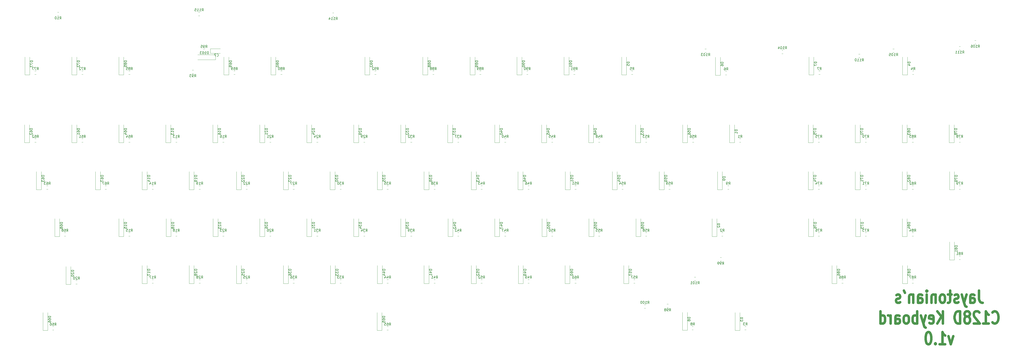
<source format=gbr>
G04 #@! TF.GenerationSoftware,KiCad,Pcbnew,(5.1.2)-1*
G04 #@! TF.CreationDate,2020-04-18T22:46:51-04:00*
G04 #@! TF.ProjectId,C128A,43313238-412e-46b6-9963-61645f706362,rev?*
G04 #@! TF.SameCoordinates,Original*
G04 #@! TF.FileFunction,Legend,Bot*
G04 #@! TF.FilePolarity,Positive*
%FSLAX46Y46*%
G04 Gerber Fmt 4.6, Leading zero omitted, Abs format (unit mm)*
G04 Created by KiCad (PCBNEW (5.1.2)-1) date 2020-04-18 22:46:51*
%MOMM*%
%LPD*%
G04 APERTURE LIST*
%ADD10C,1.000000*%
%ADD11C,0.120000*%
%ADD12C,0.150000*%
G04 APERTURE END LIST*
D10*
X455705714Y-317437904D02*
X455705714Y-321009333D01*
X455896190Y-321723619D01*
X456277142Y-322199809D01*
X456848571Y-322437904D01*
X457229523Y-322437904D01*
X452086666Y-322437904D02*
X452086666Y-319818857D01*
X452277142Y-319342666D01*
X452658095Y-319104571D01*
X453420000Y-319104571D01*
X453800952Y-319342666D01*
X452086666Y-322199809D02*
X452467619Y-322437904D01*
X453420000Y-322437904D01*
X453800952Y-322199809D01*
X453991428Y-321723619D01*
X453991428Y-321247428D01*
X453800952Y-320771238D01*
X453420000Y-320533142D01*
X452467619Y-320533142D01*
X452086666Y-320295047D01*
X450562857Y-319104571D02*
X449610476Y-322437904D01*
X448658095Y-319104571D02*
X449610476Y-322437904D01*
X449991428Y-323628380D01*
X450181904Y-323866476D01*
X450562857Y-324104571D01*
X447324761Y-322199809D02*
X446943809Y-322437904D01*
X446181904Y-322437904D01*
X445800952Y-322199809D01*
X445610476Y-321723619D01*
X445610476Y-321485523D01*
X445800952Y-321009333D01*
X446181904Y-320771238D01*
X446753333Y-320771238D01*
X447134285Y-320533142D01*
X447324761Y-320056952D01*
X447324761Y-319818857D01*
X447134285Y-319342666D01*
X446753333Y-319104571D01*
X446181904Y-319104571D01*
X445800952Y-319342666D01*
X444467619Y-319104571D02*
X442943809Y-319104571D01*
X443896190Y-317437904D02*
X443896190Y-321723619D01*
X443705714Y-322199809D01*
X443324761Y-322437904D01*
X442943809Y-322437904D01*
X441039047Y-322437904D02*
X441420000Y-322199809D01*
X441610476Y-321961714D01*
X441800952Y-321485523D01*
X441800952Y-320056952D01*
X441610476Y-319580761D01*
X441420000Y-319342666D01*
X441039047Y-319104571D01*
X440467619Y-319104571D01*
X440086666Y-319342666D01*
X439896190Y-319580761D01*
X439705714Y-320056952D01*
X439705714Y-321485523D01*
X439896190Y-321961714D01*
X440086666Y-322199809D01*
X440467619Y-322437904D01*
X441039047Y-322437904D01*
X437991428Y-319104571D02*
X437991428Y-322437904D01*
X437991428Y-319580761D02*
X437800952Y-319342666D01*
X437420000Y-319104571D01*
X436848571Y-319104571D01*
X436467619Y-319342666D01*
X436277142Y-319818857D01*
X436277142Y-322437904D01*
X434372380Y-322437904D02*
X434372380Y-319104571D01*
X434372380Y-317437904D02*
X434562857Y-317676000D01*
X434372380Y-317914095D01*
X434181904Y-317676000D01*
X434372380Y-317437904D01*
X434372380Y-317914095D01*
X430753333Y-322437904D02*
X430753333Y-319818857D01*
X430943809Y-319342666D01*
X431324761Y-319104571D01*
X432086666Y-319104571D01*
X432467619Y-319342666D01*
X430753333Y-322199809D02*
X431134285Y-322437904D01*
X432086666Y-322437904D01*
X432467619Y-322199809D01*
X432658095Y-321723619D01*
X432658095Y-321247428D01*
X432467619Y-320771238D01*
X432086666Y-320533142D01*
X431134285Y-320533142D01*
X430753333Y-320295047D01*
X428848571Y-319104571D02*
X428848571Y-322437904D01*
X428848571Y-319580761D02*
X428658095Y-319342666D01*
X428277142Y-319104571D01*
X427705714Y-319104571D01*
X427324761Y-319342666D01*
X427134285Y-319818857D01*
X427134285Y-322437904D01*
X425039047Y-317437904D02*
X425420000Y-318390285D01*
X423515238Y-322199809D02*
X423134285Y-322437904D01*
X422372380Y-322437904D01*
X421991428Y-322199809D01*
X421800952Y-321723619D01*
X421800952Y-321485523D01*
X421991428Y-321009333D01*
X422372380Y-320771238D01*
X422943809Y-320771238D01*
X423324761Y-320533142D01*
X423515238Y-320056952D01*
X423515238Y-319818857D01*
X423324761Y-319342666D01*
X422943809Y-319104571D01*
X422372380Y-319104571D01*
X421991428Y-319342666D01*
X461134285Y-330461714D02*
X461324761Y-330699809D01*
X461896190Y-330937904D01*
X462277142Y-330937904D01*
X462848571Y-330699809D01*
X463229523Y-330223619D01*
X463420000Y-329747428D01*
X463610476Y-328795047D01*
X463610476Y-328080761D01*
X463420000Y-327128380D01*
X463229523Y-326652190D01*
X462848571Y-326176000D01*
X462277142Y-325937904D01*
X461896190Y-325937904D01*
X461324761Y-326176000D01*
X461134285Y-326414095D01*
X457324761Y-330937904D02*
X459610476Y-330937904D01*
X458467619Y-330937904D02*
X458467619Y-325937904D01*
X458848571Y-326652190D01*
X459229523Y-327128380D01*
X459610476Y-327366476D01*
X455800952Y-326414095D02*
X455610476Y-326176000D01*
X455229523Y-325937904D01*
X454277142Y-325937904D01*
X453896190Y-326176000D01*
X453705714Y-326414095D01*
X453515238Y-326890285D01*
X453515238Y-327366476D01*
X453705714Y-328080761D01*
X455991428Y-330937904D01*
X453515238Y-330937904D01*
X451229523Y-328080761D02*
X451610476Y-327842666D01*
X451800952Y-327604571D01*
X451991428Y-327128380D01*
X451991428Y-326890285D01*
X451800952Y-326414095D01*
X451610476Y-326176000D01*
X451229523Y-325937904D01*
X450467619Y-325937904D01*
X450086666Y-326176000D01*
X449896190Y-326414095D01*
X449705714Y-326890285D01*
X449705714Y-327128380D01*
X449896190Y-327604571D01*
X450086666Y-327842666D01*
X450467619Y-328080761D01*
X451229523Y-328080761D01*
X451610476Y-328318857D01*
X451800952Y-328556952D01*
X451991428Y-329033142D01*
X451991428Y-329985523D01*
X451800952Y-330461714D01*
X451610476Y-330699809D01*
X451229523Y-330937904D01*
X450467619Y-330937904D01*
X450086666Y-330699809D01*
X449896190Y-330461714D01*
X449705714Y-329985523D01*
X449705714Y-329033142D01*
X449896190Y-328556952D01*
X450086666Y-328318857D01*
X450467619Y-328080761D01*
X447991428Y-330937904D02*
X447991428Y-325937904D01*
X447039047Y-325937904D01*
X446467619Y-326176000D01*
X446086666Y-326652190D01*
X445896190Y-327128380D01*
X445705714Y-328080761D01*
X445705714Y-328795047D01*
X445896190Y-329747428D01*
X446086666Y-330223619D01*
X446467619Y-330699809D01*
X447039047Y-330937904D01*
X447991428Y-330937904D01*
X440943809Y-330937904D02*
X440943809Y-325937904D01*
X438658095Y-330937904D02*
X440372380Y-328080761D01*
X438658095Y-325937904D02*
X440943809Y-328795047D01*
X435420000Y-330699809D02*
X435800952Y-330937904D01*
X436562857Y-330937904D01*
X436943809Y-330699809D01*
X437134285Y-330223619D01*
X437134285Y-328318857D01*
X436943809Y-327842666D01*
X436562857Y-327604571D01*
X435800952Y-327604571D01*
X435420000Y-327842666D01*
X435229523Y-328318857D01*
X435229523Y-328795047D01*
X437134285Y-329271238D01*
X433896190Y-327604571D02*
X432943809Y-330937904D01*
X431991428Y-327604571D02*
X432943809Y-330937904D01*
X433324761Y-332128380D01*
X433515238Y-332366476D01*
X433896190Y-332604571D01*
X430467619Y-330937904D02*
X430467619Y-325937904D01*
X430467619Y-327842666D02*
X430086666Y-327604571D01*
X429324761Y-327604571D01*
X428943809Y-327842666D01*
X428753333Y-328080761D01*
X428562857Y-328556952D01*
X428562857Y-329985523D01*
X428753333Y-330461714D01*
X428943809Y-330699809D01*
X429324761Y-330937904D01*
X430086666Y-330937904D01*
X430467619Y-330699809D01*
X426277142Y-330937904D02*
X426658095Y-330699809D01*
X426848571Y-330461714D01*
X427039047Y-329985523D01*
X427039047Y-328556952D01*
X426848571Y-328080761D01*
X426658095Y-327842666D01*
X426277142Y-327604571D01*
X425705714Y-327604571D01*
X425324761Y-327842666D01*
X425134285Y-328080761D01*
X424943809Y-328556952D01*
X424943809Y-329985523D01*
X425134285Y-330461714D01*
X425324761Y-330699809D01*
X425705714Y-330937904D01*
X426277142Y-330937904D01*
X421515238Y-330937904D02*
X421515238Y-328318857D01*
X421705714Y-327842666D01*
X422086666Y-327604571D01*
X422848571Y-327604571D01*
X423229523Y-327842666D01*
X421515238Y-330699809D02*
X421896190Y-330937904D01*
X422848571Y-330937904D01*
X423229523Y-330699809D01*
X423420000Y-330223619D01*
X423420000Y-329747428D01*
X423229523Y-329271238D01*
X422848571Y-329033142D01*
X421896190Y-329033142D01*
X421515238Y-328795047D01*
X419610476Y-330937904D02*
X419610476Y-327604571D01*
X419610476Y-328556952D02*
X419420000Y-328080761D01*
X419229523Y-327842666D01*
X418848571Y-327604571D01*
X418467619Y-327604571D01*
X415420000Y-330937904D02*
X415420000Y-325937904D01*
X415420000Y-330699809D02*
X415800952Y-330937904D01*
X416562857Y-330937904D01*
X416943809Y-330699809D01*
X417134285Y-330461714D01*
X417324761Y-329985523D01*
X417324761Y-328556952D01*
X417134285Y-328080761D01*
X416943809Y-327842666D01*
X416562857Y-327604571D01*
X415800952Y-327604571D01*
X415420000Y-327842666D01*
X445134285Y-336104571D02*
X444181904Y-339437904D01*
X443229523Y-336104571D01*
X439610476Y-339437904D02*
X441896190Y-339437904D01*
X440753333Y-339437904D02*
X440753333Y-334437904D01*
X441134285Y-335152190D01*
X441515238Y-335628380D01*
X441896190Y-335866476D01*
X437896190Y-338961714D02*
X437705714Y-339199809D01*
X437896190Y-339437904D01*
X438086666Y-339199809D01*
X437896190Y-338961714D01*
X437896190Y-339437904D01*
X435229523Y-334437904D02*
X434848571Y-334437904D01*
X434467619Y-334676000D01*
X434277142Y-334914095D01*
X434086666Y-335390285D01*
X433896190Y-336342666D01*
X433896190Y-337533142D01*
X434086666Y-338485523D01*
X434277142Y-338961714D01*
X434467619Y-339199809D01*
X434848571Y-339437904D01*
X435229523Y-339437904D01*
X435610476Y-339199809D01*
X435800952Y-338961714D01*
X435991428Y-338485523D01*
X436181904Y-337533142D01*
X436181904Y-336342666D01*
X435991428Y-335390285D01*
X435800952Y-334914095D01*
X435610476Y-334676000D01*
X435229523Y-334437904D01*
D11*
X353838000Y-257026000D02*
X353838000Y-249726000D01*
X355838000Y-257026000D02*
X353838000Y-257026000D01*
X355838000Y-249726000D02*
X355838000Y-257026000D01*
X346662500Y-295380000D02*
X346662500Y-288080000D01*
X348662500Y-295380000D02*
X346662500Y-295380000D01*
X348662500Y-288080000D02*
X348662500Y-295380000D01*
X426450000Y-222040000D02*
X426450000Y-229340000D01*
X426450000Y-229340000D02*
X424450000Y-229340000D01*
X424450000Y-229340000D02*
X424450000Y-222040000D01*
X311769000Y-222040000D02*
X311769000Y-229340000D01*
X311769000Y-229340000D02*
X309769000Y-229340000D01*
X309769000Y-229340000D02*
X309769000Y-222040000D01*
X350097600Y-222167000D02*
X350097600Y-229467000D01*
X350097600Y-229467000D02*
X348097600Y-229467000D01*
X348097600Y-229467000D02*
X348097600Y-222167000D01*
X386223000Y-229340000D02*
X386223000Y-222040000D01*
X388223000Y-229340000D02*
X386223000Y-229340000D01*
X388223000Y-222040000D02*
X388223000Y-229340000D01*
X336597500Y-326370500D02*
X336597500Y-333670500D01*
X336597500Y-333670500D02*
X334597500Y-333670500D01*
X334597500Y-333670500D02*
X334597500Y-326370500D01*
X350885000Y-268903000D02*
X350885000Y-276203000D01*
X350885000Y-276203000D02*
X348885000Y-276203000D01*
X348885000Y-276203000D02*
X348885000Y-268903000D01*
X125714000Y-249726000D02*
X125714000Y-257026000D01*
X125714000Y-257026000D02*
X123714000Y-257026000D01*
X123714000Y-257026000D02*
X123714000Y-249726000D01*
X116062000Y-268903000D02*
X116062000Y-276203000D01*
X116062000Y-276203000D02*
X114062000Y-276203000D01*
X114062000Y-276203000D02*
X114062000Y-268903000D01*
X104537000Y-295380000D02*
X104537000Y-288080000D01*
X106537000Y-295380000D02*
X104537000Y-295380000D01*
X106537000Y-288080000D02*
X106537000Y-295380000D01*
X144891000Y-249726000D02*
X144891000Y-257026000D01*
X144891000Y-257026000D02*
X142891000Y-257026000D01*
X142891000Y-257026000D02*
X142891000Y-249726000D01*
X114062000Y-314557000D02*
X114062000Y-307257000D01*
X116062000Y-314557000D02*
X114062000Y-314557000D01*
X116062000Y-307257000D02*
X116062000Y-314557000D01*
X123841000Y-295380000D02*
X123841000Y-288080000D01*
X125841000Y-295380000D02*
X123841000Y-295380000D01*
X125841000Y-288080000D02*
X125841000Y-295380000D01*
X133239000Y-276203000D02*
X133239000Y-268903000D01*
X135239000Y-276203000D02*
X133239000Y-276203000D01*
X135239000Y-268903000D02*
X135239000Y-276203000D01*
X84947000Y-307638000D02*
X84947000Y-314938000D01*
X84947000Y-314938000D02*
X82947000Y-314938000D01*
X82947000Y-314938000D02*
X82947000Y-307638000D01*
X162068000Y-257026000D02*
X162068000Y-249726000D01*
X164068000Y-257026000D02*
X162068000Y-257026000D01*
X164068000Y-249726000D02*
X164068000Y-257026000D01*
X152543000Y-276203000D02*
X152543000Y-268903000D01*
X154543000Y-276203000D02*
X152543000Y-276203000D01*
X154543000Y-268903000D02*
X154543000Y-276203000D01*
X145018000Y-288080000D02*
X145018000Y-295380000D01*
X145018000Y-295380000D02*
X143018000Y-295380000D01*
X143018000Y-295380000D02*
X143018000Y-288080000D01*
X181245000Y-257026000D02*
X181245000Y-249726000D01*
X183245000Y-257026000D02*
X181245000Y-257026000D01*
X183245000Y-249726000D02*
X183245000Y-257026000D01*
X154543000Y-307257000D02*
X154543000Y-314557000D01*
X154543000Y-314557000D02*
X152543000Y-314557000D01*
X152543000Y-314557000D02*
X152543000Y-307257000D01*
X164068000Y-288080000D02*
X164068000Y-295380000D01*
X164068000Y-295380000D02*
X162068000Y-295380000D01*
X162068000Y-295380000D02*
X162068000Y-288080000D01*
X173720000Y-268903000D02*
X173720000Y-276203000D01*
X173720000Y-276203000D02*
X171720000Y-276203000D01*
X171720000Y-276203000D02*
X171720000Y-268903000D01*
X133239000Y-314557000D02*
X133239000Y-307257000D01*
X135239000Y-314557000D02*
X133239000Y-314557000D01*
X135239000Y-307257000D02*
X135239000Y-314557000D01*
X202422000Y-249726000D02*
X202422000Y-257026000D01*
X202422000Y-257026000D02*
X200422000Y-257026000D01*
X200422000Y-257026000D02*
X200422000Y-249726000D01*
X192770000Y-268903000D02*
X192770000Y-276203000D01*
X192770000Y-276203000D02*
X190770000Y-276203000D01*
X190770000Y-276203000D02*
X190770000Y-268903000D01*
X181245000Y-295380000D02*
X181245000Y-288080000D01*
X183245000Y-295380000D02*
X181245000Y-295380000D01*
X183245000Y-288080000D02*
X183245000Y-295380000D01*
X221599000Y-249726000D02*
X221599000Y-257026000D01*
X221599000Y-257026000D02*
X219599000Y-257026000D01*
X219599000Y-257026000D02*
X219599000Y-249726000D01*
X190897000Y-314557000D02*
X190897000Y-307257000D01*
X192897000Y-314557000D02*
X190897000Y-314557000D01*
X192897000Y-307257000D02*
X192897000Y-314557000D01*
X200422000Y-295380000D02*
X200422000Y-288080000D01*
X202422000Y-295380000D02*
X200422000Y-295380000D01*
X202422000Y-288080000D02*
X202422000Y-295380000D01*
X210074000Y-276203000D02*
X210074000Y-268903000D01*
X212074000Y-276203000D02*
X210074000Y-276203000D01*
X212074000Y-268903000D02*
X212074000Y-276203000D01*
X171720000Y-314557000D02*
X171720000Y-307257000D01*
X173720000Y-314557000D02*
X171720000Y-314557000D01*
X173720000Y-307257000D02*
X173720000Y-314557000D01*
X238776000Y-257026000D02*
X238776000Y-249726000D01*
X240776000Y-257026000D02*
X238776000Y-257026000D01*
X240776000Y-249726000D02*
X240776000Y-257026000D01*
X229124000Y-276203000D02*
X229124000Y-268903000D01*
X231124000Y-276203000D02*
X229124000Y-276203000D01*
X231124000Y-268903000D02*
X231124000Y-276203000D01*
X221599000Y-288080000D02*
X221599000Y-295380000D01*
X221599000Y-295380000D02*
X219599000Y-295380000D01*
X219599000Y-295380000D02*
X219599000Y-288080000D01*
X257953000Y-257026000D02*
X257953000Y-249726000D01*
X259953000Y-257026000D02*
X257953000Y-257026000D01*
X259953000Y-249726000D02*
X259953000Y-257026000D01*
X231124000Y-307257000D02*
X231124000Y-314557000D01*
X231124000Y-314557000D02*
X229124000Y-314557000D01*
X229124000Y-314557000D02*
X229124000Y-307257000D01*
X240903000Y-288080000D02*
X240903000Y-295380000D01*
X240903000Y-295380000D02*
X238903000Y-295380000D01*
X238903000Y-295380000D02*
X238903000Y-288080000D01*
X250428000Y-268903000D02*
X250428000Y-276203000D01*
X250428000Y-276203000D02*
X248428000Y-276203000D01*
X248428000Y-276203000D02*
X248428000Y-268903000D01*
X212074000Y-307257000D02*
X212074000Y-314557000D01*
X212074000Y-314557000D02*
X210074000Y-314557000D01*
X210074000Y-314557000D02*
X210074000Y-307257000D01*
X279130000Y-249726000D02*
X279130000Y-257026000D01*
X279130000Y-257026000D02*
X277130000Y-257026000D01*
X277130000Y-257026000D02*
X277130000Y-249726000D01*
X269478000Y-268903000D02*
X269478000Y-276203000D01*
X269478000Y-276203000D02*
X267478000Y-276203000D01*
X267478000Y-276203000D02*
X267478000Y-268903000D01*
X257953000Y-295380000D02*
X257953000Y-288080000D01*
X259953000Y-295380000D02*
X257953000Y-295380000D01*
X259953000Y-288080000D02*
X259953000Y-295380000D01*
X296307000Y-257026000D02*
X296307000Y-249726000D01*
X298307000Y-257026000D02*
X296307000Y-257026000D01*
X298307000Y-249726000D02*
X298307000Y-257026000D01*
X267605000Y-314557000D02*
X267605000Y-307257000D01*
X269605000Y-314557000D02*
X267605000Y-314557000D01*
X269605000Y-307257000D02*
X269605000Y-314557000D01*
X277257000Y-295380000D02*
X277257000Y-288080000D01*
X279257000Y-295380000D02*
X277257000Y-295380000D01*
X279257000Y-288080000D02*
X279257000Y-295380000D01*
X286782000Y-276203000D02*
X286782000Y-268903000D01*
X288782000Y-276203000D02*
X286782000Y-276203000D01*
X288782000Y-268903000D02*
X288782000Y-276203000D01*
X248428000Y-314557000D02*
X248428000Y-307257000D01*
X250428000Y-314557000D02*
X248428000Y-314557000D01*
X250428000Y-307257000D02*
X250428000Y-314557000D01*
X315484000Y-257026000D02*
X315484000Y-249726000D01*
X317484000Y-257026000D02*
X315484000Y-257026000D01*
X317484000Y-249726000D02*
X317484000Y-257026000D01*
X305959000Y-276203000D02*
X305959000Y-268903000D01*
X307959000Y-276203000D02*
X305959000Y-276203000D01*
X307959000Y-268903000D02*
X307959000Y-276203000D01*
X298434000Y-288080000D02*
X298434000Y-295380000D01*
X298434000Y-295380000D02*
X296434000Y-295380000D01*
X296434000Y-295380000D02*
X296434000Y-288080000D01*
X336661000Y-249726000D02*
X336661000Y-257026000D01*
X336661000Y-257026000D02*
X334661000Y-257026000D01*
X334661000Y-257026000D02*
X334661000Y-249726000D01*
X312658000Y-307257000D02*
X312658000Y-314557000D01*
X312658000Y-314557000D02*
X310658000Y-314557000D01*
X310658000Y-314557000D02*
X310658000Y-307257000D01*
X317611000Y-288080000D02*
X317611000Y-295380000D01*
X317611000Y-295380000D02*
X315611000Y-295380000D01*
X315611000Y-295380000D02*
X315611000Y-288080000D01*
X327136000Y-268903000D02*
X327136000Y-276203000D01*
X327136000Y-276203000D02*
X325136000Y-276203000D01*
X325136000Y-276203000D02*
X325136000Y-268903000D01*
X288655000Y-307257000D02*
X288655000Y-314557000D01*
X288655000Y-314557000D02*
X286655000Y-314557000D01*
X286655000Y-314557000D02*
X286655000Y-307257000D01*
X87360000Y-249726000D02*
X87360000Y-257026000D01*
X87360000Y-257026000D02*
X85360000Y-257026000D01*
X85360000Y-257026000D02*
X85360000Y-249726000D01*
X66056000Y-257026000D02*
X66056000Y-249726000D01*
X68056000Y-257026000D02*
X66056000Y-257026000D01*
X68056000Y-249726000D02*
X68056000Y-257026000D01*
X70882000Y-276203000D02*
X70882000Y-268903000D01*
X72882000Y-276203000D02*
X70882000Y-276203000D01*
X72882000Y-268903000D02*
X72882000Y-276203000D01*
X104537000Y-257026000D02*
X104537000Y-249726000D01*
X106537000Y-257026000D02*
X104537000Y-257026000D01*
X106537000Y-249726000D02*
X106537000Y-257026000D01*
X211947000Y-326434000D02*
X211947000Y-333734000D01*
X211947000Y-333734000D02*
X209947000Y-333734000D01*
X209947000Y-333734000D02*
X209947000Y-326434000D01*
X75549000Y-326434000D02*
X75549000Y-333734000D01*
X75549000Y-333734000D02*
X73549000Y-333734000D01*
X73549000Y-333734000D02*
X73549000Y-326434000D01*
X95012000Y-276203000D02*
X95012000Y-268903000D01*
X97012000Y-276203000D02*
X95012000Y-276203000D01*
X97012000Y-268903000D02*
X97012000Y-276203000D01*
X78375000Y-295380000D02*
X78375000Y-288080000D01*
X80375000Y-295380000D02*
X78375000Y-295380000D01*
X80375000Y-288080000D02*
X80375000Y-295380000D01*
X147412200Y-229340000D02*
X147412200Y-222040000D01*
X149412200Y-229340000D02*
X147412200Y-229340000D01*
X149412200Y-222040000D02*
X149412200Y-229340000D01*
X405146000Y-257026000D02*
X405146000Y-249726000D01*
X407146000Y-257026000D02*
X405146000Y-257026000D01*
X407146000Y-249726000D02*
X407146000Y-257026000D01*
X407146000Y-268903000D02*
X407146000Y-276203000D01*
X407146000Y-276203000D02*
X405146000Y-276203000D01*
X405146000Y-276203000D02*
X405146000Y-268903000D01*
X87360000Y-222040000D02*
X87360000Y-229340000D01*
X87360000Y-229340000D02*
X85360000Y-229340000D01*
X85360000Y-229340000D02*
X85360000Y-222040000D01*
X407273000Y-288080000D02*
X407273000Y-295380000D01*
X407273000Y-295380000D02*
X405273000Y-295380000D01*
X405273000Y-295380000D02*
X405273000Y-288080000D01*
X385969000Y-276203000D02*
X385969000Y-268903000D01*
X387969000Y-276203000D02*
X385969000Y-276203000D01*
X387969000Y-268903000D02*
X387969000Y-276203000D01*
X387969000Y-249726000D02*
X387969000Y-257026000D01*
X387969000Y-257026000D02*
X385969000Y-257026000D01*
X385969000Y-257026000D02*
X385969000Y-249726000D01*
X388096000Y-288080000D02*
X388096000Y-295380000D01*
X388096000Y-295380000D02*
X386096000Y-295380000D01*
X386096000Y-295380000D02*
X386096000Y-288080000D01*
X68183000Y-222040000D02*
X68183000Y-229340000D01*
X68183000Y-229340000D02*
X66183000Y-229340000D01*
X66183000Y-229340000D02*
X66183000Y-222040000D01*
X445500000Y-249726000D02*
X445500000Y-257026000D01*
X445500000Y-257026000D02*
X443500000Y-257026000D01*
X443500000Y-257026000D02*
X443500000Y-249726000D01*
X443627000Y-276203000D02*
X443627000Y-268903000D01*
X445627000Y-276203000D02*
X443627000Y-276203000D01*
X445627000Y-268903000D02*
X445627000Y-276203000D01*
X168589200Y-222040000D02*
X168589200Y-229340000D01*
X168589200Y-229340000D02*
X166589200Y-229340000D01*
X166589200Y-229340000D02*
X166589200Y-222040000D01*
X443627000Y-304905000D02*
X443627000Y-297605000D01*
X445627000Y-304905000D02*
X443627000Y-304905000D01*
X445627000Y-297605000D02*
X445627000Y-304905000D01*
X426323000Y-268903000D02*
X426323000Y-276203000D01*
X426323000Y-276203000D02*
X424323000Y-276203000D01*
X424323000Y-276203000D02*
X424323000Y-268903000D01*
X424323000Y-257026000D02*
X424323000Y-249726000D01*
X426323000Y-257026000D02*
X424323000Y-257026000D01*
X426323000Y-249726000D02*
X426323000Y-257026000D01*
X424323000Y-295380000D02*
X424323000Y-288080000D01*
X426323000Y-295380000D02*
X424323000Y-295380000D01*
X426323000Y-288080000D02*
X426323000Y-295380000D01*
X104537000Y-229340000D02*
X104537000Y-222040000D01*
X106537000Y-229340000D02*
X104537000Y-229340000D01*
X106537000Y-222040000D02*
X106537000Y-229340000D01*
X395621000Y-314557000D02*
X395621000Y-307257000D01*
X397621000Y-314557000D02*
X395621000Y-314557000D01*
X397621000Y-307257000D02*
X397621000Y-314557000D01*
X426450000Y-307257000D02*
X426450000Y-314557000D01*
X426450000Y-314557000D02*
X424450000Y-314557000D01*
X424450000Y-314557000D02*
X424450000Y-307257000D01*
X228616000Y-229340000D02*
X228616000Y-222040000D01*
X230616000Y-229340000D02*
X228616000Y-229340000D01*
X230616000Y-222040000D02*
X230616000Y-229340000D01*
X249920000Y-222040000D02*
X249920000Y-229340000D01*
X249920000Y-229340000D02*
X247920000Y-229340000D01*
X247920000Y-229340000D02*
X247920000Y-222040000D01*
X267033500Y-229340000D02*
X267033500Y-222040000D01*
X269033500Y-229340000D02*
X267033500Y-229340000D01*
X269033500Y-222040000D02*
X269033500Y-229340000D01*
X288274000Y-222040000D02*
X288274000Y-229340000D01*
X288274000Y-229340000D02*
X286274000Y-229340000D01*
X286274000Y-229340000D02*
X286274000Y-222040000D01*
X206943200Y-222040000D02*
X206943200Y-229340000D01*
X206943200Y-229340000D02*
X204943200Y-229340000D01*
X204943200Y-229340000D02*
X204943200Y-222040000D01*
X358401252Y-256869000D02*
X357878748Y-256869000D01*
X358401252Y-255449000D02*
X357878748Y-255449000D01*
X351098752Y-293803000D02*
X350576248Y-293803000D01*
X351098752Y-295223000D02*
X350576248Y-295223000D01*
X360560252Y-333513500D02*
X360037748Y-333513500D01*
X360560252Y-332093500D02*
X360037748Y-332093500D01*
X429013252Y-229183000D02*
X428490748Y-229183000D01*
X429013252Y-227763000D02*
X428490748Y-227763000D01*
X314332252Y-229183000D02*
X313809748Y-229183000D01*
X314332252Y-227763000D02*
X313809748Y-227763000D01*
X352660852Y-227890000D02*
X352138348Y-227890000D01*
X352660852Y-229310000D02*
X352138348Y-229310000D01*
X390786252Y-227763000D02*
X390263748Y-227763000D01*
X390786252Y-229183000D02*
X390263748Y-229183000D01*
X339033752Y-332093500D02*
X338511248Y-332093500D01*
X339033752Y-333513500D02*
X338511248Y-333513500D01*
X353575252Y-274626000D02*
X353052748Y-274626000D01*
X353575252Y-276046000D02*
X353052748Y-276046000D01*
X128277252Y-256869000D02*
X127754748Y-256869000D01*
X128277252Y-255449000D02*
X127754748Y-255449000D01*
X118625252Y-276046000D02*
X118102748Y-276046000D01*
X118625252Y-274626000D02*
X118102748Y-274626000D01*
X109100252Y-293803000D02*
X108577748Y-293803000D01*
X109100252Y-295223000D02*
X108577748Y-295223000D01*
X147454252Y-256869000D02*
X146931748Y-256869000D01*
X147454252Y-255449000D02*
X146931748Y-255449000D01*
X118625252Y-312980000D02*
X118102748Y-312980000D01*
X118625252Y-314400000D02*
X118102748Y-314400000D01*
X128277252Y-293803000D02*
X127754748Y-293803000D01*
X128277252Y-295223000D02*
X127754748Y-295223000D01*
X137802252Y-274626000D02*
X137279748Y-274626000D01*
X137802252Y-276046000D02*
X137279748Y-276046000D01*
X87510252Y-314781000D02*
X86987748Y-314781000D01*
X87510252Y-313361000D02*
X86987748Y-313361000D01*
X166631252Y-255449000D02*
X166108748Y-255449000D01*
X166631252Y-256869000D02*
X166108748Y-256869000D01*
X156979252Y-276046000D02*
X156456748Y-276046000D01*
X156979252Y-274626000D02*
X156456748Y-274626000D01*
X147454252Y-293803000D02*
X146931748Y-293803000D01*
X147454252Y-295223000D02*
X146931748Y-295223000D01*
X185808252Y-256869000D02*
X185285748Y-256869000D01*
X185808252Y-255449000D02*
X185285748Y-255449000D01*
X156979252Y-312980000D02*
X156456748Y-312980000D01*
X156979252Y-314400000D02*
X156456748Y-314400000D01*
X166631252Y-295223000D02*
X166108748Y-295223000D01*
X166631252Y-293803000D02*
X166108748Y-293803000D01*
X176156252Y-274626000D02*
X175633748Y-274626000D01*
X176156252Y-276046000D02*
X175633748Y-276046000D01*
X137802252Y-314400000D02*
X137279748Y-314400000D01*
X137802252Y-312980000D02*
X137279748Y-312980000D01*
X204985252Y-256869000D02*
X204462748Y-256869000D01*
X204985252Y-255449000D02*
X204462748Y-255449000D01*
X195333252Y-274626000D02*
X194810748Y-274626000D01*
X195333252Y-276046000D02*
X194810748Y-276046000D01*
X185808252Y-295223000D02*
X185285748Y-295223000D01*
X185808252Y-293803000D02*
X185285748Y-293803000D01*
X224162252Y-255449000D02*
X223639748Y-255449000D01*
X224162252Y-256869000D02*
X223639748Y-256869000D01*
X195333252Y-314400000D02*
X194810748Y-314400000D01*
X195333252Y-312980000D02*
X194810748Y-312980000D01*
X204985252Y-293803000D02*
X204462748Y-293803000D01*
X204985252Y-295223000D02*
X204462748Y-295223000D01*
X214510252Y-274626000D02*
X213987748Y-274626000D01*
X214510252Y-276046000D02*
X213987748Y-276046000D01*
X176156252Y-314400000D02*
X175633748Y-314400000D01*
X176156252Y-312980000D02*
X175633748Y-312980000D01*
X243339252Y-255449000D02*
X242816748Y-255449000D01*
X243339252Y-256869000D02*
X242816748Y-256869000D01*
X233687252Y-276046000D02*
X233164748Y-276046000D01*
X233687252Y-274626000D02*
X233164748Y-274626000D01*
X224162252Y-293803000D02*
X223639748Y-293803000D01*
X224162252Y-295223000D02*
X223639748Y-295223000D01*
X262516252Y-256869000D02*
X261993748Y-256869000D01*
X262516252Y-255449000D02*
X261993748Y-255449000D01*
X233687252Y-312980000D02*
X233164748Y-312980000D01*
X233687252Y-314400000D02*
X233164748Y-314400000D01*
X243339252Y-293803000D02*
X242816748Y-293803000D01*
X243339252Y-295223000D02*
X242816748Y-295223000D01*
X252864252Y-276046000D02*
X252341748Y-276046000D01*
X252864252Y-274626000D02*
X252341748Y-274626000D01*
X214510252Y-312980000D02*
X213987748Y-312980000D01*
X214510252Y-314400000D02*
X213987748Y-314400000D01*
X281693252Y-255449000D02*
X281170748Y-255449000D01*
X281693252Y-256869000D02*
X281170748Y-256869000D01*
X272041252Y-276046000D02*
X271518748Y-276046000D01*
X272041252Y-274626000D02*
X271518748Y-274626000D01*
X262516252Y-293803000D02*
X261993748Y-293803000D01*
X262516252Y-295223000D02*
X261993748Y-295223000D01*
X300870252Y-256869000D02*
X300347748Y-256869000D01*
X300870252Y-255449000D02*
X300347748Y-255449000D01*
X272041252Y-312980000D02*
X271518748Y-312980000D01*
X272041252Y-314400000D02*
X271518748Y-314400000D01*
X281693252Y-295223000D02*
X281170748Y-295223000D01*
X281693252Y-293803000D02*
X281170748Y-293803000D01*
X291218252Y-274626000D02*
X290695748Y-274626000D01*
X291218252Y-276046000D02*
X290695748Y-276046000D01*
X252864252Y-314400000D02*
X252341748Y-314400000D01*
X252864252Y-312980000D02*
X252341748Y-312980000D01*
X320047252Y-255449000D02*
X319524748Y-255449000D01*
X320047252Y-256869000D02*
X319524748Y-256869000D01*
X310395252Y-276046000D02*
X309872748Y-276046000D01*
X310395252Y-274626000D02*
X309872748Y-274626000D01*
X300870252Y-293803000D02*
X300347748Y-293803000D01*
X300870252Y-295223000D02*
X300347748Y-295223000D01*
X339224252Y-256869000D02*
X338701748Y-256869000D01*
X339224252Y-255449000D02*
X338701748Y-255449000D01*
X315221252Y-312980000D02*
X314698748Y-312980000D01*
X315221252Y-314400000D02*
X314698748Y-314400000D01*
X320047252Y-295223000D02*
X319524748Y-295223000D01*
X320047252Y-293803000D02*
X319524748Y-293803000D01*
X329572252Y-274626000D02*
X329049748Y-274626000D01*
X329572252Y-276046000D02*
X329049748Y-276046000D01*
X291218252Y-314400000D02*
X290695748Y-314400000D01*
X291218252Y-312980000D02*
X290695748Y-312980000D01*
X89923252Y-256869000D02*
X89400748Y-256869000D01*
X89923252Y-255449000D02*
X89400748Y-255449000D01*
X70746252Y-255449000D02*
X70223748Y-255449000D01*
X70746252Y-256869000D02*
X70223748Y-256869000D01*
X75572252Y-276046000D02*
X75049748Y-276046000D01*
X75572252Y-274626000D02*
X75049748Y-274626000D01*
X109100252Y-256869000D02*
X108577748Y-256869000D01*
X109100252Y-255449000D02*
X108577748Y-255449000D01*
X214510252Y-332157000D02*
X213987748Y-332157000D01*
X214510252Y-333577000D02*
X213987748Y-333577000D01*
X77985252Y-332157000D02*
X77462748Y-332157000D01*
X77985252Y-333577000D02*
X77462748Y-333577000D01*
X99448252Y-276046000D02*
X98925748Y-276046000D01*
X99448252Y-274626000D02*
X98925748Y-274626000D01*
X82811252Y-293803000D02*
X82288748Y-293803000D01*
X82811252Y-295223000D02*
X82288748Y-295223000D01*
X151975452Y-227763000D02*
X151452948Y-227763000D01*
X151975452Y-229183000D02*
X151452948Y-229183000D01*
X409709252Y-256869000D02*
X409186748Y-256869000D01*
X409709252Y-255449000D02*
X409186748Y-255449000D01*
X409709252Y-274626000D02*
X409186748Y-274626000D01*
X409709252Y-276046000D02*
X409186748Y-276046000D01*
X89923252Y-229183000D02*
X89400748Y-229183000D01*
X89923252Y-227763000D02*
X89400748Y-227763000D01*
X409700252Y-293803000D02*
X409177748Y-293803000D01*
X409700252Y-295223000D02*
X409177748Y-295223000D01*
X390532252Y-276046000D02*
X390009748Y-276046000D01*
X390532252Y-274626000D02*
X390009748Y-274626000D01*
X390532252Y-255449000D02*
X390009748Y-255449000D01*
X390532252Y-256869000D02*
X390009748Y-256869000D01*
X390532252Y-295223000D02*
X390009748Y-295223000D01*
X390532252Y-293803000D02*
X390009748Y-293803000D01*
X70746252Y-229183000D02*
X70223748Y-229183000D01*
X70746252Y-227763000D02*
X70223748Y-227763000D01*
X448063252Y-255449000D02*
X447540748Y-255449000D01*
X448063252Y-256869000D02*
X447540748Y-256869000D01*
X448063252Y-276046000D02*
X447540748Y-276046000D01*
X448063252Y-274626000D02*
X447540748Y-274626000D01*
X171152452Y-227763000D02*
X170629948Y-227763000D01*
X171152452Y-229183000D02*
X170629948Y-229183000D01*
X448063252Y-304748000D02*
X447540748Y-304748000D01*
X448063252Y-303328000D02*
X447540748Y-303328000D01*
X428886252Y-276046000D02*
X428363748Y-276046000D01*
X428886252Y-274626000D02*
X428363748Y-274626000D01*
X428886252Y-255449000D02*
X428363748Y-255449000D01*
X428886252Y-256869000D02*
X428363748Y-256869000D01*
X428886252Y-295223000D02*
X428363748Y-295223000D01*
X428886252Y-293803000D02*
X428363748Y-293803000D01*
X109100252Y-227763000D02*
X108577748Y-227763000D01*
X109100252Y-229183000D02*
X108577748Y-229183000D01*
X400184252Y-314400000D02*
X399661748Y-314400000D01*
X400184252Y-312980000D02*
X399661748Y-312980000D01*
X428886252Y-312980000D02*
X428363748Y-312980000D01*
X428886252Y-314400000D02*
X428363748Y-314400000D01*
X233179252Y-229183000D02*
X232656748Y-229183000D01*
X233179252Y-227763000D02*
X232656748Y-227763000D01*
X252356252Y-227763000D02*
X251833748Y-227763000D01*
X252356252Y-229183000D02*
X251833748Y-229183000D01*
X271533252Y-229183000D02*
X271010748Y-229183000D01*
X271533252Y-227763000D02*
X271010748Y-227763000D01*
X290710252Y-227763000D02*
X290187748Y-227763000D01*
X290710252Y-229183000D02*
X290187748Y-229183000D01*
X209506452Y-229183000D02*
X208983948Y-229183000D01*
X209506452Y-227763000D02*
X208983948Y-227763000D01*
X319539252Y-324687000D02*
X319016748Y-324687000D01*
X319539252Y-323267000D02*
X319016748Y-323267000D01*
X358060500Y-326434000D02*
X358060500Y-333734000D01*
X358060500Y-333734000D02*
X356060500Y-333734000D01*
X356060500Y-333734000D02*
X356060500Y-326434000D01*
X141914000Y-218648000D02*
X145999000Y-218648000D01*
X141914000Y-220518000D02*
X141914000Y-218648000D01*
X145999000Y-220518000D02*
X141914000Y-220518000D01*
X136696000Y-221123000D02*
X143996000Y-221123000D01*
X143996000Y-221123000D02*
X143996000Y-223123000D01*
X143996000Y-223123000D02*
X136696000Y-223123000D01*
X79494748Y-203760000D02*
X80017252Y-203760000D01*
X79494748Y-205180000D02*
X80017252Y-205180000D01*
X134485748Y-227382000D02*
X135008252Y-227382000D01*
X134485748Y-228802000D02*
X135008252Y-228802000D01*
X139580252Y-218746000D02*
X139057748Y-218746000D01*
X139580252Y-220166000D02*
X139057748Y-220166000D01*
X328287748Y-324433000D02*
X328810252Y-324433000D01*
X328287748Y-323013000D02*
X328810252Y-323013000D01*
X350004748Y-303963000D02*
X350527252Y-303963000D01*
X350004748Y-305383000D02*
X350527252Y-305383000D01*
X339463748Y-313384000D02*
X339986252Y-313384000D01*
X339463748Y-311964000D02*
X339986252Y-311964000D01*
X343781748Y-220166000D02*
X344304252Y-220166000D01*
X343781748Y-218746000D02*
X344304252Y-218746000D01*
X375673252Y-219254000D02*
X375150748Y-219254000D01*
X375673252Y-220674000D02*
X375150748Y-220674000D01*
X420489748Y-220166000D02*
X421012252Y-220166000D01*
X420489748Y-218746000D02*
X421012252Y-218746000D01*
X453890748Y-215317000D02*
X454413252Y-215317000D01*
X453890748Y-216737000D02*
X454413252Y-216737000D01*
X406519748Y-220905000D02*
X407042252Y-220905000D01*
X406519748Y-222325000D02*
X407042252Y-222325000D01*
X447540748Y-219150000D02*
X448063252Y-219150000D01*
X447540748Y-217730000D02*
X448063252Y-217730000D01*
X191762748Y-205434000D02*
X192285252Y-205434000D01*
X191762748Y-204014000D02*
X192285252Y-204014000D01*
X137548252Y-205180000D02*
X137025748Y-205180000D01*
X137548252Y-203760000D02*
X137025748Y-203760000D01*
D12*
X357040380Y-251737904D02*
X356040380Y-251737904D01*
X356040380Y-251976000D01*
X356088000Y-252118857D01*
X356183238Y-252214095D01*
X356278476Y-252261714D01*
X356468952Y-252309333D01*
X356611809Y-252309333D01*
X356802285Y-252261714D01*
X356897523Y-252214095D01*
X356992761Y-252118857D01*
X357040380Y-251976000D01*
X357040380Y-251737904D01*
X357040380Y-253261714D02*
X357040380Y-252690285D01*
X357040380Y-252976000D02*
X356040380Y-252976000D01*
X356183238Y-252880761D01*
X356278476Y-252785523D01*
X356326095Y-252690285D01*
X349864880Y-290091904D02*
X348864880Y-290091904D01*
X348864880Y-290330000D01*
X348912500Y-290472857D01*
X349007738Y-290568095D01*
X349102976Y-290615714D01*
X349293452Y-290663333D01*
X349436309Y-290663333D01*
X349626785Y-290615714D01*
X349722023Y-290568095D01*
X349817261Y-290472857D01*
X349864880Y-290330000D01*
X349864880Y-290091904D01*
X348960119Y-291044285D02*
X348912500Y-291091904D01*
X348864880Y-291187142D01*
X348864880Y-291425238D01*
X348912500Y-291520476D01*
X348960119Y-291568095D01*
X349055357Y-291615714D01*
X349150595Y-291615714D01*
X349293452Y-291568095D01*
X349864880Y-290996666D01*
X349864880Y-291615714D01*
X427652380Y-224051904D02*
X426652380Y-224051904D01*
X426652380Y-224290000D01*
X426700000Y-224432857D01*
X426795238Y-224528095D01*
X426890476Y-224575714D01*
X427080952Y-224623333D01*
X427223809Y-224623333D01*
X427414285Y-224575714D01*
X427509523Y-224528095D01*
X427604761Y-224432857D01*
X427652380Y-224290000D01*
X427652380Y-224051904D01*
X426985714Y-225480476D02*
X427652380Y-225480476D01*
X426604761Y-225242380D02*
X427319047Y-225004285D01*
X427319047Y-225623333D01*
X312971380Y-224051904D02*
X311971380Y-224051904D01*
X311971380Y-224290000D01*
X312019000Y-224432857D01*
X312114238Y-224528095D01*
X312209476Y-224575714D01*
X312399952Y-224623333D01*
X312542809Y-224623333D01*
X312733285Y-224575714D01*
X312828523Y-224528095D01*
X312923761Y-224432857D01*
X312971380Y-224290000D01*
X312971380Y-224051904D01*
X311971380Y-225528095D02*
X311971380Y-225051904D01*
X312447571Y-225004285D01*
X312399952Y-225051904D01*
X312352333Y-225147142D01*
X312352333Y-225385238D01*
X312399952Y-225480476D01*
X312447571Y-225528095D01*
X312542809Y-225575714D01*
X312780904Y-225575714D01*
X312876142Y-225528095D01*
X312923761Y-225480476D01*
X312971380Y-225385238D01*
X312971380Y-225147142D01*
X312923761Y-225051904D01*
X312876142Y-225004285D01*
X351299980Y-224178904D02*
X350299980Y-224178904D01*
X350299980Y-224417000D01*
X350347600Y-224559857D01*
X350442838Y-224655095D01*
X350538076Y-224702714D01*
X350728552Y-224750333D01*
X350871409Y-224750333D01*
X351061885Y-224702714D01*
X351157123Y-224655095D01*
X351252361Y-224559857D01*
X351299980Y-224417000D01*
X351299980Y-224178904D01*
X350299980Y-225607476D02*
X350299980Y-225417000D01*
X350347600Y-225321761D01*
X350395219Y-225274142D01*
X350538076Y-225178904D01*
X350728552Y-225131285D01*
X351109504Y-225131285D01*
X351204742Y-225178904D01*
X351252361Y-225226523D01*
X351299980Y-225321761D01*
X351299980Y-225512238D01*
X351252361Y-225607476D01*
X351204742Y-225655095D01*
X351109504Y-225702714D01*
X350871409Y-225702714D01*
X350776171Y-225655095D01*
X350728552Y-225607476D01*
X350680933Y-225512238D01*
X350680933Y-225321761D01*
X350728552Y-225226523D01*
X350776171Y-225178904D01*
X350871409Y-225131285D01*
X389425380Y-224051904D02*
X388425380Y-224051904D01*
X388425380Y-224290000D01*
X388473000Y-224432857D01*
X388568238Y-224528095D01*
X388663476Y-224575714D01*
X388853952Y-224623333D01*
X388996809Y-224623333D01*
X389187285Y-224575714D01*
X389282523Y-224528095D01*
X389377761Y-224432857D01*
X389425380Y-224290000D01*
X389425380Y-224051904D01*
X388425380Y-224956666D02*
X388425380Y-225623333D01*
X389425380Y-225194761D01*
X337799880Y-328382404D02*
X336799880Y-328382404D01*
X336799880Y-328620500D01*
X336847500Y-328763357D01*
X336942738Y-328858595D01*
X337037976Y-328906214D01*
X337228452Y-328953833D01*
X337371309Y-328953833D01*
X337561785Y-328906214D01*
X337657023Y-328858595D01*
X337752261Y-328763357D01*
X337799880Y-328620500D01*
X337799880Y-328382404D01*
X337228452Y-329525261D02*
X337180833Y-329430023D01*
X337133214Y-329382404D01*
X337037976Y-329334785D01*
X336990357Y-329334785D01*
X336895119Y-329382404D01*
X336847500Y-329430023D01*
X336799880Y-329525261D01*
X336799880Y-329715738D01*
X336847500Y-329810976D01*
X336895119Y-329858595D01*
X336990357Y-329906214D01*
X337037976Y-329906214D01*
X337133214Y-329858595D01*
X337180833Y-329810976D01*
X337228452Y-329715738D01*
X337228452Y-329525261D01*
X337276071Y-329430023D01*
X337323690Y-329382404D01*
X337418928Y-329334785D01*
X337609404Y-329334785D01*
X337704642Y-329382404D01*
X337752261Y-329430023D01*
X337799880Y-329525261D01*
X337799880Y-329715738D01*
X337752261Y-329810976D01*
X337704642Y-329858595D01*
X337609404Y-329906214D01*
X337418928Y-329906214D01*
X337323690Y-329858595D01*
X337276071Y-329810976D01*
X337228452Y-329715738D01*
X352087380Y-270914904D02*
X351087380Y-270914904D01*
X351087380Y-271153000D01*
X351135000Y-271295857D01*
X351230238Y-271391095D01*
X351325476Y-271438714D01*
X351515952Y-271486333D01*
X351658809Y-271486333D01*
X351849285Y-271438714D01*
X351944523Y-271391095D01*
X352039761Y-271295857D01*
X352087380Y-271153000D01*
X352087380Y-270914904D01*
X352087380Y-271962523D02*
X352087380Y-272153000D01*
X352039761Y-272248238D01*
X351992142Y-272295857D01*
X351849285Y-272391095D01*
X351658809Y-272438714D01*
X351277857Y-272438714D01*
X351182619Y-272391095D01*
X351135000Y-272343476D01*
X351087380Y-272248238D01*
X351087380Y-272057761D01*
X351135000Y-271962523D01*
X351182619Y-271914904D01*
X351277857Y-271867285D01*
X351515952Y-271867285D01*
X351611190Y-271914904D01*
X351658809Y-271962523D01*
X351706428Y-272057761D01*
X351706428Y-272248238D01*
X351658809Y-272343476D01*
X351611190Y-272391095D01*
X351515952Y-272438714D01*
X126916380Y-251261714D02*
X125916380Y-251261714D01*
X125916380Y-251499809D01*
X125964000Y-251642666D01*
X126059238Y-251737904D01*
X126154476Y-251785523D01*
X126344952Y-251833142D01*
X126487809Y-251833142D01*
X126678285Y-251785523D01*
X126773523Y-251737904D01*
X126868761Y-251642666D01*
X126916380Y-251499809D01*
X126916380Y-251261714D01*
X126916380Y-252785523D02*
X126916380Y-252214095D01*
X126916380Y-252499809D02*
X125916380Y-252499809D01*
X126059238Y-252404571D01*
X126154476Y-252309333D01*
X126202095Y-252214095D01*
X125916380Y-253118857D02*
X125916380Y-253737904D01*
X126297333Y-253404571D01*
X126297333Y-253547428D01*
X126344952Y-253642666D01*
X126392571Y-253690285D01*
X126487809Y-253737904D01*
X126725904Y-253737904D01*
X126821142Y-253690285D01*
X126868761Y-253642666D01*
X126916380Y-253547428D01*
X126916380Y-253261714D01*
X126868761Y-253166476D01*
X126821142Y-253118857D01*
X117264380Y-270438714D02*
X116264380Y-270438714D01*
X116264380Y-270676809D01*
X116312000Y-270819666D01*
X116407238Y-270914904D01*
X116502476Y-270962523D01*
X116692952Y-271010142D01*
X116835809Y-271010142D01*
X117026285Y-270962523D01*
X117121523Y-270914904D01*
X117216761Y-270819666D01*
X117264380Y-270676809D01*
X117264380Y-270438714D01*
X117264380Y-271962523D02*
X117264380Y-271391095D01*
X117264380Y-271676809D02*
X116264380Y-271676809D01*
X116407238Y-271581571D01*
X116502476Y-271486333D01*
X116550095Y-271391095D01*
X116597714Y-272819666D02*
X117264380Y-272819666D01*
X116216761Y-272581571D02*
X116931047Y-272343476D01*
X116931047Y-272962523D01*
X107739380Y-289615714D02*
X106739380Y-289615714D01*
X106739380Y-289853809D01*
X106787000Y-289996666D01*
X106882238Y-290091904D01*
X106977476Y-290139523D01*
X107167952Y-290187142D01*
X107310809Y-290187142D01*
X107501285Y-290139523D01*
X107596523Y-290091904D01*
X107691761Y-289996666D01*
X107739380Y-289853809D01*
X107739380Y-289615714D01*
X107739380Y-291139523D02*
X107739380Y-290568095D01*
X107739380Y-290853809D02*
X106739380Y-290853809D01*
X106882238Y-290758571D01*
X106977476Y-290663333D01*
X107025095Y-290568095D01*
X106739380Y-292044285D02*
X106739380Y-291568095D01*
X107215571Y-291520476D01*
X107167952Y-291568095D01*
X107120333Y-291663333D01*
X107120333Y-291901428D01*
X107167952Y-291996666D01*
X107215571Y-292044285D01*
X107310809Y-292091904D01*
X107548904Y-292091904D01*
X107644142Y-292044285D01*
X107691761Y-291996666D01*
X107739380Y-291901428D01*
X107739380Y-291663333D01*
X107691761Y-291568095D01*
X107644142Y-291520476D01*
X146093380Y-251261714D02*
X145093380Y-251261714D01*
X145093380Y-251499809D01*
X145141000Y-251642666D01*
X145236238Y-251737904D01*
X145331476Y-251785523D01*
X145521952Y-251833142D01*
X145664809Y-251833142D01*
X145855285Y-251785523D01*
X145950523Y-251737904D01*
X146045761Y-251642666D01*
X146093380Y-251499809D01*
X146093380Y-251261714D01*
X146093380Y-252785523D02*
X146093380Y-252214095D01*
X146093380Y-252499809D02*
X145093380Y-252499809D01*
X145236238Y-252404571D01*
X145331476Y-252309333D01*
X145379095Y-252214095D01*
X145093380Y-253642666D02*
X145093380Y-253452190D01*
X145141000Y-253356952D01*
X145188619Y-253309333D01*
X145331476Y-253214095D01*
X145521952Y-253166476D01*
X145902904Y-253166476D01*
X145998142Y-253214095D01*
X146045761Y-253261714D01*
X146093380Y-253356952D01*
X146093380Y-253547428D01*
X146045761Y-253642666D01*
X145998142Y-253690285D01*
X145902904Y-253737904D01*
X145664809Y-253737904D01*
X145569571Y-253690285D01*
X145521952Y-253642666D01*
X145474333Y-253547428D01*
X145474333Y-253356952D01*
X145521952Y-253261714D01*
X145569571Y-253214095D01*
X145664809Y-253166476D01*
X117264380Y-308792714D02*
X116264380Y-308792714D01*
X116264380Y-309030809D01*
X116312000Y-309173666D01*
X116407238Y-309268904D01*
X116502476Y-309316523D01*
X116692952Y-309364142D01*
X116835809Y-309364142D01*
X117026285Y-309316523D01*
X117121523Y-309268904D01*
X117216761Y-309173666D01*
X117264380Y-309030809D01*
X117264380Y-308792714D01*
X117264380Y-310316523D02*
X117264380Y-309745095D01*
X117264380Y-310030809D02*
X116264380Y-310030809D01*
X116407238Y-309935571D01*
X116502476Y-309840333D01*
X116550095Y-309745095D01*
X116264380Y-310649857D02*
X116264380Y-311316523D01*
X117264380Y-310887952D01*
X127043380Y-289615714D02*
X126043380Y-289615714D01*
X126043380Y-289853809D01*
X126091000Y-289996666D01*
X126186238Y-290091904D01*
X126281476Y-290139523D01*
X126471952Y-290187142D01*
X126614809Y-290187142D01*
X126805285Y-290139523D01*
X126900523Y-290091904D01*
X126995761Y-289996666D01*
X127043380Y-289853809D01*
X127043380Y-289615714D01*
X127043380Y-291139523D02*
X127043380Y-290568095D01*
X127043380Y-290853809D02*
X126043380Y-290853809D01*
X126186238Y-290758571D01*
X126281476Y-290663333D01*
X126329095Y-290568095D01*
X126471952Y-291710952D02*
X126424333Y-291615714D01*
X126376714Y-291568095D01*
X126281476Y-291520476D01*
X126233857Y-291520476D01*
X126138619Y-291568095D01*
X126091000Y-291615714D01*
X126043380Y-291710952D01*
X126043380Y-291901428D01*
X126091000Y-291996666D01*
X126138619Y-292044285D01*
X126233857Y-292091904D01*
X126281476Y-292091904D01*
X126376714Y-292044285D01*
X126424333Y-291996666D01*
X126471952Y-291901428D01*
X126471952Y-291710952D01*
X126519571Y-291615714D01*
X126567190Y-291568095D01*
X126662428Y-291520476D01*
X126852904Y-291520476D01*
X126948142Y-291568095D01*
X126995761Y-291615714D01*
X127043380Y-291710952D01*
X127043380Y-291901428D01*
X126995761Y-291996666D01*
X126948142Y-292044285D01*
X126852904Y-292091904D01*
X126662428Y-292091904D01*
X126567190Y-292044285D01*
X126519571Y-291996666D01*
X126471952Y-291901428D01*
X136441380Y-270438714D02*
X135441380Y-270438714D01*
X135441380Y-270676809D01*
X135489000Y-270819666D01*
X135584238Y-270914904D01*
X135679476Y-270962523D01*
X135869952Y-271010142D01*
X136012809Y-271010142D01*
X136203285Y-270962523D01*
X136298523Y-270914904D01*
X136393761Y-270819666D01*
X136441380Y-270676809D01*
X136441380Y-270438714D01*
X136441380Y-271962523D02*
X136441380Y-271391095D01*
X136441380Y-271676809D02*
X135441380Y-271676809D01*
X135584238Y-271581571D01*
X135679476Y-271486333D01*
X135727095Y-271391095D01*
X136441380Y-272438714D02*
X136441380Y-272629190D01*
X136393761Y-272724428D01*
X136346142Y-272772047D01*
X136203285Y-272867285D01*
X136012809Y-272914904D01*
X135631857Y-272914904D01*
X135536619Y-272867285D01*
X135489000Y-272819666D01*
X135441380Y-272724428D01*
X135441380Y-272533952D01*
X135489000Y-272438714D01*
X135536619Y-272391095D01*
X135631857Y-272343476D01*
X135869952Y-272343476D01*
X135965190Y-272391095D01*
X136012809Y-272438714D01*
X136060428Y-272533952D01*
X136060428Y-272724428D01*
X136012809Y-272819666D01*
X135965190Y-272867285D01*
X135869952Y-272914904D01*
X86149380Y-309173714D02*
X85149380Y-309173714D01*
X85149380Y-309411809D01*
X85197000Y-309554666D01*
X85292238Y-309649904D01*
X85387476Y-309697523D01*
X85577952Y-309745142D01*
X85720809Y-309745142D01*
X85911285Y-309697523D01*
X86006523Y-309649904D01*
X86101761Y-309554666D01*
X86149380Y-309411809D01*
X86149380Y-309173714D01*
X85244619Y-310126095D02*
X85197000Y-310173714D01*
X85149380Y-310268952D01*
X85149380Y-310507047D01*
X85197000Y-310602285D01*
X85244619Y-310649904D01*
X85339857Y-310697523D01*
X85435095Y-310697523D01*
X85577952Y-310649904D01*
X86149380Y-310078476D01*
X86149380Y-310697523D01*
X85149380Y-311316571D02*
X85149380Y-311411809D01*
X85197000Y-311507047D01*
X85244619Y-311554666D01*
X85339857Y-311602285D01*
X85530333Y-311649904D01*
X85768428Y-311649904D01*
X85958904Y-311602285D01*
X86054142Y-311554666D01*
X86101761Y-311507047D01*
X86149380Y-311411809D01*
X86149380Y-311316571D01*
X86101761Y-311221333D01*
X86054142Y-311173714D01*
X85958904Y-311126095D01*
X85768428Y-311078476D01*
X85530333Y-311078476D01*
X85339857Y-311126095D01*
X85244619Y-311173714D01*
X85197000Y-311221333D01*
X85149380Y-311316571D01*
X165270380Y-251261714D02*
X164270380Y-251261714D01*
X164270380Y-251499809D01*
X164318000Y-251642666D01*
X164413238Y-251737904D01*
X164508476Y-251785523D01*
X164698952Y-251833142D01*
X164841809Y-251833142D01*
X165032285Y-251785523D01*
X165127523Y-251737904D01*
X165222761Y-251642666D01*
X165270380Y-251499809D01*
X165270380Y-251261714D01*
X164365619Y-252214095D02*
X164318000Y-252261714D01*
X164270380Y-252356952D01*
X164270380Y-252595047D01*
X164318000Y-252690285D01*
X164365619Y-252737904D01*
X164460857Y-252785523D01*
X164556095Y-252785523D01*
X164698952Y-252737904D01*
X165270380Y-252166476D01*
X165270380Y-252785523D01*
X165270380Y-253737904D02*
X165270380Y-253166476D01*
X165270380Y-253452190D02*
X164270380Y-253452190D01*
X164413238Y-253356952D01*
X164508476Y-253261714D01*
X164556095Y-253166476D01*
X155745380Y-270438714D02*
X154745380Y-270438714D01*
X154745380Y-270676809D01*
X154793000Y-270819666D01*
X154888238Y-270914904D01*
X154983476Y-270962523D01*
X155173952Y-271010142D01*
X155316809Y-271010142D01*
X155507285Y-270962523D01*
X155602523Y-270914904D01*
X155697761Y-270819666D01*
X155745380Y-270676809D01*
X155745380Y-270438714D01*
X154840619Y-271391095D02*
X154793000Y-271438714D01*
X154745380Y-271533952D01*
X154745380Y-271772047D01*
X154793000Y-271867285D01*
X154840619Y-271914904D01*
X154935857Y-271962523D01*
X155031095Y-271962523D01*
X155173952Y-271914904D01*
X155745380Y-271343476D01*
X155745380Y-271962523D01*
X154840619Y-272343476D02*
X154793000Y-272391095D01*
X154745380Y-272486333D01*
X154745380Y-272724428D01*
X154793000Y-272819666D01*
X154840619Y-272867285D01*
X154935857Y-272914904D01*
X155031095Y-272914904D01*
X155173952Y-272867285D01*
X155745380Y-272295857D01*
X155745380Y-272914904D01*
X146220380Y-289615714D02*
X145220380Y-289615714D01*
X145220380Y-289853809D01*
X145268000Y-289996666D01*
X145363238Y-290091904D01*
X145458476Y-290139523D01*
X145648952Y-290187142D01*
X145791809Y-290187142D01*
X145982285Y-290139523D01*
X146077523Y-290091904D01*
X146172761Y-289996666D01*
X146220380Y-289853809D01*
X146220380Y-289615714D01*
X145315619Y-290568095D02*
X145268000Y-290615714D01*
X145220380Y-290710952D01*
X145220380Y-290949047D01*
X145268000Y-291044285D01*
X145315619Y-291091904D01*
X145410857Y-291139523D01*
X145506095Y-291139523D01*
X145648952Y-291091904D01*
X146220380Y-290520476D01*
X146220380Y-291139523D01*
X145220380Y-291472857D02*
X145220380Y-292091904D01*
X145601333Y-291758571D01*
X145601333Y-291901428D01*
X145648952Y-291996666D01*
X145696571Y-292044285D01*
X145791809Y-292091904D01*
X146029904Y-292091904D01*
X146125142Y-292044285D01*
X146172761Y-291996666D01*
X146220380Y-291901428D01*
X146220380Y-291615714D01*
X146172761Y-291520476D01*
X146125142Y-291472857D01*
X184447380Y-251261714D02*
X183447380Y-251261714D01*
X183447380Y-251499809D01*
X183495000Y-251642666D01*
X183590238Y-251737904D01*
X183685476Y-251785523D01*
X183875952Y-251833142D01*
X184018809Y-251833142D01*
X184209285Y-251785523D01*
X184304523Y-251737904D01*
X184399761Y-251642666D01*
X184447380Y-251499809D01*
X184447380Y-251261714D01*
X183542619Y-252214095D02*
X183495000Y-252261714D01*
X183447380Y-252356952D01*
X183447380Y-252595047D01*
X183495000Y-252690285D01*
X183542619Y-252737904D01*
X183637857Y-252785523D01*
X183733095Y-252785523D01*
X183875952Y-252737904D01*
X184447380Y-252166476D01*
X184447380Y-252785523D01*
X183780714Y-253642666D02*
X184447380Y-253642666D01*
X183399761Y-253404571D02*
X184114047Y-253166476D01*
X184114047Y-253785523D01*
X155745380Y-308792714D02*
X154745380Y-308792714D01*
X154745380Y-309030809D01*
X154793000Y-309173666D01*
X154888238Y-309268904D01*
X154983476Y-309316523D01*
X155173952Y-309364142D01*
X155316809Y-309364142D01*
X155507285Y-309316523D01*
X155602523Y-309268904D01*
X155697761Y-309173666D01*
X155745380Y-309030809D01*
X155745380Y-308792714D01*
X154840619Y-309745095D02*
X154793000Y-309792714D01*
X154745380Y-309887952D01*
X154745380Y-310126047D01*
X154793000Y-310221285D01*
X154840619Y-310268904D01*
X154935857Y-310316523D01*
X155031095Y-310316523D01*
X155173952Y-310268904D01*
X155745380Y-309697476D01*
X155745380Y-310316523D01*
X154745380Y-311221285D02*
X154745380Y-310745095D01*
X155221571Y-310697476D01*
X155173952Y-310745095D01*
X155126333Y-310840333D01*
X155126333Y-311078428D01*
X155173952Y-311173666D01*
X155221571Y-311221285D01*
X155316809Y-311268904D01*
X155554904Y-311268904D01*
X155650142Y-311221285D01*
X155697761Y-311173666D01*
X155745380Y-311078428D01*
X155745380Y-310840333D01*
X155697761Y-310745095D01*
X155650142Y-310697476D01*
X165270380Y-289615714D02*
X164270380Y-289615714D01*
X164270380Y-289853809D01*
X164318000Y-289996666D01*
X164413238Y-290091904D01*
X164508476Y-290139523D01*
X164698952Y-290187142D01*
X164841809Y-290187142D01*
X165032285Y-290139523D01*
X165127523Y-290091904D01*
X165222761Y-289996666D01*
X165270380Y-289853809D01*
X165270380Y-289615714D01*
X164365619Y-290568095D02*
X164318000Y-290615714D01*
X164270380Y-290710952D01*
X164270380Y-290949047D01*
X164318000Y-291044285D01*
X164365619Y-291091904D01*
X164460857Y-291139523D01*
X164556095Y-291139523D01*
X164698952Y-291091904D01*
X165270380Y-290520476D01*
X165270380Y-291139523D01*
X164270380Y-291996666D02*
X164270380Y-291806190D01*
X164318000Y-291710952D01*
X164365619Y-291663333D01*
X164508476Y-291568095D01*
X164698952Y-291520476D01*
X165079904Y-291520476D01*
X165175142Y-291568095D01*
X165222761Y-291615714D01*
X165270380Y-291710952D01*
X165270380Y-291901428D01*
X165222761Y-291996666D01*
X165175142Y-292044285D01*
X165079904Y-292091904D01*
X164841809Y-292091904D01*
X164746571Y-292044285D01*
X164698952Y-291996666D01*
X164651333Y-291901428D01*
X164651333Y-291710952D01*
X164698952Y-291615714D01*
X164746571Y-291568095D01*
X164841809Y-291520476D01*
X174922380Y-270438714D02*
X173922380Y-270438714D01*
X173922380Y-270676809D01*
X173970000Y-270819666D01*
X174065238Y-270914904D01*
X174160476Y-270962523D01*
X174350952Y-271010142D01*
X174493809Y-271010142D01*
X174684285Y-270962523D01*
X174779523Y-270914904D01*
X174874761Y-270819666D01*
X174922380Y-270676809D01*
X174922380Y-270438714D01*
X174017619Y-271391095D02*
X173970000Y-271438714D01*
X173922380Y-271533952D01*
X173922380Y-271772047D01*
X173970000Y-271867285D01*
X174017619Y-271914904D01*
X174112857Y-271962523D01*
X174208095Y-271962523D01*
X174350952Y-271914904D01*
X174922380Y-271343476D01*
X174922380Y-271962523D01*
X173922380Y-272295857D02*
X173922380Y-272962523D01*
X174922380Y-272533952D01*
X136441380Y-308792714D02*
X135441380Y-308792714D01*
X135441380Y-309030809D01*
X135489000Y-309173666D01*
X135584238Y-309268904D01*
X135679476Y-309316523D01*
X135869952Y-309364142D01*
X136012809Y-309364142D01*
X136203285Y-309316523D01*
X136298523Y-309268904D01*
X136393761Y-309173666D01*
X136441380Y-309030809D01*
X136441380Y-308792714D01*
X135536619Y-309745095D02*
X135489000Y-309792714D01*
X135441380Y-309887952D01*
X135441380Y-310126047D01*
X135489000Y-310221285D01*
X135536619Y-310268904D01*
X135631857Y-310316523D01*
X135727095Y-310316523D01*
X135869952Y-310268904D01*
X136441380Y-309697476D01*
X136441380Y-310316523D01*
X135869952Y-310887952D02*
X135822333Y-310792714D01*
X135774714Y-310745095D01*
X135679476Y-310697476D01*
X135631857Y-310697476D01*
X135536619Y-310745095D01*
X135489000Y-310792714D01*
X135441380Y-310887952D01*
X135441380Y-311078428D01*
X135489000Y-311173666D01*
X135536619Y-311221285D01*
X135631857Y-311268904D01*
X135679476Y-311268904D01*
X135774714Y-311221285D01*
X135822333Y-311173666D01*
X135869952Y-311078428D01*
X135869952Y-310887952D01*
X135917571Y-310792714D01*
X135965190Y-310745095D01*
X136060428Y-310697476D01*
X136250904Y-310697476D01*
X136346142Y-310745095D01*
X136393761Y-310792714D01*
X136441380Y-310887952D01*
X136441380Y-311078428D01*
X136393761Y-311173666D01*
X136346142Y-311221285D01*
X136250904Y-311268904D01*
X136060428Y-311268904D01*
X135965190Y-311221285D01*
X135917571Y-311173666D01*
X135869952Y-311078428D01*
X203624380Y-251261714D02*
X202624380Y-251261714D01*
X202624380Y-251499809D01*
X202672000Y-251642666D01*
X202767238Y-251737904D01*
X202862476Y-251785523D01*
X203052952Y-251833142D01*
X203195809Y-251833142D01*
X203386285Y-251785523D01*
X203481523Y-251737904D01*
X203576761Y-251642666D01*
X203624380Y-251499809D01*
X203624380Y-251261714D01*
X202719619Y-252214095D02*
X202672000Y-252261714D01*
X202624380Y-252356952D01*
X202624380Y-252595047D01*
X202672000Y-252690285D01*
X202719619Y-252737904D01*
X202814857Y-252785523D01*
X202910095Y-252785523D01*
X203052952Y-252737904D01*
X203624380Y-252166476D01*
X203624380Y-252785523D01*
X203624380Y-253261714D02*
X203624380Y-253452190D01*
X203576761Y-253547428D01*
X203529142Y-253595047D01*
X203386285Y-253690285D01*
X203195809Y-253737904D01*
X202814857Y-253737904D01*
X202719619Y-253690285D01*
X202672000Y-253642666D01*
X202624380Y-253547428D01*
X202624380Y-253356952D01*
X202672000Y-253261714D01*
X202719619Y-253214095D01*
X202814857Y-253166476D01*
X203052952Y-253166476D01*
X203148190Y-253214095D01*
X203195809Y-253261714D01*
X203243428Y-253356952D01*
X203243428Y-253547428D01*
X203195809Y-253642666D01*
X203148190Y-253690285D01*
X203052952Y-253737904D01*
X193972380Y-270438714D02*
X192972380Y-270438714D01*
X192972380Y-270676809D01*
X193020000Y-270819666D01*
X193115238Y-270914904D01*
X193210476Y-270962523D01*
X193400952Y-271010142D01*
X193543809Y-271010142D01*
X193734285Y-270962523D01*
X193829523Y-270914904D01*
X193924761Y-270819666D01*
X193972380Y-270676809D01*
X193972380Y-270438714D01*
X192972380Y-271343476D02*
X192972380Y-271962523D01*
X193353333Y-271629190D01*
X193353333Y-271772047D01*
X193400952Y-271867285D01*
X193448571Y-271914904D01*
X193543809Y-271962523D01*
X193781904Y-271962523D01*
X193877142Y-271914904D01*
X193924761Y-271867285D01*
X193972380Y-271772047D01*
X193972380Y-271486333D01*
X193924761Y-271391095D01*
X193877142Y-271343476D01*
X192972380Y-272581571D02*
X192972380Y-272676809D01*
X193020000Y-272772047D01*
X193067619Y-272819666D01*
X193162857Y-272867285D01*
X193353333Y-272914904D01*
X193591428Y-272914904D01*
X193781904Y-272867285D01*
X193877142Y-272819666D01*
X193924761Y-272772047D01*
X193972380Y-272676809D01*
X193972380Y-272581571D01*
X193924761Y-272486333D01*
X193877142Y-272438714D01*
X193781904Y-272391095D01*
X193591428Y-272343476D01*
X193353333Y-272343476D01*
X193162857Y-272391095D01*
X193067619Y-272438714D01*
X193020000Y-272486333D01*
X192972380Y-272581571D01*
X184447380Y-289615714D02*
X183447380Y-289615714D01*
X183447380Y-289853809D01*
X183495000Y-289996666D01*
X183590238Y-290091904D01*
X183685476Y-290139523D01*
X183875952Y-290187142D01*
X184018809Y-290187142D01*
X184209285Y-290139523D01*
X184304523Y-290091904D01*
X184399761Y-289996666D01*
X184447380Y-289853809D01*
X184447380Y-289615714D01*
X183447380Y-290520476D02*
X183447380Y-291139523D01*
X183828333Y-290806190D01*
X183828333Y-290949047D01*
X183875952Y-291044285D01*
X183923571Y-291091904D01*
X184018809Y-291139523D01*
X184256904Y-291139523D01*
X184352142Y-291091904D01*
X184399761Y-291044285D01*
X184447380Y-290949047D01*
X184447380Y-290663333D01*
X184399761Y-290568095D01*
X184352142Y-290520476D01*
X184447380Y-292091904D02*
X184447380Y-291520476D01*
X184447380Y-291806190D02*
X183447380Y-291806190D01*
X183590238Y-291710952D01*
X183685476Y-291615714D01*
X183733095Y-291520476D01*
X222801380Y-251261714D02*
X221801380Y-251261714D01*
X221801380Y-251499809D01*
X221849000Y-251642666D01*
X221944238Y-251737904D01*
X222039476Y-251785523D01*
X222229952Y-251833142D01*
X222372809Y-251833142D01*
X222563285Y-251785523D01*
X222658523Y-251737904D01*
X222753761Y-251642666D01*
X222801380Y-251499809D01*
X222801380Y-251261714D01*
X221801380Y-252166476D02*
X221801380Y-252785523D01*
X222182333Y-252452190D01*
X222182333Y-252595047D01*
X222229952Y-252690285D01*
X222277571Y-252737904D01*
X222372809Y-252785523D01*
X222610904Y-252785523D01*
X222706142Y-252737904D01*
X222753761Y-252690285D01*
X222801380Y-252595047D01*
X222801380Y-252309333D01*
X222753761Y-252214095D01*
X222706142Y-252166476D01*
X221896619Y-253166476D02*
X221849000Y-253214095D01*
X221801380Y-253309333D01*
X221801380Y-253547428D01*
X221849000Y-253642666D01*
X221896619Y-253690285D01*
X221991857Y-253737904D01*
X222087095Y-253737904D01*
X222229952Y-253690285D01*
X222801380Y-253118857D01*
X222801380Y-253737904D01*
X194099380Y-308792714D02*
X193099380Y-308792714D01*
X193099380Y-309030809D01*
X193147000Y-309173666D01*
X193242238Y-309268904D01*
X193337476Y-309316523D01*
X193527952Y-309364142D01*
X193670809Y-309364142D01*
X193861285Y-309316523D01*
X193956523Y-309268904D01*
X194051761Y-309173666D01*
X194099380Y-309030809D01*
X194099380Y-308792714D01*
X193099380Y-309697476D02*
X193099380Y-310316523D01*
X193480333Y-309983190D01*
X193480333Y-310126047D01*
X193527952Y-310221285D01*
X193575571Y-310268904D01*
X193670809Y-310316523D01*
X193908904Y-310316523D01*
X194004142Y-310268904D01*
X194051761Y-310221285D01*
X194099380Y-310126047D01*
X194099380Y-309840333D01*
X194051761Y-309745095D01*
X194004142Y-309697476D01*
X193099380Y-310649857D02*
X193099380Y-311268904D01*
X193480333Y-310935571D01*
X193480333Y-311078428D01*
X193527952Y-311173666D01*
X193575571Y-311221285D01*
X193670809Y-311268904D01*
X193908904Y-311268904D01*
X194004142Y-311221285D01*
X194051761Y-311173666D01*
X194099380Y-311078428D01*
X194099380Y-310792714D01*
X194051761Y-310697476D01*
X194004142Y-310649857D01*
X203624380Y-289615714D02*
X202624380Y-289615714D01*
X202624380Y-289853809D01*
X202672000Y-289996666D01*
X202767238Y-290091904D01*
X202862476Y-290139523D01*
X203052952Y-290187142D01*
X203195809Y-290187142D01*
X203386285Y-290139523D01*
X203481523Y-290091904D01*
X203576761Y-289996666D01*
X203624380Y-289853809D01*
X203624380Y-289615714D01*
X202624380Y-290520476D02*
X202624380Y-291139523D01*
X203005333Y-290806190D01*
X203005333Y-290949047D01*
X203052952Y-291044285D01*
X203100571Y-291091904D01*
X203195809Y-291139523D01*
X203433904Y-291139523D01*
X203529142Y-291091904D01*
X203576761Y-291044285D01*
X203624380Y-290949047D01*
X203624380Y-290663333D01*
X203576761Y-290568095D01*
X203529142Y-290520476D01*
X202957714Y-291996666D02*
X203624380Y-291996666D01*
X202576761Y-291758571D02*
X203291047Y-291520476D01*
X203291047Y-292139523D01*
X213276380Y-270438714D02*
X212276380Y-270438714D01*
X212276380Y-270676809D01*
X212324000Y-270819666D01*
X212419238Y-270914904D01*
X212514476Y-270962523D01*
X212704952Y-271010142D01*
X212847809Y-271010142D01*
X213038285Y-270962523D01*
X213133523Y-270914904D01*
X213228761Y-270819666D01*
X213276380Y-270676809D01*
X213276380Y-270438714D01*
X212276380Y-271343476D02*
X212276380Y-271962523D01*
X212657333Y-271629190D01*
X212657333Y-271772047D01*
X212704952Y-271867285D01*
X212752571Y-271914904D01*
X212847809Y-271962523D01*
X213085904Y-271962523D01*
X213181142Y-271914904D01*
X213228761Y-271867285D01*
X213276380Y-271772047D01*
X213276380Y-271486333D01*
X213228761Y-271391095D01*
X213181142Y-271343476D01*
X212276380Y-272867285D02*
X212276380Y-272391095D01*
X212752571Y-272343476D01*
X212704952Y-272391095D01*
X212657333Y-272486333D01*
X212657333Y-272724428D01*
X212704952Y-272819666D01*
X212752571Y-272867285D01*
X212847809Y-272914904D01*
X213085904Y-272914904D01*
X213181142Y-272867285D01*
X213228761Y-272819666D01*
X213276380Y-272724428D01*
X213276380Y-272486333D01*
X213228761Y-272391095D01*
X213181142Y-272343476D01*
X174922380Y-308792714D02*
X173922380Y-308792714D01*
X173922380Y-309030809D01*
X173970000Y-309173666D01*
X174065238Y-309268904D01*
X174160476Y-309316523D01*
X174350952Y-309364142D01*
X174493809Y-309364142D01*
X174684285Y-309316523D01*
X174779523Y-309268904D01*
X174874761Y-309173666D01*
X174922380Y-309030809D01*
X174922380Y-308792714D01*
X173922380Y-309697476D02*
X173922380Y-310316523D01*
X174303333Y-309983190D01*
X174303333Y-310126047D01*
X174350952Y-310221285D01*
X174398571Y-310268904D01*
X174493809Y-310316523D01*
X174731904Y-310316523D01*
X174827142Y-310268904D01*
X174874761Y-310221285D01*
X174922380Y-310126047D01*
X174922380Y-309840333D01*
X174874761Y-309745095D01*
X174827142Y-309697476D01*
X173922380Y-311173666D02*
X173922380Y-310983190D01*
X173970000Y-310887952D01*
X174017619Y-310840333D01*
X174160476Y-310745095D01*
X174350952Y-310697476D01*
X174731904Y-310697476D01*
X174827142Y-310745095D01*
X174874761Y-310792714D01*
X174922380Y-310887952D01*
X174922380Y-311078428D01*
X174874761Y-311173666D01*
X174827142Y-311221285D01*
X174731904Y-311268904D01*
X174493809Y-311268904D01*
X174398571Y-311221285D01*
X174350952Y-311173666D01*
X174303333Y-311078428D01*
X174303333Y-310887952D01*
X174350952Y-310792714D01*
X174398571Y-310745095D01*
X174493809Y-310697476D01*
X241978380Y-251261714D02*
X240978380Y-251261714D01*
X240978380Y-251499809D01*
X241026000Y-251642666D01*
X241121238Y-251737904D01*
X241216476Y-251785523D01*
X241406952Y-251833142D01*
X241549809Y-251833142D01*
X241740285Y-251785523D01*
X241835523Y-251737904D01*
X241930761Y-251642666D01*
X241978380Y-251499809D01*
X241978380Y-251261714D01*
X240978380Y-252166476D02*
X240978380Y-252785523D01*
X241359333Y-252452190D01*
X241359333Y-252595047D01*
X241406952Y-252690285D01*
X241454571Y-252737904D01*
X241549809Y-252785523D01*
X241787904Y-252785523D01*
X241883142Y-252737904D01*
X241930761Y-252690285D01*
X241978380Y-252595047D01*
X241978380Y-252309333D01*
X241930761Y-252214095D01*
X241883142Y-252166476D01*
X240978380Y-253118857D02*
X240978380Y-253785523D01*
X241978380Y-253356952D01*
X232326380Y-270438714D02*
X231326380Y-270438714D01*
X231326380Y-270676809D01*
X231374000Y-270819666D01*
X231469238Y-270914904D01*
X231564476Y-270962523D01*
X231754952Y-271010142D01*
X231897809Y-271010142D01*
X232088285Y-270962523D01*
X232183523Y-270914904D01*
X232278761Y-270819666D01*
X232326380Y-270676809D01*
X232326380Y-270438714D01*
X231326380Y-271343476D02*
X231326380Y-271962523D01*
X231707333Y-271629190D01*
X231707333Y-271772047D01*
X231754952Y-271867285D01*
X231802571Y-271914904D01*
X231897809Y-271962523D01*
X232135904Y-271962523D01*
X232231142Y-271914904D01*
X232278761Y-271867285D01*
X232326380Y-271772047D01*
X232326380Y-271486333D01*
X232278761Y-271391095D01*
X232231142Y-271343476D01*
X231754952Y-272533952D02*
X231707333Y-272438714D01*
X231659714Y-272391095D01*
X231564476Y-272343476D01*
X231516857Y-272343476D01*
X231421619Y-272391095D01*
X231374000Y-272438714D01*
X231326380Y-272533952D01*
X231326380Y-272724428D01*
X231374000Y-272819666D01*
X231421619Y-272867285D01*
X231516857Y-272914904D01*
X231564476Y-272914904D01*
X231659714Y-272867285D01*
X231707333Y-272819666D01*
X231754952Y-272724428D01*
X231754952Y-272533952D01*
X231802571Y-272438714D01*
X231850190Y-272391095D01*
X231945428Y-272343476D01*
X232135904Y-272343476D01*
X232231142Y-272391095D01*
X232278761Y-272438714D01*
X232326380Y-272533952D01*
X232326380Y-272724428D01*
X232278761Y-272819666D01*
X232231142Y-272867285D01*
X232135904Y-272914904D01*
X231945428Y-272914904D01*
X231850190Y-272867285D01*
X231802571Y-272819666D01*
X231754952Y-272724428D01*
X222801380Y-289615714D02*
X221801380Y-289615714D01*
X221801380Y-289853809D01*
X221849000Y-289996666D01*
X221944238Y-290091904D01*
X222039476Y-290139523D01*
X222229952Y-290187142D01*
X222372809Y-290187142D01*
X222563285Y-290139523D01*
X222658523Y-290091904D01*
X222753761Y-289996666D01*
X222801380Y-289853809D01*
X222801380Y-289615714D01*
X221801380Y-290520476D02*
X221801380Y-291139523D01*
X222182333Y-290806190D01*
X222182333Y-290949047D01*
X222229952Y-291044285D01*
X222277571Y-291091904D01*
X222372809Y-291139523D01*
X222610904Y-291139523D01*
X222706142Y-291091904D01*
X222753761Y-291044285D01*
X222801380Y-290949047D01*
X222801380Y-290663333D01*
X222753761Y-290568095D01*
X222706142Y-290520476D01*
X222801380Y-291615714D02*
X222801380Y-291806190D01*
X222753761Y-291901428D01*
X222706142Y-291949047D01*
X222563285Y-292044285D01*
X222372809Y-292091904D01*
X221991857Y-292091904D01*
X221896619Y-292044285D01*
X221849000Y-291996666D01*
X221801380Y-291901428D01*
X221801380Y-291710952D01*
X221849000Y-291615714D01*
X221896619Y-291568095D01*
X221991857Y-291520476D01*
X222229952Y-291520476D01*
X222325190Y-291568095D01*
X222372809Y-291615714D01*
X222420428Y-291710952D01*
X222420428Y-291901428D01*
X222372809Y-291996666D01*
X222325190Y-292044285D01*
X222229952Y-292091904D01*
X261155380Y-251261714D02*
X260155380Y-251261714D01*
X260155380Y-251499809D01*
X260203000Y-251642666D01*
X260298238Y-251737904D01*
X260393476Y-251785523D01*
X260583952Y-251833142D01*
X260726809Y-251833142D01*
X260917285Y-251785523D01*
X261012523Y-251737904D01*
X261107761Y-251642666D01*
X261155380Y-251499809D01*
X261155380Y-251261714D01*
X260488714Y-252690285D02*
X261155380Y-252690285D01*
X260107761Y-252452190D02*
X260822047Y-252214095D01*
X260822047Y-252833142D01*
X260155380Y-253404571D02*
X260155380Y-253499809D01*
X260203000Y-253595047D01*
X260250619Y-253642666D01*
X260345857Y-253690285D01*
X260536333Y-253737904D01*
X260774428Y-253737904D01*
X260964904Y-253690285D01*
X261060142Y-253642666D01*
X261107761Y-253595047D01*
X261155380Y-253499809D01*
X261155380Y-253404571D01*
X261107761Y-253309333D01*
X261060142Y-253261714D01*
X260964904Y-253214095D01*
X260774428Y-253166476D01*
X260536333Y-253166476D01*
X260345857Y-253214095D01*
X260250619Y-253261714D01*
X260203000Y-253309333D01*
X260155380Y-253404571D01*
X232326380Y-308792714D02*
X231326380Y-308792714D01*
X231326380Y-309030809D01*
X231374000Y-309173666D01*
X231469238Y-309268904D01*
X231564476Y-309316523D01*
X231754952Y-309364142D01*
X231897809Y-309364142D01*
X232088285Y-309316523D01*
X232183523Y-309268904D01*
X232278761Y-309173666D01*
X232326380Y-309030809D01*
X232326380Y-308792714D01*
X231659714Y-310221285D02*
X232326380Y-310221285D01*
X231278761Y-309983190D02*
X231993047Y-309745095D01*
X231993047Y-310364142D01*
X232326380Y-311268904D02*
X232326380Y-310697476D01*
X232326380Y-310983190D02*
X231326380Y-310983190D01*
X231469238Y-310887952D01*
X231564476Y-310792714D01*
X231612095Y-310697476D01*
X242105380Y-289615714D02*
X241105380Y-289615714D01*
X241105380Y-289853809D01*
X241153000Y-289996666D01*
X241248238Y-290091904D01*
X241343476Y-290139523D01*
X241533952Y-290187142D01*
X241676809Y-290187142D01*
X241867285Y-290139523D01*
X241962523Y-290091904D01*
X242057761Y-289996666D01*
X242105380Y-289853809D01*
X242105380Y-289615714D01*
X241438714Y-291044285D02*
X242105380Y-291044285D01*
X241057761Y-290806190D02*
X241772047Y-290568095D01*
X241772047Y-291187142D01*
X241200619Y-291520476D02*
X241153000Y-291568095D01*
X241105380Y-291663333D01*
X241105380Y-291901428D01*
X241153000Y-291996666D01*
X241200619Y-292044285D01*
X241295857Y-292091904D01*
X241391095Y-292091904D01*
X241533952Y-292044285D01*
X242105380Y-291472857D01*
X242105380Y-292091904D01*
X251630380Y-270438714D02*
X250630380Y-270438714D01*
X250630380Y-270676809D01*
X250678000Y-270819666D01*
X250773238Y-270914904D01*
X250868476Y-270962523D01*
X251058952Y-271010142D01*
X251201809Y-271010142D01*
X251392285Y-270962523D01*
X251487523Y-270914904D01*
X251582761Y-270819666D01*
X251630380Y-270676809D01*
X251630380Y-270438714D01*
X250963714Y-271867285D02*
X251630380Y-271867285D01*
X250582761Y-271629190D02*
X251297047Y-271391095D01*
X251297047Y-272010142D01*
X250630380Y-272295857D02*
X250630380Y-272914904D01*
X251011333Y-272581571D01*
X251011333Y-272724428D01*
X251058952Y-272819666D01*
X251106571Y-272867285D01*
X251201809Y-272914904D01*
X251439904Y-272914904D01*
X251535142Y-272867285D01*
X251582761Y-272819666D01*
X251630380Y-272724428D01*
X251630380Y-272438714D01*
X251582761Y-272343476D01*
X251535142Y-272295857D01*
X213276380Y-308792714D02*
X212276380Y-308792714D01*
X212276380Y-309030809D01*
X212324000Y-309173666D01*
X212419238Y-309268904D01*
X212514476Y-309316523D01*
X212704952Y-309364142D01*
X212847809Y-309364142D01*
X213038285Y-309316523D01*
X213133523Y-309268904D01*
X213228761Y-309173666D01*
X213276380Y-309030809D01*
X213276380Y-308792714D01*
X212609714Y-310221285D02*
X213276380Y-310221285D01*
X212228761Y-309983190D02*
X212943047Y-309745095D01*
X212943047Y-310364142D01*
X212609714Y-311173666D02*
X213276380Y-311173666D01*
X212228761Y-310935571D02*
X212943047Y-310697476D01*
X212943047Y-311316523D01*
X280332380Y-251261714D02*
X279332380Y-251261714D01*
X279332380Y-251499809D01*
X279380000Y-251642666D01*
X279475238Y-251737904D01*
X279570476Y-251785523D01*
X279760952Y-251833142D01*
X279903809Y-251833142D01*
X280094285Y-251785523D01*
X280189523Y-251737904D01*
X280284761Y-251642666D01*
X280332380Y-251499809D01*
X280332380Y-251261714D01*
X279665714Y-252690285D02*
X280332380Y-252690285D01*
X279284761Y-252452190D02*
X279999047Y-252214095D01*
X279999047Y-252833142D01*
X279332380Y-253690285D02*
X279332380Y-253214095D01*
X279808571Y-253166476D01*
X279760952Y-253214095D01*
X279713333Y-253309333D01*
X279713333Y-253547428D01*
X279760952Y-253642666D01*
X279808571Y-253690285D01*
X279903809Y-253737904D01*
X280141904Y-253737904D01*
X280237142Y-253690285D01*
X280284761Y-253642666D01*
X280332380Y-253547428D01*
X280332380Y-253309333D01*
X280284761Y-253214095D01*
X280237142Y-253166476D01*
X270680380Y-270438714D02*
X269680380Y-270438714D01*
X269680380Y-270676809D01*
X269728000Y-270819666D01*
X269823238Y-270914904D01*
X269918476Y-270962523D01*
X270108952Y-271010142D01*
X270251809Y-271010142D01*
X270442285Y-270962523D01*
X270537523Y-270914904D01*
X270632761Y-270819666D01*
X270680380Y-270676809D01*
X270680380Y-270438714D01*
X270013714Y-271867285D02*
X270680380Y-271867285D01*
X269632761Y-271629190D02*
X270347047Y-271391095D01*
X270347047Y-272010142D01*
X269680380Y-272819666D02*
X269680380Y-272629190D01*
X269728000Y-272533952D01*
X269775619Y-272486333D01*
X269918476Y-272391095D01*
X270108952Y-272343476D01*
X270489904Y-272343476D01*
X270585142Y-272391095D01*
X270632761Y-272438714D01*
X270680380Y-272533952D01*
X270680380Y-272724428D01*
X270632761Y-272819666D01*
X270585142Y-272867285D01*
X270489904Y-272914904D01*
X270251809Y-272914904D01*
X270156571Y-272867285D01*
X270108952Y-272819666D01*
X270061333Y-272724428D01*
X270061333Y-272533952D01*
X270108952Y-272438714D01*
X270156571Y-272391095D01*
X270251809Y-272343476D01*
X261155380Y-289615714D02*
X260155380Y-289615714D01*
X260155380Y-289853809D01*
X260203000Y-289996666D01*
X260298238Y-290091904D01*
X260393476Y-290139523D01*
X260583952Y-290187142D01*
X260726809Y-290187142D01*
X260917285Y-290139523D01*
X261012523Y-290091904D01*
X261107761Y-289996666D01*
X261155380Y-289853809D01*
X261155380Y-289615714D01*
X260488714Y-291044285D02*
X261155380Y-291044285D01*
X260107761Y-290806190D02*
X260822047Y-290568095D01*
X260822047Y-291187142D01*
X260155380Y-291472857D02*
X260155380Y-292139523D01*
X261155380Y-291710952D01*
X299509380Y-251261714D02*
X298509380Y-251261714D01*
X298509380Y-251499809D01*
X298557000Y-251642666D01*
X298652238Y-251737904D01*
X298747476Y-251785523D01*
X298937952Y-251833142D01*
X299080809Y-251833142D01*
X299271285Y-251785523D01*
X299366523Y-251737904D01*
X299461761Y-251642666D01*
X299509380Y-251499809D01*
X299509380Y-251261714D01*
X298842714Y-252690285D02*
X299509380Y-252690285D01*
X298461761Y-252452190D02*
X299176047Y-252214095D01*
X299176047Y-252833142D01*
X298937952Y-253356952D02*
X298890333Y-253261714D01*
X298842714Y-253214095D01*
X298747476Y-253166476D01*
X298699857Y-253166476D01*
X298604619Y-253214095D01*
X298557000Y-253261714D01*
X298509380Y-253356952D01*
X298509380Y-253547428D01*
X298557000Y-253642666D01*
X298604619Y-253690285D01*
X298699857Y-253737904D01*
X298747476Y-253737904D01*
X298842714Y-253690285D01*
X298890333Y-253642666D01*
X298937952Y-253547428D01*
X298937952Y-253356952D01*
X298985571Y-253261714D01*
X299033190Y-253214095D01*
X299128428Y-253166476D01*
X299318904Y-253166476D01*
X299414142Y-253214095D01*
X299461761Y-253261714D01*
X299509380Y-253356952D01*
X299509380Y-253547428D01*
X299461761Y-253642666D01*
X299414142Y-253690285D01*
X299318904Y-253737904D01*
X299128428Y-253737904D01*
X299033190Y-253690285D01*
X298985571Y-253642666D01*
X298937952Y-253547428D01*
X270807380Y-308792714D02*
X269807380Y-308792714D01*
X269807380Y-309030809D01*
X269855000Y-309173666D01*
X269950238Y-309268904D01*
X270045476Y-309316523D01*
X270235952Y-309364142D01*
X270378809Y-309364142D01*
X270569285Y-309316523D01*
X270664523Y-309268904D01*
X270759761Y-309173666D01*
X270807380Y-309030809D01*
X270807380Y-308792714D01*
X270140714Y-310221285D02*
X270807380Y-310221285D01*
X269759761Y-309983190D02*
X270474047Y-309745095D01*
X270474047Y-310364142D01*
X270807380Y-310792714D02*
X270807380Y-310983190D01*
X270759761Y-311078428D01*
X270712142Y-311126047D01*
X270569285Y-311221285D01*
X270378809Y-311268904D01*
X269997857Y-311268904D01*
X269902619Y-311221285D01*
X269855000Y-311173666D01*
X269807380Y-311078428D01*
X269807380Y-310887952D01*
X269855000Y-310792714D01*
X269902619Y-310745095D01*
X269997857Y-310697476D01*
X270235952Y-310697476D01*
X270331190Y-310745095D01*
X270378809Y-310792714D01*
X270426428Y-310887952D01*
X270426428Y-311078428D01*
X270378809Y-311173666D01*
X270331190Y-311221285D01*
X270235952Y-311268904D01*
X280459380Y-289615714D02*
X279459380Y-289615714D01*
X279459380Y-289853809D01*
X279507000Y-289996666D01*
X279602238Y-290091904D01*
X279697476Y-290139523D01*
X279887952Y-290187142D01*
X280030809Y-290187142D01*
X280221285Y-290139523D01*
X280316523Y-290091904D01*
X280411761Y-289996666D01*
X280459380Y-289853809D01*
X280459380Y-289615714D01*
X279459380Y-291091904D02*
X279459380Y-290615714D01*
X279935571Y-290568095D01*
X279887952Y-290615714D01*
X279840333Y-290710952D01*
X279840333Y-290949047D01*
X279887952Y-291044285D01*
X279935571Y-291091904D01*
X280030809Y-291139523D01*
X280268904Y-291139523D01*
X280364142Y-291091904D01*
X280411761Y-291044285D01*
X280459380Y-290949047D01*
X280459380Y-290710952D01*
X280411761Y-290615714D01*
X280364142Y-290568095D01*
X279459380Y-291758571D02*
X279459380Y-291853809D01*
X279507000Y-291949047D01*
X279554619Y-291996666D01*
X279649857Y-292044285D01*
X279840333Y-292091904D01*
X280078428Y-292091904D01*
X280268904Y-292044285D01*
X280364142Y-291996666D01*
X280411761Y-291949047D01*
X280459380Y-291853809D01*
X280459380Y-291758571D01*
X280411761Y-291663333D01*
X280364142Y-291615714D01*
X280268904Y-291568095D01*
X280078428Y-291520476D01*
X279840333Y-291520476D01*
X279649857Y-291568095D01*
X279554619Y-291615714D01*
X279507000Y-291663333D01*
X279459380Y-291758571D01*
X289984380Y-270438714D02*
X288984380Y-270438714D01*
X288984380Y-270676809D01*
X289032000Y-270819666D01*
X289127238Y-270914904D01*
X289222476Y-270962523D01*
X289412952Y-271010142D01*
X289555809Y-271010142D01*
X289746285Y-270962523D01*
X289841523Y-270914904D01*
X289936761Y-270819666D01*
X289984380Y-270676809D01*
X289984380Y-270438714D01*
X288984380Y-271914904D02*
X288984380Y-271438714D01*
X289460571Y-271391095D01*
X289412952Y-271438714D01*
X289365333Y-271533952D01*
X289365333Y-271772047D01*
X289412952Y-271867285D01*
X289460571Y-271914904D01*
X289555809Y-271962523D01*
X289793904Y-271962523D01*
X289889142Y-271914904D01*
X289936761Y-271867285D01*
X289984380Y-271772047D01*
X289984380Y-271533952D01*
X289936761Y-271438714D01*
X289889142Y-271391095D01*
X289984380Y-272914904D02*
X289984380Y-272343476D01*
X289984380Y-272629190D02*
X288984380Y-272629190D01*
X289127238Y-272533952D01*
X289222476Y-272438714D01*
X289270095Y-272343476D01*
X251630380Y-308792714D02*
X250630380Y-308792714D01*
X250630380Y-309030809D01*
X250678000Y-309173666D01*
X250773238Y-309268904D01*
X250868476Y-309316523D01*
X251058952Y-309364142D01*
X251201809Y-309364142D01*
X251392285Y-309316523D01*
X251487523Y-309268904D01*
X251582761Y-309173666D01*
X251630380Y-309030809D01*
X251630380Y-308792714D01*
X250630380Y-310268904D02*
X250630380Y-309792714D01*
X251106571Y-309745095D01*
X251058952Y-309792714D01*
X251011333Y-309887952D01*
X251011333Y-310126047D01*
X251058952Y-310221285D01*
X251106571Y-310268904D01*
X251201809Y-310316523D01*
X251439904Y-310316523D01*
X251535142Y-310268904D01*
X251582761Y-310221285D01*
X251630380Y-310126047D01*
X251630380Y-309887952D01*
X251582761Y-309792714D01*
X251535142Y-309745095D01*
X250725619Y-310697476D02*
X250678000Y-310745095D01*
X250630380Y-310840333D01*
X250630380Y-311078428D01*
X250678000Y-311173666D01*
X250725619Y-311221285D01*
X250820857Y-311268904D01*
X250916095Y-311268904D01*
X251058952Y-311221285D01*
X251630380Y-310649857D01*
X251630380Y-311268904D01*
X318686380Y-251261714D02*
X317686380Y-251261714D01*
X317686380Y-251499809D01*
X317734000Y-251642666D01*
X317829238Y-251737904D01*
X317924476Y-251785523D01*
X318114952Y-251833142D01*
X318257809Y-251833142D01*
X318448285Y-251785523D01*
X318543523Y-251737904D01*
X318638761Y-251642666D01*
X318686380Y-251499809D01*
X318686380Y-251261714D01*
X317686380Y-252737904D02*
X317686380Y-252261714D01*
X318162571Y-252214095D01*
X318114952Y-252261714D01*
X318067333Y-252356952D01*
X318067333Y-252595047D01*
X318114952Y-252690285D01*
X318162571Y-252737904D01*
X318257809Y-252785523D01*
X318495904Y-252785523D01*
X318591142Y-252737904D01*
X318638761Y-252690285D01*
X318686380Y-252595047D01*
X318686380Y-252356952D01*
X318638761Y-252261714D01*
X318591142Y-252214095D01*
X317686380Y-253118857D02*
X317686380Y-253737904D01*
X318067333Y-253404571D01*
X318067333Y-253547428D01*
X318114952Y-253642666D01*
X318162571Y-253690285D01*
X318257809Y-253737904D01*
X318495904Y-253737904D01*
X318591142Y-253690285D01*
X318638761Y-253642666D01*
X318686380Y-253547428D01*
X318686380Y-253261714D01*
X318638761Y-253166476D01*
X318591142Y-253118857D01*
X309161380Y-270438714D02*
X308161380Y-270438714D01*
X308161380Y-270676809D01*
X308209000Y-270819666D01*
X308304238Y-270914904D01*
X308399476Y-270962523D01*
X308589952Y-271010142D01*
X308732809Y-271010142D01*
X308923285Y-270962523D01*
X309018523Y-270914904D01*
X309113761Y-270819666D01*
X309161380Y-270676809D01*
X309161380Y-270438714D01*
X308161380Y-271914904D02*
X308161380Y-271438714D01*
X308637571Y-271391095D01*
X308589952Y-271438714D01*
X308542333Y-271533952D01*
X308542333Y-271772047D01*
X308589952Y-271867285D01*
X308637571Y-271914904D01*
X308732809Y-271962523D01*
X308970904Y-271962523D01*
X309066142Y-271914904D01*
X309113761Y-271867285D01*
X309161380Y-271772047D01*
X309161380Y-271533952D01*
X309113761Y-271438714D01*
X309066142Y-271391095D01*
X308494714Y-272819666D02*
X309161380Y-272819666D01*
X308113761Y-272581571D02*
X308828047Y-272343476D01*
X308828047Y-272962523D01*
X299636380Y-289615714D02*
X298636380Y-289615714D01*
X298636380Y-289853809D01*
X298684000Y-289996666D01*
X298779238Y-290091904D01*
X298874476Y-290139523D01*
X299064952Y-290187142D01*
X299207809Y-290187142D01*
X299398285Y-290139523D01*
X299493523Y-290091904D01*
X299588761Y-289996666D01*
X299636380Y-289853809D01*
X299636380Y-289615714D01*
X298636380Y-291091904D02*
X298636380Y-290615714D01*
X299112571Y-290568095D01*
X299064952Y-290615714D01*
X299017333Y-290710952D01*
X299017333Y-290949047D01*
X299064952Y-291044285D01*
X299112571Y-291091904D01*
X299207809Y-291139523D01*
X299445904Y-291139523D01*
X299541142Y-291091904D01*
X299588761Y-291044285D01*
X299636380Y-290949047D01*
X299636380Y-290710952D01*
X299588761Y-290615714D01*
X299541142Y-290568095D01*
X298636380Y-292044285D02*
X298636380Y-291568095D01*
X299112571Y-291520476D01*
X299064952Y-291568095D01*
X299017333Y-291663333D01*
X299017333Y-291901428D01*
X299064952Y-291996666D01*
X299112571Y-292044285D01*
X299207809Y-292091904D01*
X299445904Y-292091904D01*
X299541142Y-292044285D01*
X299588761Y-291996666D01*
X299636380Y-291901428D01*
X299636380Y-291663333D01*
X299588761Y-291568095D01*
X299541142Y-291520476D01*
X337863380Y-251261714D02*
X336863380Y-251261714D01*
X336863380Y-251499809D01*
X336911000Y-251642666D01*
X337006238Y-251737904D01*
X337101476Y-251785523D01*
X337291952Y-251833142D01*
X337434809Y-251833142D01*
X337625285Y-251785523D01*
X337720523Y-251737904D01*
X337815761Y-251642666D01*
X337863380Y-251499809D01*
X337863380Y-251261714D01*
X336863380Y-252737904D02*
X336863380Y-252261714D01*
X337339571Y-252214095D01*
X337291952Y-252261714D01*
X337244333Y-252356952D01*
X337244333Y-252595047D01*
X337291952Y-252690285D01*
X337339571Y-252737904D01*
X337434809Y-252785523D01*
X337672904Y-252785523D01*
X337768142Y-252737904D01*
X337815761Y-252690285D01*
X337863380Y-252595047D01*
X337863380Y-252356952D01*
X337815761Y-252261714D01*
X337768142Y-252214095D01*
X336863380Y-253642666D02*
X336863380Y-253452190D01*
X336911000Y-253356952D01*
X336958619Y-253309333D01*
X337101476Y-253214095D01*
X337291952Y-253166476D01*
X337672904Y-253166476D01*
X337768142Y-253214095D01*
X337815761Y-253261714D01*
X337863380Y-253356952D01*
X337863380Y-253547428D01*
X337815761Y-253642666D01*
X337768142Y-253690285D01*
X337672904Y-253737904D01*
X337434809Y-253737904D01*
X337339571Y-253690285D01*
X337291952Y-253642666D01*
X337244333Y-253547428D01*
X337244333Y-253356952D01*
X337291952Y-253261714D01*
X337339571Y-253214095D01*
X337434809Y-253166476D01*
X313860380Y-308792714D02*
X312860380Y-308792714D01*
X312860380Y-309030809D01*
X312908000Y-309173666D01*
X313003238Y-309268904D01*
X313098476Y-309316523D01*
X313288952Y-309364142D01*
X313431809Y-309364142D01*
X313622285Y-309316523D01*
X313717523Y-309268904D01*
X313812761Y-309173666D01*
X313860380Y-309030809D01*
X313860380Y-308792714D01*
X312860380Y-310268904D02*
X312860380Y-309792714D01*
X313336571Y-309745095D01*
X313288952Y-309792714D01*
X313241333Y-309887952D01*
X313241333Y-310126047D01*
X313288952Y-310221285D01*
X313336571Y-310268904D01*
X313431809Y-310316523D01*
X313669904Y-310316523D01*
X313765142Y-310268904D01*
X313812761Y-310221285D01*
X313860380Y-310126047D01*
X313860380Y-309887952D01*
X313812761Y-309792714D01*
X313765142Y-309745095D01*
X312860380Y-310649857D02*
X312860380Y-311316523D01*
X313860380Y-310887952D01*
X318813380Y-289615714D02*
X317813380Y-289615714D01*
X317813380Y-289853809D01*
X317861000Y-289996666D01*
X317956238Y-290091904D01*
X318051476Y-290139523D01*
X318241952Y-290187142D01*
X318384809Y-290187142D01*
X318575285Y-290139523D01*
X318670523Y-290091904D01*
X318765761Y-289996666D01*
X318813380Y-289853809D01*
X318813380Y-289615714D01*
X317813380Y-291091904D02*
X317813380Y-290615714D01*
X318289571Y-290568095D01*
X318241952Y-290615714D01*
X318194333Y-290710952D01*
X318194333Y-290949047D01*
X318241952Y-291044285D01*
X318289571Y-291091904D01*
X318384809Y-291139523D01*
X318622904Y-291139523D01*
X318718142Y-291091904D01*
X318765761Y-291044285D01*
X318813380Y-290949047D01*
X318813380Y-290710952D01*
X318765761Y-290615714D01*
X318718142Y-290568095D01*
X318241952Y-291710952D02*
X318194333Y-291615714D01*
X318146714Y-291568095D01*
X318051476Y-291520476D01*
X318003857Y-291520476D01*
X317908619Y-291568095D01*
X317861000Y-291615714D01*
X317813380Y-291710952D01*
X317813380Y-291901428D01*
X317861000Y-291996666D01*
X317908619Y-292044285D01*
X318003857Y-292091904D01*
X318051476Y-292091904D01*
X318146714Y-292044285D01*
X318194333Y-291996666D01*
X318241952Y-291901428D01*
X318241952Y-291710952D01*
X318289571Y-291615714D01*
X318337190Y-291568095D01*
X318432428Y-291520476D01*
X318622904Y-291520476D01*
X318718142Y-291568095D01*
X318765761Y-291615714D01*
X318813380Y-291710952D01*
X318813380Y-291901428D01*
X318765761Y-291996666D01*
X318718142Y-292044285D01*
X318622904Y-292091904D01*
X318432428Y-292091904D01*
X318337190Y-292044285D01*
X318289571Y-291996666D01*
X318241952Y-291901428D01*
X328338380Y-270438714D02*
X327338380Y-270438714D01*
X327338380Y-270676809D01*
X327386000Y-270819666D01*
X327481238Y-270914904D01*
X327576476Y-270962523D01*
X327766952Y-271010142D01*
X327909809Y-271010142D01*
X328100285Y-270962523D01*
X328195523Y-270914904D01*
X328290761Y-270819666D01*
X328338380Y-270676809D01*
X328338380Y-270438714D01*
X327338380Y-271914904D02*
X327338380Y-271438714D01*
X327814571Y-271391095D01*
X327766952Y-271438714D01*
X327719333Y-271533952D01*
X327719333Y-271772047D01*
X327766952Y-271867285D01*
X327814571Y-271914904D01*
X327909809Y-271962523D01*
X328147904Y-271962523D01*
X328243142Y-271914904D01*
X328290761Y-271867285D01*
X328338380Y-271772047D01*
X328338380Y-271533952D01*
X328290761Y-271438714D01*
X328243142Y-271391095D01*
X328338380Y-272438714D02*
X328338380Y-272629190D01*
X328290761Y-272724428D01*
X328243142Y-272772047D01*
X328100285Y-272867285D01*
X327909809Y-272914904D01*
X327528857Y-272914904D01*
X327433619Y-272867285D01*
X327386000Y-272819666D01*
X327338380Y-272724428D01*
X327338380Y-272533952D01*
X327386000Y-272438714D01*
X327433619Y-272391095D01*
X327528857Y-272343476D01*
X327766952Y-272343476D01*
X327862190Y-272391095D01*
X327909809Y-272438714D01*
X327957428Y-272533952D01*
X327957428Y-272724428D01*
X327909809Y-272819666D01*
X327862190Y-272867285D01*
X327766952Y-272914904D01*
X289857380Y-308792714D02*
X288857380Y-308792714D01*
X288857380Y-309030809D01*
X288905000Y-309173666D01*
X289000238Y-309268904D01*
X289095476Y-309316523D01*
X289285952Y-309364142D01*
X289428809Y-309364142D01*
X289619285Y-309316523D01*
X289714523Y-309268904D01*
X289809761Y-309173666D01*
X289857380Y-309030809D01*
X289857380Y-308792714D01*
X288857380Y-310221285D02*
X288857380Y-310030809D01*
X288905000Y-309935571D01*
X288952619Y-309887952D01*
X289095476Y-309792714D01*
X289285952Y-309745095D01*
X289666904Y-309745095D01*
X289762142Y-309792714D01*
X289809761Y-309840333D01*
X289857380Y-309935571D01*
X289857380Y-310126047D01*
X289809761Y-310221285D01*
X289762142Y-310268904D01*
X289666904Y-310316523D01*
X289428809Y-310316523D01*
X289333571Y-310268904D01*
X289285952Y-310221285D01*
X289238333Y-310126047D01*
X289238333Y-309935571D01*
X289285952Y-309840333D01*
X289333571Y-309792714D01*
X289428809Y-309745095D01*
X288857380Y-310935571D02*
X288857380Y-311030809D01*
X288905000Y-311126047D01*
X288952619Y-311173666D01*
X289047857Y-311221285D01*
X289238333Y-311268904D01*
X289476428Y-311268904D01*
X289666904Y-311221285D01*
X289762142Y-311173666D01*
X289809761Y-311126047D01*
X289857380Y-311030809D01*
X289857380Y-310935571D01*
X289809761Y-310840333D01*
X289762142Y-310792714D01*
X289666904Y-310745095D01*
X289476428Y-310697476D01*
X289238333Y-310697476D01*
X289047857Y-310745095D01*
X288952619Y-310792714D01*
X288905000Y-310840333D01*
X288857380Y-310935571D01*
X88562380Y-251261714D02*
X87562380Y-251261714D01*
X87562380Y-251499809D01*
X87610000Y-251642666D01*
X87705238Y-251737904D01*
X87800476Y-251785523D01*
X87990952Y-251833142D01*
X88133809Y-251833142D01*
X88324285Y-251785523D01*
X88419523Y-251737904D01*
X88514761Y-251642666D01*
X88562380Y-251499809D01*
X88562380Y-251261714D01*
X87562380Y-252690285D02*
X87562380Y-252499809D01*
X87610000Y-252404571D01*
X87657619Y-252356952D01*
X87800476Y-252261714D01*
X87990952Y-252214095D01*
X88371904Y-252214095D01*
X88467142Y-252261714D01*
X88514761Y-252309333D01*
X88562380Y-252404571D01*
X88562380Y-252595047D01*
X88514761Y-252690285D01*
X88467142Y-252737904D01*
X88371904Y-252785523D01*
X88133809Y-252785523D01*
X88038571Y-252737904D01*
X87990952Y-252690285D01*
X87943333Y-252595047D01*
X87943333Y-252404571D01*
X87990952Y-252309333D01*
X88038571Y-252261714D01*
X88133809Y-252214095D01*
X88562380Y-253737904D02*
X88562380Y-253166476D01*
X88562380Y-253452190D02*
X87562380Y-253452190D01*
X87705238Y-253356952D01*
X87800476Y-253261714D01*
X87848095Y-253166476D01*
X69258380Y-251261714D02*
X68258380Y-251261714D01*
X68258380Y-251499809D01*
X68306000Y-251642666D01*
X68401238Y-251737904D01*
X68496476Y-251785523D01*
X68686952Y-251833142D01*
X68829809Y-251833142D01*
X69020285Y-251785523D01*
X69115523Y-251737904D01*
X69210761Y-251642666D01*
X69258380Y-251499809D01*
X69258380Y-251261714D01*
X68258380Y-252690285D02*
X68258380Y-252499809D01*
X68306000Y-252404571D01*
X68353619Y-252356952D01*
X68496476Y-252261714D01*
X68686952Y-252214095D01*
X69067904Y-252214095D01*
X69163142Y-252261714D01*
X69210761Y-252309333D01*
X69258380Y-252404571D01*
X69258380Y-252595047D01*
X69210761Y-252690285D01*
X69163142Y-252737904D01*
X69067904Y-252785523D01*
X68829809Y-252785523D01*
X68734571Y-252737904D01*
X68686952Y-252690285D01*
X68639333Y-252595047D01*
X68639333Y-252404571D01*
X68686952Y-252309333D01*
X68734571Y-252261714D01*
X68829809Y-252214095D01*
X68353619Y-253166476D02*
X68306000Y-253214095D01*
X68258380Y-253309333D01*
X68258380Y-253547428D01*
X68306000Y-253642666D01*
X68353619Y-253690285D01*
X68448857Y-253737904D01*
X68544095Y-253737904D01*
X68686952Y-253690285D01*
X69258380Y-253118857D01*
X69258380Y-253737904D01*
X74084380Y-270438714D02*
X73084380Y-270438714D01*
X73084380Y-270676809D01*
X73132000Y-270819666D01*
X73227238Y-270914904D01*
X73322476Y-270962523D01*
X73512952Y-271010142D01*
X73655809Y-271010142D01*
X73846285Y-270962523D01*
X73941523Y-270914904D01*
X74036761Y-270819666D01*
X74084380Y-270676809D01*
X74084380Y-270438714D01*
X73084380Y-271867285D02*
X73084380Y-271676809D01*
X73132000Y-271581571D01*
X73179619Y-271533952D01*
X73322476Y-271438714D01*
X73512952Y-271391095D01*
X73893904Y-271391095D01*
X73989142Y-271438714D01*
X74036761Y-271486333D01*
X74084380Y-271581571D01*
X74084380Y-271772047D01*
X74036761Y-271867285D01*
X73989142Y-271914904D01*
X73893904Y-271962523D01*
X73655809Y-271962523D01*
X73560571Y-271914904D01*
X73512952Y-271867285D01*
X73465333Y-271772047D01*
X73465333Y-271581571D01*
X73512952Y-271486333D01*
X73560571Y-271438714D01*
X73655809Y-271391095D01*
X73084380Y-272295857D02*
X73084380Y-272914904D01*
X73465333Y-272581571D01*
X73465333Y-272724428D01*
X73512952Y-272819666D01*
X73560571Y-272867285D01*
X73655809Y-272914904D01*
X73893904Y-272914904D01*
X73989142Y-272867285D01*
X74036761Y-272819666D01*
X74084380Y-272724428D01*
X74084380Y-272438714D01*
X74036761Y-272343476D01*
X73989142Y-272295857D01*
X107739380Y-251261714D02*
X106739380Y-251261714D01*
X106739380Y-251499809D01*
X106787000Y-251642666D01*
X106882238Y-251737904D01*
X106977476Y-251785523D01*
X107167952Y-251833142D01*
X107310809Y-251833142D01*
X107501285Y-251785523D01*
X107596523Y-251737904D01*
X107691761Y-251642666D01*
X107739380Y-251499809D01*
X107739380Y-251261714D01*
X106739380Y-252690285D02*
X106739380Y-252499809D01*
X106787000Y-252404571D01*
X106834619Y-252356952D01*
X106977476Y-252261714D01*
X107167952Y-252214095D01*
X107548904Y-252214095D01*
X107644142Y-252261714D01*
X107691761Y-252309333D01*
X107739380Y-252404571D01*
X107739380Y-252595047D01*
X107691761Y-252690285D01*
X107644142Y-252737904D01*
X107548904Y-252785523D01*
X107310809Y-252785523D01*
X107215571Y-252737904D01*
X107167952Y-252690285D01*
X107120333Y-252595047D01*
X107120333Y-252404571D01*
X107167952Y-252309333D01*
X107215571Y-252261714D01*
X107310809Y-252214095D01*
X107072714Y-253642666D02*
X107739380Y-253642666D01*
X106691761Y-253404571D02*
X107406047Y-253166476D01*
X107406047Y-253785523D01*
X213149380Y-327969714D02*
X212149380Y-327969714D01*
X212149380Y-328207809D01*
X212197000Y-328350666D01*
X212292238Y-328445904D01*
X212387476Y-328493523D01*
X212577952Y-328541142D01*
X212720809Y-328541142D01*
X212911285Y-328493523D01*
X213006523Y-328445904D01*
X213101761Y-328350666D01*
X213149380Y-328207809D01*
X213149380Y-327969714D01*
X212149380Y-329398285D02*
X212149380Y-329207809D01*
X212197000Y-329112571D01*
X212244619Y-329064952D01*
X212387476Y-328969714D01*
X212577952Y-328922095D01*
X212958904Y-328922095D01*
X213054142Y-328969714D01*
X213101761Y-329017333D01*
X213149380Y-329112571D01*
X213149380Y-329303047D01*
X213101761Y-329398285D01*
X213054142Y-329445904D01*
X212958904Y-329493523D01*
X212720809Y-329493523D01*
X212625571Y-329445904D01*
X212577952Y-329398285D01*
X212530333Y-329303047D01*
X212530333Y-329112571D01*
X212577952Y-329017333D01*
X212625571Y-328969714D01*
X212720809Y-328922095D01*
X212149380Y-330398285D02*
X212149380Y-329922095D01*
X212625571Y-329874476D01*
X212577952Y-329922095D01*
X212530333Y-330017333D01*
X212530333Y-330255428D01*
X212577952Y-330350666D01*
X212625571Y-330398285D01*
X212720809Y-330445904D01*
X212958904Y-330445904D01*
X213054142Y-330398285D01*
X213101761Y-330350666D01*
X213149380Y-330255428D01*
X213149380Y-330017333D01*
X213101761Y-329922095D01*
X213054142Y-329874476D01*
X76751380Y-327969714D02*
X75751380Y-327969714D01*
X75751380Y-328207809D01*
X75799000Y-328350666D01*
X75894238Y-328445904D01*
X75989476Y-328493523D01*
X76179952Y-328541142D01*
X76322809Y-328541142D01*
X76513285Y-328493523D01*
X76608523Y-328445904D01*
X76703761Y-328350666D01*
X76751380Y-328207809D01*
X76751380Y-327969714D01*
X75751380Y-329398285D02*
X75751380Y-329207809D01*
X75799000Y-329112571D01*
X75846619Y-329064952D01*
X75989476Y-328969714D01*
X76179952Y-328922095D01*
X76560904Y-328922095D01*
X76656142Y-328969714D01*
X76703761Y-329017333D01*
X76751380Y-329112571D01*
X76751380Y-329303047D01*
X76703761Y-329398285D01*
X76656142Y-329445904D01*
X76560904Y-329493523D01*
X76322809Y-329493523D01*
X76227571Y-329445904D01*
X76179952Y-329398285D01*
X76132333Y-329303047D01*
X76132333Y-329112571D01*
X76179952Y-329017333D01*
X76227571Y-328969714D01*
X76322809Y-328922095D01*
X75751380Y-330350666D02*
X75751380Y-330160190D01*
X75799000Y-330064952D01*
X75846619Y-330017333D01*
X75989476Y-329922095D01*
X76179952Y-329874476D01*
X76560904Y-329874476D01*
X76656142Y-329922095D01*
X76703761Y-329969714D01*
X76751380Y-330064952D01*
X76751380Y-330255428D01*
X76703761Y-330350666D01*
X76656142Y-330398285D01*
X76560904Y-330445904D01*
X76322809Y-330445904D01*
X76227571Y-330398285D01*
X76179952Y-330350666D01*
X76132333Y-330255428D01*
X76132333Y-330064952D01*
X76179952Y-329969714D01*
X76227571Y-329922095D01*
X76322809Y-329874476D01*
X98214380Y-270438714D02*
X97214380Y-270438714D01*
X97214380Y-270676809D01*
X97262000Y-270819666D01*
X97357238Y-270914904D01*
X97452476Y-270962523D01*
X97642952Y-271010142D01*
X97785809Y-271010142D01*
X97976285Y-270962523D01*
X98071523Y-270914904D01*
X98166761Y-270819666D01*
X98214380Y-270676809D01*
X98214380Y-270438714D01*
X97214380Y-271867285D02*
X97214380Y-271676809D01*
X97262000Y-271581571D01*
X97309619Y-271533952D01*
X97452476Y-271438714D01*
X97642952Y-271391095D01*
X98023904Y-271391095D01*
X98119142Y-271438714D01*
X98166761Y-271486333D01*
X98214380Y-271581571D01*
X98214380Y-271772047D01*
X98166761Y-271867285D01*
X98119142Y-271914904D01*
X98023904Y-271962523D01*
X97785809Y-271962523D01*
X97690571Y-271914904D01*
X97642952Y-271867285D01*
X97595333Y-271772047D01*
X97595333Y-271581571D01*
X97642952Y-271486333D01*
X97690571Y-271438714D01*
X97785809Y-271391095D01*
X97214380Y-272295857D02*
X97214380Y-272962523D01*
X98214380Y-272533952D01*
X81577380Y-289615714D02*
X80577380Y-289615714D01*
X80577380Y-289853809D01*
X80625000Y-289996666D01*
X80720238Y-290091904D01*
X80815476Y-290139523D01*
X81005952Y-290187142D01*
X81148809Y-290187142D01*
X81339285Y-290139523D01*
X81434523Y-290091904D01*
X81529761Y-289996666D01*
X81577380Y-289853809D01*
X81577380Y-289615714D01*
X80577380Y-291044285D02*
X80577380Y-290853809D01*
X80625000Y-290758571D01*
X80672619Y-290710952D01*
X80815476Y-290615714D01*
X81005952Y-290568095D01*
X81386904Y-290568095D01*
X81482142Y-290615714D01*
X81529761Y-290663333D01*
X81577380Y-290758571D01*
X81577380Y-290949047D01*
X81529761Y-291044285D01*
X81482142Y-291091904D01*
X81386904Y-291139523D01*
X81148809Y-291139523D01*
X81053571Y-291091904D01*
X81005952Y-291044285D01*
X80958333Y-290949047D01*
X80958333Y-290758571D01*
X81005952Y-290663333D01*
X81053571Y-290615714D01*
X81148809Y-290568095D01*
X81005952Y-291710952D02*
X80958333Y-291615714D01*
X80910714Y-291568095D01*
X80815476Y-291520476D01*
X80767857Y-291520476D01*
X80672619Y-291568095D01*
X80625000Y-291615714D01*
X80577380Y-291710952D01*
X80577380Y-291901428D01*
X80625000Y-291996666D01*
X80672619Y-292044285D01*
X80767857Y-292091904D01*
X80815476Y-292091904D01*
X80910714Y-292044285D01*
X80958333Y-291996666D01*
X81005952Y-291901428D01*
X81005952Y-291710952D01*
X81053571Y-291615714D01*
X81101190Y-291568095D01*
X81196428Y-291520476D01*
X81386904Y-291520476D01*
X81482142Y-291568095D01*
X81529761Y-291615714D01*
X81577380Y-291710952D01*
X81577380Y-291901428D01*
X81529761Y-291996666D01*
X81482142Y-292044285D01*
X81386904Y-292091904D01*
X81196428Y-292091904D01*
X81101190Y-292044285D01*
X81053571Y-291996666D01*
X81005952Y-291901428D01*
X150614580Y-223575714D02*
X149614580Y-223575714D01*
X149614580Y-223813809D01*
X149662200Y-223956666D01*
X149757438Y-224051904D01*
X149852676Y-224099523D01*
X150043152Y-224147142D01*
X150186009Y-224147142D01*
X150376485Y-224099523D01*
X150471723Y-224051904D01*
X150566961Y-223956666D01*
X150614580Y-223813809D01*
X150614580Y-223575714D01*
X149614580Y-225004285D02*
X149614580Y-224813809D01*
X149662200Y-224718571D01*
X149709819Y-224670952D01*
X149852676Y-224575714D01*
X150043152Y-224528095D01*
X150424104Y-224528095D01*
X150519342Y-224575714D01*
X150566961Y-224623333D01*
X150614580Y-224718571D01*
X150614580Y-224909047D01*
X150566961Y-225004285D01*
X150519342Y-225051904D01*
X150424104Y-225099523D01*
X150186009Y-225099523D01*
X150090771Y-225051904D01*
X150043152Y-225004285D01*
X149995533Y-224909047D01*
X149995533Y-224718571D01*
X150043152Y-224623333D01*
X150090771Y-224575714D01*
X150186009Y-224528095D01*
X150614580Y-225575714D02*
X150614580Y-225766190D01*
X150566961Y-225861428D01*
X150519342Y-225909047D01*
X150376485Y-226004285D01*
X150186009Y-226051904D01*
X149805057Y-226051904D01*
X149709819Y-226004285D01*
X149662200Y-225956666D01*
X149614580Y-225861428D01*
X149614580Y-225670952D01*
X149662200Y-225575714D01*
X149709819Y-225528095D01*
X149805057Y-225480476D01*
X150043152Y-225480476D01*
X150138390Y-225528095D01*
X150186009Y-225575714D01*
X150233628Y-225670952D01*
X150233628Y-225861428D01*
X150186009Y-225956666D01*
X150138390Y-226004285D01*
X150043152Y-226051904D01*
X408348380Y-251261714D02*
X407348380Y-251261714D01*
X407348380Y-251499809D01*
X407396000Y-251642666D01*
X407491238Y-251737904D01*
X407586476Y-251785523D01*
X407776952Y-251833142D01*
X407919809Y-251833142D01*
X408110285Y-251785523D01*
X408205523Y-251737904D01*
X408300761Y-251642666D01*
X408348380Y-251499809D01*
X408348380Y-251261714D01*
X407348380Y-252166476D02*
X407348380Y-252833142D01*
X408348380Y-252404571D01*
X407348380Y-253404571D02*
X407348380Y-253499809D01*
X407396000Y-253595047D01*
X407443619Y-253642666D01*
X407538857Y-253690285D01*
X407729333Y-253737904D01*
X407967428Y-253737904D01*
X408157904Y-253690285D01*
X408253142Y-253642666D01*
X408300761Y-253595047D01*
X408348380Y-253499809D01*
X408348380Y-253404571D01*
X408300761Y-253309333D01*
X408253142Y-253261714D01*
X408157904Y-253214095D01*
X407967428Y-253166476D01*
X407729333Y-253166476D01*
X407538857Y-253214095D01*
X407443619Y-253261714D01*
X407396000Y-253309333D01*
X407348380Y-253404571D01*
X408348380Y-270438714D02*
X407348380Y-270438714D01*
X407348380Y-270676809D01*
X407396000Y-270819666D01*
X407491238Y-270914904D01*
X407586476Y-270962523D01*
X407776952Y-271010142D01*
X407919809Y-271010142D01*
X408110285Y-270962523D01*
X408205523Y-270914904D01*
X408300761Y-270819666D01*
X408348380Y-270676809D01*
X408348380Y-270438714D01*
X407348380Y-271343476D02*
X407348380Y-272010142D01*
X408348380Y-271581571D01*
X408348380Y-272914904D02*
X408348380Y-272343476D01*
X408348380Y-272629190D02*
X407348380Y-272629190D01*
X407491238Y-272533952D01*
X407586476Y-272438714D01*
X407634095Y-272343476D01*
X88562380Y-223575714D02*
X87562380Y-223575714D01*
X87562380Y-223813809D01*
X87610000Y-223956666D01*
X87705238Y-224051904D01*
X87800476Y-224099523D01*
X87990952Y-224147142D01*
X88133809Y-224147142D01*
X88324285Y-224099523D01*
X88419523Y-224051904D01*
X88514761Y-223956666D01*
X88562380Y-223813809D01*
X88562380Y-223575714D01*
X87562380Y-224480476D02*
X87562380Y-225147142D01*
X88562380Y-224718571D01*
X87657619Y-225480476D02*
X87610000Y-225528095D01*
X87562380Y-225623333D01*
X87562380Y-225861428D01*
X87610000Y-225956666D01*
X87657619Y-226004285D01*
X87752857Y-226051904D01*
X87848095Y-226051904D01*
X87990952Y-226004285D01*
X88562380Y-225432857D01*
X88562380Y-226051904D01*
X408475380Y-289615714D02*
X407475380Y-289615714D01*
X407475380Y-289853809D01*
X407523000Y-289996666D01*
X407618238Y-290091904D01*
X407713476Y-290139523D01*
X407903952Y-290187142D01*
X408046809Y-290187142D01*
X408237285Y-290139523D01*
X408332523Y-290091904D01*
X408427761Y-289996666D01*
X408475380Y-289853809D01*
X408475380Y-289615714D01*
X407475380Y-290520476D02*
X407475380Y-291187142D01*
X408475380Y-290758571D01*
X407475380Y-291472857D02*
X407475380Y-292091904D01*
X407856333Y-291758571D01*
X407856333Y-291901428D01*
X407903952Y-291996666D01*
X407951571Y-292044285D01*
X408046809Y-292091904D01*
X408284904Y-292091904D01*
X408380142Y-292044285D01*
X408427761Y-291996666D01*
X408475380Y-291901428D01*
X408475380Y-291615714D01*
X408427761Y-291520476D01*
X408380142Y-291472857D01*
X389171380Y-270438714D02*
X388171380Y-270438714D01*
X388171380Y-270676809D01*
X388219000Y-270819666D01*
X388314238Y-270914904D01*
X388409476Y-270962523D01*
X388599952Y-271010142D01*
X388742809Y-271010142D01*
X388933285Y-270962523D01*
X389028523Y-270914904D01*
X389123761Y-270819666D01*
X389171380Y-270676809D01*
X389171380Y-270438714D01*
X388171380Y-271343476D02*
X388171380Y-272010142D01*
X389171380Y-271581571D01*
X388504714Y-272819666D02*
X389171380Y-272819666D01*
X388123761Y-272581571D02*
X388838047Y-272343476D01*
X388838047Y-272962523D01*
X389171380Y-251261714D02*
X388171380Y-251261714D01*
X388171380Y-251499809D01*
X388219000Y-251642666D01*
X388314238Y-251737904D01*
X388409476Y-251785523D01*
X388599952Y-251833142D01*
X388742809Y-251833142D01*
X388933285Y-251785523D01*
X389028523Y-251737904D01*
X389123761Y-251642666D01*
X389171380Y-251499809D01*
X389171380Y-251261714D01*
X388171380Y-252166476D02*
X388171380Y-252833142D01*
X389171380Y-252404571D01*
X388171380Y-253690285D02*
X388171380Y-253214095D01*
X388647571Y-253166476D01*
X388599952Y-253214095D01*
X388552333Y-253309333D01*
X388552333Y-253547428D01*
X388599952Y-253642666D01*
X388647571Y-253690285D01*
X388742809Y-253737904D01*
X388980904Y-253737904D01*
X389076142Y-253690285D01*
X389123761Y-253642666D01*
X389171380Y-253547428D01*
X389171380Y-253309333D01*
X389123761Y-253214095D01*
X389076142Y-253166476D01*
X389298380Y-289615714D02*
X388298380Y-289615714D01*
X388298380Y-289853809D01*
X388346000Y-289996666D01*
X388441238Y-290091904D01*
X388536476Y-290139523D01*
X388726952Y-290187142D01*
X388869809Y-290187142D01*
X389060285Y-290139523D01*
X389155523Y-290091904D01*
X389250761Y-289996666D01*
X389298380Y-289853809D01*
X389298380Y-289615714D01*
X388298380Y-290520476D02*
X388298380Y-291187142D01*
X389298380Y-290758571D01*
X388298380Y-291996666D02*
X388298380Y-291806190D01*
X388346000Y-291710952D01*
X388393619Y-291663333D01*
X388536476Y-291568095D01*
X388726952Y-291520476D01*
X389107904Y-291520476D01*
X389203142Y-291568095D01*
X389250761Y-291615714D01*
X389298380Y-291710952D01*
X389298380Y-291901428D01*
X389250761Y-291996666D01*
X389203142Y-292044285D01*
X389107904Y-292091904D01*
X388869809Y-292091904D01*
X388774571Y-292044285D01*
X388726952Y-291996666D01*
X388679333Y-291901428D01*
X388679333Y-291710952D01*
X388726952Y-291615714D01*
X388774571Y-291568095D01*
X388869809Y-291520476D01*
X69385380Y-223575714D02*
X68385380Y-223575714D01*
X68385380Y-223813809D01*
X68433000Y-223956666D01*
X68528238Y-224051904D01*
X68623476Y-224099523D01*
X68813952Y-224147142D01*
X68956809Y-224147142D01*
X69147285Y-224099523D01*
X69242523Y-224051904D01*
X69337761Y-223956666D01*
X69385380Y-223813809D01*
X69385380Y-223575714D01*
X68385380Y-224480476D02*
X68385380Y-225147142D01*
X69385380Y-224718571D01*
X68385380Y-225432857D02*
X68385380Y-226099523D01*
X69385380Y-225670952D01*
X446702380Y-251261714D02*
X445702380Y-251261714D01*
X445702380Y-251499809D01*
X445750000Y-251642666D01*
X445845238Y-251737904D01*
X445940476Y-251785523D01*
X446130952Y-251833142D01*
X446273809Y-251833142D01*
X446464285Y-251785523D01*
X446559523Y-251737904D01*
X446654761Y-251642666D01*
X446702380Y-251499809D01*
X446702380Y-251261714D01*
X445702380Y-252166476D02*
X445702380Y-252833142D01*
X446702380Y-252404571D01*
X446130952Y-253356952D02*
X446083333Y-253261714D01*
X446035714Y-253214095D01*
X445940476Y-253166476D01*
X445892857Y-253166476D01*
X445797619Y-253214095D01*
X445750000Y-253261714D01*
X445702380Y-253356952D01*
X445702380Y-253547428D01*
X445750000Y-253642666D01*
X445797619Y-253690285D01*
X445892857Y-253737904D01*
X445940476Y-253737904D01*
X446035714Y-253690285D01*
X446083333Y-253642666D01*
X446130952Y-253547428D01*
X446130952Y-253356952D01*
X446178571Y-253261714D01*
X446226190Y-253214095D01*
X446321428Y-253166476D01*
X446511904Y-253166476D01*
X446607142Y-253214095D01*
X446654761Y-253261714D01*
X446702380Y-253356952D01*
X446702380Y-253547428D01*
X446654761Y-253642666D01*
X446607142Y-253690285D01*
X446511904Y-253737904D01*
X446321428Y-253737904D01*
X446226190Y-253690285D01*
X446178571Y-253642666D01*
X446130952Y-253547428D01*
X446829380Y-270438714D02*
X445829380Y-270438714D01*
X445829380Y-270676809D01*
X445877000Y-270819666D01*
X445972238Y-270914904D01*
X446067476Y-270962523D01*
X446257952Y-271010142D01*
X446400809Y-271010142D01*
X446591285Y-270962523D01*
X446686523Y-270914904D01*
X446781761Y-270819666D01*
X446829380Y-270676809D01*
X446829380Y-270438714D01*
X445829380Y-271343476D02*
X445829380Y-272010142D01*
X446829380Y-271581571D01*
X446829380Y-272438714D02*
X446829380Y-272629190D01*
X446781761Y-272724428D01*
X446734142Y-272772047D01*
X446591285Y-272867285D01*
X446400809Y-272914904D01*
X446019857Y-272914904D01*
X445924619Y-272867285D01*
X445877000Y-272819666D01*
X445829380Y-272724428D01*
X445829380Y-272533952D01*
X445877000Y-272438714D01*
X445924619Y-272391095D01*
X446019857Y-272343476D01*
X446257952Y-272343476D01*
X446353190Y-272391095D01*
X446400809Y-272438714D01*
X446448428Y-272533952D01*
X446448428Y-272724428D01*
X446400809Y-272819666D01*
X446353190Y-272867285D01*
X446257952Y-272914904D01*
X169791580Y-223575714D02*
X168791580Y-223575714D01*
X168791580Y-223813809D01*
X168839200Y-223956666D01*
X168934438Y-224051904D01*
X169029676Y-224099523D01*
X169220152Y-224147142D01*
X169363009Y-224147142D01*
X169553485Y-224099523D01*
X169648723Y-224051904D01*
X169743961Y-223956666D01*
X169791580Y-223813809D01*
X169791580Y-223575714D01*
X169220152Y-224718571D02*
X169172533Y-224623333D01*
X169124914Y-224575714D01*
X169029676Y-224528095D01*
X168982057Y-224528095D01*
X168886819Y-224575714D01*
X168839200Y-224623333D01*
X168791580Y-224718571D01*
X168791580Y-224909047D01*
X168839200Y-225004285D01*
X168886819Y-225051904D01*
X168982057Y-225099523D01*
X169029676Y-225099523D01*
X169124914Y-225051904D01*
X169172533Y-225004285D01*
X169220152Y-224909047D01*
X169220152Y-224718571D01*
X169267771Y-224623333D01*
X169315390Y-224575714D01*
X169410628Y-224528095D01*
X169601104Y-224528095D01*
X169696342Y-224575714D01*
X169743961Y-224623333D01*
X169791580Y-224718571D01*
X169791580Y-224909047D01*
X169743961Y-225004285D01*
X169696342Y-225051904D01*
X169601104Y-225099523D01*
X169410628Y-225099523D01*
X169315390Y-225051904D01*
X169267771Y-225004285D01*
X169220152Y-224909047D01*
X168791580Y-225718571D02*
X168791580Y-225813809D01*
X168839200Y-225909047D01*
X168886819Y-225956666D01*
X168982057Y-226004285D01*
X169172533Y-226051904D01*
X169410628Y-226051904D01*
X169601104Y-226004285D01*
X169696342Y-225956666D01*
X169743961Y-225909047D01*
X169791580Y-225813809D01*
X169791580Y-225718571D01*
X169743961Y-225623333D01*
X169696342Y-225575714D01*
X169601104Y-225528095D01*
X169410628Y-225480476D01*
X169172533Y-225480476D01*
X168982057Y-225528095D01*
X168886819Y-225575714D01*
X168839200Y-225623333D01*
X168791580Y-225718571D01*
X446829380Y-299140714D02*
X445829380Y-299140714D01*
X445829380Y-299378809D01*
X445877000Y-299521666D01*
X445972238Y-299616904D01*
X446067476Y-299664523D01*
X446257952Y-299712142D01*
X446400809Y-299712142D01*
X446591285Y-299664523D01*
X446686523Y-299616904D01*
X446781761Y-299521666D01*
X446829380Y-299378809D01*
X446829380Y-299140714D01*
X446257952Y-300283571D02*
X446210333Y-300188333D01*
X446162714Y-300140714D01*
X446067476Y-300093095D01*
X446019857Y-300093095D01*
X445924619Y-300140714D01*
X445877000Y-300188333D01*
X445829380Y-300283571D01*
X445829380Y-300474047D01*
X445877000Y-300569285D01*
X445924619Y-300616904D01*
X446019857Y-300664523D01*
X446067476Y-300664523D01*
X446162714Y-300616904D01*
X446210333Y-300569285D01*
X446257952Y-300474047D01*
X446257952Y-300283571D01*
X446305571Y-300188333D01*
X446353190Y-300140714D01*
X446448428Y-300093095D01*
X446638904Y-300093095D01*
X446734142Y-300140714D01*
X446781761Y-300188333D01*
X446829380Y-300283571D01*
X446829380Y-300474047D01*
X446781761Y-300569285D01*
X446734142Y-300616904D01*
X446638904Y-300664523D01*
X446448428Y-300664523D01*
X446353190Y-300616904D01*
X446305571Y-300569285D01*
X446257952Y-300474047D01*
X446829380Y-301616904D02*
X446829380Y-301045476D01*
X446829380Y-301331190D02*
X445829380Y-301331190D01*
X445972238Y-301235952D01*
X446067476Y-301140714D01*
X446115095Y-301045476D01*
X427525380Y-270438714D02*
X426525380Y-270438714D01*
X426525380Y-270676809D01*
X426573000Y-270819666D01*
X426668238Y-270914904D01*
X426763476Y-270962523D01*
X426953952Y-271010142D01*
X427096809Y-271010142D01*
X427287285Y-270962523D01*
X427382523Y-270914904D01*
X427477761Y-270819666D01*
X427525380Y-270676809D01*
X427525380Y-270438714D01*
X426953952Y-271581571D02*
X426906333Y-271486333D01*
X426858714Y-271438714D01*
X426763476Y-271391095D01*
X426715857Y-271391095D01*
X426620619Y-271438714D01*
X426573000Y-271486333D01*
X426525380Y-271581571D01*
X426525380Y-271772047D01*
X426573000Y-271867285D01*
X426620619Y-271914904D01*
X426715857Y-271962523D01*
X426763476Y-271962523D01*
X426858714Y-271914904D01*
X426906333Y-271867285D01*
X426953952Y-271772047D01*
X426953952Y-271581571D01*
X427001571Y-271486333D01*
X427049190Y-271438714D01*
X427144428Y-271391095D01*
X427334904Y-271391095D01*
X427430142Y-271438714D01*
X427477761Y-271486333D01*
X427525380Y-271581571D01*
X427525380Y-271772047D01*
X427477761Y-271867285D01*
X427430142Y-271914904D01*
X427334904Y-271962523D01*
X427144428Y-271962523D01*
X427049190Y-271914904D01*
X427001571Y-271867285D01*
X426953952Y-271772047D01*
X426620619Y-272343476D02*
X426573000Y-272391095D01*
X426525380Y-272486333D01*
X426525380Y-272724428D01*
X426573000Y-272819666D01*
X426620619Y-272867285D01*
X426715857Y-272914904D01*
X426811095Y-272914904D01*
X426953952Y-272867285D01*
X427525380Y-272295857D01*
X427525380Y-272914904D01*
X427525380Y-251261714D02*
X426525380Y-251261714D01*
X426525380Y-251499809D01*
X426573000Y-251642666D01*
X426668238Y-251737904D01*
X426763476Y-251785523D01*
X426953952Y-251833142D01*
X427096809Y-251833142D01*
X427287285Y-251785523D01*
X427382523Y-251737904D01*
X427477761Y-251642666D01*
X427525380Y-251499809D01*
X427525380Y-251261714D01*
X426953952Y-252404571D02*
X426906333Y-252309333D01*
X426858714Y-252261714D01*
X426763476Y-252214095D01*
X426715857Y-252214095D01*
X426620619Y-252261714D01*
X426573000Y-252309333D01*
X426525380Y-252404571D01*
X426525380Y-252595047D01*
X426573000Y-252690285D01*
X426620619Y-252737904D01*
X426715857Y-252785523D01*
X426763476Y-252785523D01*
X426858714Y-252737904D01*
X426906333Y-252690285D01*
X426953952Y-252595047D01*
X426953952Y-252404571D01*
X427001571Y-252309333D01*
X427049190Y-252261714D01*
X427144428Y-252214095D01*
X427334904Y-252214095D01*
X427430142Y-252261714D01*
X427477761Y-252309333D01*
X427525380Y-252404571D01*
X427525380Y-252595047D01*
X427477761Y-252690285D01*
X427430142Y-252737904D01*
X427334904Y-252785523D01*
X427144428Y-252785523D01*
X427049190Y-252737904D01*
X427001571Y-252690285D01*
X426953952Y-252595047D01*
X426525380Y-253118857D02*
X426525380Y-253737904D01*
X426906333Y-253404571D01*
X426906333Y-253547428D01*
X426953952Y-253642666D01*
X427001571Y-253690285D01*
X427096809Y-253737904D01*
X427334904Y-253737904D01*
X427430142Y-253690285D01*
X427477761Y-253642666D01*
X427525380Y-253547428D01*
X427525380Y-253261714D01*
X427477761Y-253166476D01*
X427430142Y-253118857D01*
X427525380Y-289615714D02*
X426525380Y-289615714D01*
X426525380Y-289853809D01*
X426573000Y-289996666D01*
X426668238Y-290091904D01*
X426763476Y-290139523D01*
X426953952Y-290187142D01*
X427096809Y-290187142D01*
X427287285Y-290139523D01*
X427382523Y-290091904D01*
X427477761Y-289996666D01*
X427525380Y-289853809D01*
X427525380Y-289615714D01*
X426953952Y-290758571D02*
X426906333Y-290663333D01*
X426858714Y-290615714D01*
X426763476Y-290568095D01*
X426715857Y-290568095D01*
X426620619Y-290615714D01*
X426573000Y-290663333D01*
X426525380Y-290758571D01*
X426525380Y-290949047D01*
X426573000Y-291044285D01*
X426620619Y-291091904D01*
X426715857Y-291139523D01*
X426763476Y-291139523D01*
X426858714Y-291091904D01*
X426906333Y-291044285D01*
X426953952Y-290949047D01*
X426953952Y-290758571D01*
X427001571Y-290663333D01*
X427049190Y-290615714D01*
X427144428Y-290568095D01*
X427334904Y-290568095D01*
X427430142Y-290615714D01*
X427477761Y-290663333D01*
X427525380Y-290758571D01*
X427525380Y-290949047D01*
X427477761Y-291044285D01*
X427430142Y-291091904D01*
X427334904Y-291139523D01*
X427144428Y-291139523D01*
X427049190Y-291091904D01*
X427001571Y-291044285D01*
X426953952Y-290949047D01*
X426858714Y-291996666D02*
X427525380Y-291996666D01*
X426477761Y-291758571D02*
X427192047Y-291520476D01*
X427192047Y-292139523D01*
X107739380Y-223575714D02*
X106739380Y-223575714D01*
X106739380Y-223813809D01*
X106787000Y-223956666D01*
X106882238Y-224051904D01*
X106977476Y-224099523D01*
X107167952Y-224147142D01*
X107310809Y-224147142D01*
X107501285Y-224099523D01*
X107596523Y-224051904D01*
X107691761Y-223956666D01*
X107739380Y-223813809D01*
X107739380Y-223575714D01*
X107167952Y-224718571D02*
X107120333Y-224623333D01*
X107072714Y-224575714D01*
X106977476Y-224528095D01*
X106929857Y-224528095D01*
X106834619Y-224575714D01*
X106787000Y-224623333D01*
X106739380Y-224718571D01*
X106739380Y-224909047D01*
X106787000Y-225004285D01*
X106834619Y-225051904D01*
X106929857Y-225099523D01*
X106977476Y-225099523D01*
X107072714Y-225051904D01*
X107120333Y-225004285D01*
X107167952Y-224909047D01*
X107167952Y-224718571D01*
X107215571Y-224623333D01*
X107263190Y-224575714D01*
X107358428Y-224528095D01*
X107548904Y-224528095D01*
X107644142Y-224575714D01*
X107691761Y-224623333D01*
X107739380Y-224718571D01*
X107739380Y-224909047D01*
X107691761Y-225004285D01*
X107644142Y-225051904D01*
X107548904Y-225099523D01*
X107358428Y-225099523D01*
X107263190Y-225051904D01*
X107215571Y-225004285D01*
X107167952Y-224909047D01*
X106739380Y-226004285D02*
X106739380Y-225528095D01*
X107215571Y-225480476D01*
X107167952Y-225528095D01*
X107120333Y-225623333D01*
X107120333Y-225861428D01*
X107167952Y-225956666D01*
X107215571Y-226004285D01*
X107310809Y-226051904D01*
X107548904Y-226051904D01*
X107644142Y-226004285D01*
X107691761Y-225956666D01*
X107739380Y-225861428D01*
X107739380Y-225623333D01*
X107691761Y-225528095D01*
X107644142Y-225480476D01*
X398823380Y-308792714D02*
X397823380Y-308792714D01*
X397823380Y-309030809D01*
X397871000Y-309173666D01*
X397966238Y-309268904D01*
X398061476Y-309316523D01*
X398251952Y-309364142D01*
X398394809Y-309364142D01*
X398585285Y-309316523D01*
X398680523Y-309268904D01*
X398775761Y-309173666D01*
X398823380Y-309030809D01*
X398823380Y-308792714D01*
X398251952Y-309935571D02*
X398204333Y-309840333D01*
X398156714Y-309792714D01*
X398061476Y-309745095D01*
X398013857Y-309745095D01*
X397918619Y-309792714D01*
X397871000Y-309840333D01*
X397823380Y-309935571D01*
X397823380Y-310126047D01*
X397871000Y-310221285D01*
X397918619Y-310268904D01*
X398013857Y-310316523D01*
X398061476Y-310316523D01*
X398156714Y-310268904D01*
X398204333Y-310221285D01*
X398251952Y-310126047D01*
X398251952Y-309935571D01*
X398299571Y-309840333D01*
X398347190Y-309792714D01*
X398442428Y-309745095D01*
X398632904Y-309745095D01*
X398728142Y-309792714D01*
X398775761Y-309840333D01*
X398823380Y-309935571D01*
X398823380Y-310126047D01*
X398775761Y-310221285D01*
X398728142Y-310268904D01*
X398632904Y-310316523D01*
X398442428Y-310316523D01*
X398347190Y-310268904D01*
X398299571Y-310221285D01*
X398251952Y-310126047D01*
X397823380Y-311173666D02*
X397823380Y-310983190D01*
X397871000Y-310887952D01*
X397918619Y-310840333D01*
X398061476Y-310745095D01*
X398251952Y-310697476D01*
X398632904Y-310697476D01*
X398728142Y-310745095D01*
X398775761Y-310792714D01*
X398823380Y-310887952D01*
X398823380Y-311078428D01*
X398775761Y-311173666D01*
X398728142Y-311221285D01*
X398632904Y-311268904D01*
X398394809Y-311268904D01*
X398299571Y-311221285D01*
X398251952Y-311173666D01*
X398204333Y-311078428D01*
X398204333Y-310887952D01*
X398251952Y-310792714D01*
X398299571Y-310745095D01*
X398394809Y-310697476D01*
X427652380Y-308792714D02*
X426652380Y-308792714D01*
X426652380Y-309030809D01*
X426700000Y-309173666D01*
X426795238Y-309268904D01*
X426890476Y-309316523D01*
X427080952Y-309364142D01*
X427223809Y-309364142D01*
X427414285Y-309316523D01*
X427509523Y-309268904D01*
X427604761Y-309173666D01*
X427652380Y-309030809D01*
X427652380Y-308792714D01*
X427080952Y-309935571D02*
X427033333Y-309840333D01*
X426985714Y-309792714D01*
X426890476Y-309745095D01*
X426842857Y-309745095D01*
X426747619Y-309792714D01*
X426700000Y-309840333D01*
X426652380Y-309935571D01*
X426652380Y-310126047D01*
X426700000Y-310221285D01*
X426747619Y-310268904D01*
X426842857Y-310316523D01*
X426890476Y-310316523D01*
X426985714Y-310268904D01*
X427033333Y-310221285D01*
X427080952Y-310126047D01*
X427080952Y-309935571D01*
X427128571Y-309840333D01*
X427176190Y-309792714D01*
X427271428Y-309745095D01*
X427461904Y-309745095D01*
X427557142Y-309792714D01*
X427604761Y-309840333D01*
X427652380Y-309935571D01*
X427652380Y-310126047D01*
X427604761Y-310221285D01*
X427557142Y-310268904D01*
X427461904Y-310316523D01*
X427271428Y-310316523D01*
X427176190Y-310268904D01*
X427128571Y-310221285D01*
X427080952Y-310126047D01*
X426652380Y-310649857D02*
X426652380Y-311316523D01*
X427652380Y-310887952D01*
X231818380Y-223575714D02*
X230818380Y-223575714D01*
X230818380Y-223813809D01*
X230866000Y-223956666D01*
X230961238Y-224051904D01*
X231056476Y-224099523D01*
X231246952Y-224147142D01*
X231389809Y-224147142D01*
X231580285Y-224099523D01*
X231675523Y-224051904D01*
X231770761Y-223956666D01*
X231818380Y-223813809D01*
X231818380Y-223575714D01*
X231246952Y-224718571D02*
X231199333Y-224623333D01*
X231151714Y-224575714D01*
X231056476Y-224528095D01*
X231008857Y-224528095D01*
X230913619Y-224575714D01*
X230866000Y-224623333D01*
X230818380Y-224718571D01*
X230818380Y-224909047D01*
X230866000Y-225004285D01*
X230913619Y-225051904D01*
X231008857Y-225099523D01*
X231056476Y-225099523D01*
X231151714Y-225051904D01*
X231199333Y-225004285D01*
X231246952Y-224909047D01*
X231246952Y-224718571D01*
X231294571Y-224623333D01*
X231342190Y-224575714D01*
X231437428Y-224528095D01*
X231627904Y-224528095D01*
X231723142Y-224575714D01*
X231770761Y-224623333D01*
X231818380Y-224718571D01*
X231818380Y-224909047D01*
X231770761Y-225004285D01*
X231723142Y-225051904D01*
X231627904Y-225099523D01*
X231437428Y-225099523D01*
X231342190Y-225051904D01*
X231294571Y-225004285D01*
X231246952Y-224909047D01*
X231246952Y-225670952D02*
X231199333Y-225575714D01*
X231151714Y-225528095D01*
X231056476Y-225480476D01*
X231008857Y-225480476D01*
X230913619Y-225528095D01*
X230866000Y-225575714D01*
X230818380Y-225670952D01*
X230818380Y-225861428D01*
X230866000Y-225956666D01*
X230913619Y-226004285D01*
X231008857Y-226051904D01*
X231056476Y-226051904D01*
X231151714Y-226004285D01*
X231199333Y-225956666D01*
X231246952Y-225861428D01*
X231246952Y-225670952D01*
X231294571Y-225575714D01*
X231342190Y-225528095D01*
X231437428Y-225480476D01*
X231627904Y-225480476D01*
X231723142Y-225528095D01*
X231770761Y-225575714D01*
X231818380Y-225670952D01*
X231818380Y-225861428D01*
X231770761Y-225956666D01*
X231723142Y-226004285D01*
X231627904Y-226051904D01*
X231437428Y-226051904D01*
X231342190Y-226004285D01*
X231294571Y-225956666D01*
X231246952Y-225861428D01*
X251122380Y-223575714D02*
X250122380Y-223575714D01*
X250122380Y-223813809D01*
X250170000Y-223956666D01*
X250265238Y-224051904D01*
X250360476Y-224099523D01*
X250550952Y-224147142D01*
X250693809Y-224147142D01*
X250884285Y-224099523D01*
X250979523Y-224051904D01*
X251074761Y-223956666D01*
X251122380Y-223813809D01*
X251122380Y-223575714D01*
X250550952Y-224718571D02*
X250503333Y-224623333D01*
X250455714Y-224575714D01*
X250360476Y-224528095D01*
X250312857Y-224528095D01*
X250217619Y-224575714D01*
X250170000Y-224623333D01*
X250122380Y-224718571D01*
X250122380Y-224909047D01*
X250170000Y-225004285D01*
X250217619Y-225051904D01*
X250312857Y-225099523D01*
X250360476Y-225099523D01*
X250455714Y-225051904D01*
X250503333Y-225004285D01*
X250550952Y-224909047D01*
X250550952Y-224718571D01*
X250598571Y-224623333D01*
X250646190Y-224575714D01*
X250741428Y-224528095D01*
X250931904Y-224528095D01*
X251027142Y-224575714D01*
X251074761Y-224623333D01*
X251122380Y-224718571D01*
X251122380Y-224909047D01*
X251074761Y-225004285D01*
X251027142Y-225051904D01*
X250931904Y-225099523D01*
X250741428Y-225099523D01*
X250646190Y-225051904D01*
X250598571Y-225004285D01*
X250550952Y-224909047D01*
X251122380Y-225575714D02*
X251122380Y-225766190D01*
X251074761Y-225861428D01*
X251027142Y-225909047D01*
X250884285Y-226004285D01*
X250693809Y-226051904D01*
X250312857Y-226051904D01*
X250217619Y-226004285D01*
X250170000Y-225956666D01*
X250122380Y-225861428D01*
X250122380Y-225670952D01*
X250170000Y-225575714D01*
X250217619Y-225528095D01*
X250312857Y-225480476D01*
X250550952Y-225480476D01*
X250646190Y-225528095D01*
X250693809Y-225575714D01*
X250741428Y-225670952D01*
X250741428Y-225861428D01*
X250693809Y-225956666D01*
X250646190Y-226004285D01*
X250550952Y-226051904D01*
X270235880Y-223575714D02*
X269235880Y-223575714D01*
X269235880Y-223813809D01*
X269283500Y-223956666D01*
X269378738Y-224051904D01*
X269473976Y-224099523D01*
X269664452Y-224147142D01*
X269807309Y-224147142D01*
X269997785Y-224099523D01*
X270093023Y-224051904D01*
X270188261Y-223956666D01*
X270235880Y-223813809D01*
X270235880Y-223575714D01*
X270235880Y-224623333D02*
X270235880Y-224813809D01*
X270188261Y-224909047D01*
X270140642Y-224956666D01*
X269997785Y-225051904D01*
X269807309Y-225099523D01*
X269426357Y-225099523D01*
X269331119Y-225051904D01*
X269283500Y-225004285D01*
X269235880Y-224909047D01*
X269235880Y-224718571D01*
X269283500Y-224623333D01*
X269331119Y-224575714D01*
X269426357Y-224528095D01*
X269664452Y-224528095D01*
X269759690Y-224575714D01*
X269807309Y-224623333D01*
X269854928Y-224718571D01*
X269854928Y-224909047D01*
X269807309Y-225004285D01*
X269759690Y-225051904D01*
X269664452Y-225099523D01*
X269235880Y-225718571D02*
X269235880Y-225813809D01*
X269283500Y-225909047D01*
X269331119Y-225956666D01*
X269426357Y-226004285D01*
X269616833Y-226051904D01*
X269854928Y-226051904D01*
X270045404Y-226004285D01*
X270140642Y-225956666D01*
X270188261Y-225909047D01*
X270235880Y-225813809D01*
X270235880Y-225718571D01*
X270188261Y-225623333D01*
X270140642Y-225575714D01*
X270045404Y-225528095D01*
X269854928Y-225480476D01*
X269616833Y-225480476D01*
X269426357Y-225528095D01*
X269331119Y-225575714D01*
X269283500Y-225623333D01*
X269235880Y-225718571D01*
X289476380Y-223575714D02*
X288476380Y-223575714D01*
X288476380Y-223813809D01*
X288524000Y-223956666D01*
X288619238Y-224051904D01*
X288714476Y-224099523D01*
X288904952Y-224147142D01*
X289047809Y-224147142D01*
X289238285Y-224099523D01*
X289333523Y-224051904D01*
X289428761Y-223956666D01*
X289476380Y-223813809D01*
X289476380Y-223575714D01*
X289476380Y-224623333D02*
X289476380Y-224813809D01*
X289428761Y-224909047D01*
X289381142Y-224956666D01*
X289238285Y-225051904D01*
X289047809Y-225099523D01*
X288666857Y-225099523D01*
X288571619Y-225051904D01*
X288524000Y-225004285D01*
X288476380Y-224909047D01*
X288476380Y-224718571D01*
X288524000Y-224623333D01*
X288571619Y-224575714D01*
X288666857Y-224528095D01*
X288904952Y-224528095D01*
X289000190Y-224575714D01*
X289047809Y-224623333D01*
X289095428Y-224718571D01*
X289095428Y-224909047D01*
X289047809Y-225004285D01*
X289000190Y-225051904D01*
X288904952Y-225099523D01*
X289476380Y-226051904D02*
X289476380Y-225480476D01*
X289476380Y-225766190D02*
X288476380Y-225766190D01*
X288619238Y-225670952D01*
X288714476Y-225575714D01*
X288762095Y-225480476D01*
X208145580Y-223575714D02*
X207145580Y-223575714D01*
X207145580Y-223813809D01*
X207193200Y-223956666D01*
X207288438Y-224051904D01*
X207383676Y-224099523D01*
X207574152Y-224147142D01*
X207717009Y-224147142D01*
X207907485Y-224099523D01*
X208002723Y-224051904D01*
X208097961Y-223956666D01*
X208145580Y-223813809D01*
X208145580Y-223575714D01*
X208145580Y-224623333D02*
X208145580Y-224813809D01*
X208097961Y-224909047D01*
X208050342Y-224956666D01*
X207907485Y-225051904D01*
X207717009Y-225099523D01*
X207336057Y-225099523D01*
X207240819Y-225051904D01*
X207193200Y-225004285D01*
X207145580Y-224909047D01*
X207145580Y-224718571D01*
X207193200Y-224623333D01*
X207240819Y-224575714D01*
X207336057Y-224528095D01*
X207574152Y-224528095D01*
X207669390Y-224575714D01*
X207717009Y-224623333D01*
X207764628Y-224718571D01*
X207764628Y-224909047D01*
X207717009Y-225004285D01*
X207669390Y-225051904D01*
X207574152Y-225099523D01*
X207240819Y-225480476D02*
X207193200Y-225528095D01*
X207145580Y-225623333D01*
X207145580Y-225861428D01*
X207193200Y-225956666D01*
X207240819Y-226004285D01*
X207336057Y-226051904D01*
X207431295Y-226051904D01*
X207574152Y-226004285D01*
X208145580Y-225432857D01*
X208145580Y-226051904D01*
X358306666Y-254961380D02*
X358640000Y-254485190D01*
X358878095Y-254961380D02*
X358878095Y-253961380D01*
X358497142Y-253961380D01*
X358401904Y-254009000D01*
X358354285Y-254056619D01*
X358306666Y-254151857D01*
X358306666Y-254294714D01*
X358354285Y-254389952D01*
X358401904Y-254437571D01*
X358497142Y-254485190D01*
X358878095Y-254485190D01*
X357354285Y-254961380D02*
X357925714Y-254961380D01*
X357640000Y-254961380D02*
X357640000Y-253961380D01*
X357735238Y-254104238D01*
X357830476Y-254199476D01*
X357925714Y-254247095D01*
X351004166Y-293315380D02*
X351337500Y-292839190D01*
X351575595Y-293315380D02*
X351575595Y-292315380D01*
X351194642Y-292315380D01*
X351099404Y-292363000D01*
X351051785Y-292410619D01*
X351004166Y-292505857D01*
X351004166Y-292648714D01*
X351051785Y-292743952D01*
X351099404Y-292791571D01*
X351194642Y-292839190D01*
X351575595Y-292839190D01*
X350623214Y-292410619D02*
X350575595Y-292363000D01*
X350480357Y-292315380D01*
X350242261Y-292315380D01*
X350147023Y-292363000D01*
X350099404Y-292410619D01*
X350051785Y-292505857D01*
X350051785Y-292601095D01*
X350099404Y-292743952D01*
X350670833Y-293315380D01*
X350051785Y-293315380D01*
X360465666Y-331605880D02*
X360799000Y-331129690D01*
X361037095Y-331605880D02*
X361037095Y-330605880D01*
X360656142Y-330605880D01*
X360560904Y-330653500D01*
X360513285Y-330701119D01*
X360465666Y-330796357D01*
X360465666Y-330939214D01*
X360513285Y-331034452D01*
X360560904Y-331082071D01*
X360656142Y-331129690D01*
X361037095Y-331129690D01*
X360132333Y-330605880D02*
X359513285Y-330605880D01*
X359846619Y-330986833D01*
X359703761Y-330986833D01*
X359608523Y-331034452D01*
X359560904Y-331082071D01*
X359513285Y-331177309D01*
X359513285Y-331415404D01*
X359560904Y-331510642D01*
X359608523Y-331558261D01*
X359703761Y-331605880D01*
X359989476Y-331605880D01*
X360084714Y-331558261D01*
X360132333Y-331510642D01*
X428918666Y-227275380D02*
X429252000Y-226799190D01*
X429490095Y-227275380D02*
X429490095Y-226275380D01*
X429109142Y-226275380D01*
X429013904Y-226323000D01*
X428966285Y-226370619D01*
X428918666Y-226465857D01*
X428918666Y-226608714D01*
X428966285Y-226703952D01*
X429013904Y-226751571D01*
X429109142Y-226799190D01*
X429490095Y-226799190D01*
X428061523Y-226608714D02*
X428061523Y-227275380D01*
X428299619Y-226227761D02*
X428537714Y-226942047D01*
X427918666Y-226942047D01*
X314237666Y-227275380D02*
X314571000Y-226799190D01*
X314809095Y-227275380D02*
X314809095Y-226275380D01*
X314428142Y-226275380D01*
X314332904Y-226323000D01*
X314285285Y-226370619D01*
X314237666Y-226465857D01*
X314237666Y-226608714D01*
X314285285Y-226703952D01*
X314332904Y-226751571D01*
X314428142Y-226799190D01*
X314809095Y-226799190D01*
X313332904Y-226275380D02*
X313809095Y-226275380D01*
X313856714Y-226751571D01*
X313809095Y-226703952D01*
X313713857Y-226656333D01*
X313475761Y-226656333D01*
X313380523Y-226703952D01*
X313332904Y-226751571D01*
X313285285Y-226846809D01*
X313285285Y-227084904D01*
X313332904Y-227180142D01*
X313380523Y-227227761D01*
X313475761Y-227275380D01*
X313713857Y-227275380D01*
X313809095Y-227227761D01*
X313856714Y-227180142D01*
X352566266Y-227402380D02*
X352899600Y-226926190D01*
X353137695Y-227402380D02*
X353137695Y-226402380D01*
X352756742Y-226402380D01*
X352661504Y-226450000D01*
X352613885Y-226497619D01*
X352566266Y-226592857D01*
X352566266Y-226735714D01*
X352613885Y-226830952D01*
X352661504Y-226878571D01*
X352756742Y-226926190D01*
X353137695Y-226926190D01*
X351709123Y-226402380D02*
X351899600Y-226402380D01*
X351994838Y-226450000D01*
X352042457Y-226497619D01*
X352137695Y-226640476D01*
X352185314Y-226830952D01*
X352185314Y-227211904D01*
X352137695Y-227307142D01*
X352090076Y-227354761D01*
X351994838Y-227402380D01*
X351804361Y-227402380D01*
X351709123Y-227354761D01*
X351661504Y-227307142D01*
X351613885Y-227211904D01*
X351613885Y-226973809D01*
X351661504Y-226878571D01*
X351709123Y-226830952D01*
X351804361Y-226783333D01*
X351994838Y-226783333D01*
X352090076Y-226830952D01*
X352137695Y-226878571D01*
X352185314Y-226973809D01*
X390691666Y-227275380D02*
X391025000Y-226799190D01*
X391263095Y-227275380D02*
X391263095Y-226275380D01*
X390882142Y-226275380D01*
X390786904Y-226323000D01*
X390739285Y-226370619D01*
X390691666Y-226465857D01*
X390691666Y-226608714D01*
X390739285Y-226703952D01*
X390786904Y-226751571D01*
X390882142Y-226799190D01*
X391263095Y-226799190D01*
X390358333Y-226275380D02*
X389691666Y-226275380D01*
X390120238Y-227275380D01*
X338939166Y-331605880D02*
X339272500Y-331129690D01*
X339510595Y-331605880D02*
X339510595Y-330605880D01*
X339129642Y-330605880D01*
X339034404Y-330653500D01*
X338986785Y-330701119D01*
X338939166Y-330796357D01*
X338939166Y-330939214D01*
X338986785Y-331034452D01*
X339034404Y-331082071D01*
X339129642Y-331129690D01*
X339510595Y-331129690D01*
X338367738Y-331034452D02*
X338462976Y-330986833D01*
X338510595Y-330939214D01*
X338558214Y-330843976D01*
X338558214Y-330796357D01*
X338510595Y-330701119D01*
X338462976Y-330653500D01*
X338367738Y-330605880D01*
X338177261Y-330605880D01*
X338082023Y-330653500D01*
X338034404Y-330701119D01*
X337986785Y-330796357D01*
X337986785Y-330843976D01*
X338034404Y-330939214D01*
X338082023Y-330986833D01*
X338177261Y-331034452D01*
X338367738Y-331034452D01*
X338462976Y-331082071D01*
X338510595Y-331129690D01*
X338558214Y-331224928D01*
X338558214Y-331415404D01*
X338510595Y-331510642D01*
X338462976Y-331558261D01*
X338367738Y-331605880D01*
X338177261Y-331605880D01*
X338082023Y-331558261D01*
X338034404Y-331510642D01*
X337986785Y-331415404D01*
X337986785Y-331224928D01*
X338034404Y-331129690D01*
X338082023Y-331082071D01*
X338177261Y-331034452D01*
X353480666Y-274138380D02*
X353814000Y-273662190D01*
X354052095Y-274138380D02*
X354052095Y-273138380D01*
X353671142Y-273138380D01*
X353575904Y-273186000D01*
X353528285Y-273233619D01*
X353480666Y-273328857D01*
X353480666Y-273471714D01*
X353528285Y-273566952D01*
X353575904Y-273614571D01*
X353671142Y-273662190D01*
X354052095Y-273662190D01*
X353004476Y-274138380D02*
X352814000Y-274138380D01*
X352718761Y-274090761D01*
X352671142Y-274043142D01*
X352575904Y-273900285D01*
X352528285Y-273709809D01*
X352528285Y-273328857D01*
X352575904Y-273233619D01*
X352623523Y-273186000D01*
X352718761Y-273138380D01*
X352909238Y-273138380D01*
X353004476Y-273186000D01*
X353052095Y-273233619D01*
X353099714Y-273328857D01*
X353099714Y-273566952D01*
X353052095Y-273662190D01*
X353004476Y-273709809D01*
X352909238Y-273757428D01*
X352718761Y-273757428D01*
X352623523Y-273709809D01*
X352575904Y-273662190D01*
X352528285Y-273566952D01*
X128658857Y-254961380D02*
X128992190Y-254485190D01*
X129230285Y-254961380D02*
X129230285Y-253961380D01*
X128849333Y-253961380D01*
X128754095Y-254009000D01*
X128706476Y-254056619D01*
X128658857Y-254151857D01*
X128658857Y-254294714D01*
X128706476Y-254389952D01*
X128754095Y-254437571D01*
X128849333Y-254485190D01*
X129230285Y-254485190D01*
X127706476Y-254961380D02*
X128277904Y-254961380D01*
X127992190Y-254961380D02*
X127992190Y-253961380D01*
X128087428Y-254104238D01*
X128182666Y-254199476D01*
X128277904Y-254247095D01*
X127373142Y-253961380D02*
X126754095Y-253961380D01*
X127087428Y-254342333D01*
X126944571Y-254342333D01*
X126849333Y-254389952D01*
X126801714Y-254437571D01*
X126754095Y-254532809D01*
X126754095Y-254770904D01*
X126801714Y-254866142D01*
X126849333Y-254913761D01*
X126944571Y-254961380D01*
X127230285Y-254961380D01*
X127325523Y-254913761D01*
X127373142Y-254866142D01*
X119006857Y-274138380D02*
X119340190Y-273662190D01*
X119578285Y-274138380D02*
X119578285Y-273138380D01*
X119197333Y-273138380D01*
X119102095Y-273186000D01*
X119054476Y-273233619D01*
X119006857Y-273328857D01*
X119006857Y-273471714D01*
X119054476Y-273566952D01*
X119102095Y-273614571D01*
X119197333Y-273662190D01*
X119578285Y-273662190D01*
X118054476Y-274138380D02*
X118625904Y-274138380D01*
X118340190Y-274138380D02*
X118340190Y-273138380D01*
X118435428Y-273281238D01*
X118530666Y-273376476D01*
X118625904Y-273424095D01*
X117197333Y-273471714D02*
X117197333Y-274138380D01*
X117435428Y-273090761D02*
X117673523Y-273805047D01*
X117054476Y-273805047D01*
X109481857Y-293315380D02*
X109815190Y-292839190D01*
X110053285Y-293315380D02*
X110053285Y-292315380D01*
X109672333Y-292315380D01*
X109577095Y-292363000D01*
X109529476Y-292410619D01*
X109481857Y-292505857D01*
X109481857Y-292648714D01*
X109529476Y-292743952D01*
X109577095Y-292791571D01*
X109672333Y-292839190D01*
X110053285Y-292839190D01*
X108529476Y-293315380D02*
X109100904Y-293315380D01*
X108815190Y-293315380D02*
X108815190Y-292315380D01*
X108910428Y-292458238D01*
X109005666Y-292553476D01*
X109100904Y-292601095D01*
X107624714Y-292315380D02*
X108100904Y-292315380D01*
X108148523Y-292791571D01*
X108100904Y-292743952D01*
X108005666Y-292696333D01*
X107767571Y-292696333D01*
X107672333Y-292743952D01*
X107624714Y-292791571D01*
X107577095Y-292886809D01*
X107577095Y-293124904D01*
X107624714Y-293220142D01*
X107672333Y-293267761D01*
X107767571Y-293315380D01*
X108005666Y-293315380D01*
X108100904Y-293267761D01*
X108148523Y-293220142D01*
X147835857Y-254961380D02*
X148169190Y-254485190D01*
X148407285Y-254961380D02*
X148407285Y-253961380D01*
X148026333Y-253961380D01*
X147931095Y-254009000D01*
X147883476Y-254056619D01*
X147835857Y-254151857D01*
X147835857Y-254294714D01*
X147883476Y-254389952D01*
X147931095Y-254437571D01*
X148026333Y-254485190D01*
X148407285Y-254485190D01*
X146883476Y-254961380D02*
X147454904Y-254961380D01*
X147169190Y-254961380D02*
X147169190Y-253961380D01*
X147264428Y-254104238D01*
X147359666Y-254199476D01*
X147454904Y-254247095D01*
X146026333Y-253961380D02*
X146216809Y-253961380D01*
X146312047Y-254009000D01*
X146359666Y-254056619D01*
X146454904Y-254199476D01*
X146502523Y-254389952D01*
X146502523Y-254770904D01*
X146454904Y-254866142D01*
X146407285Y-254913761D01*
X146312047Y-254961380D01*
X146121571Y-254961380D01*
X146026333Y-254913761D01*
X145978714Y-254866142D01*
X145931095Y-254770904D01*
X145931095Y-254532809D01*
X145978714Y-254437571D01*
X146026333Y-254389952D01*
X146121571Y-254342333D01*
X146312047Y-254342333D01*
X146407285Y-254389952D01*
X146454904Y-254437571D01*
X146502523Y-254532809D01*
X119006857Y-312492380D02*
X119340190Y-312016190D01*
X119578285Y-312492380D02*
X119578285Y-311492380D01*
X119197333Y-311492380D01*
X119102095Y-311540000D01*
X119054476Y-311587619D01*
X119006857Y-311682857D01*
X119006857Y-311825714D01*
X119054476Y-311920952D01*
X119102095Y-311968571D01*
X119197333Y-312016190D01*
X119578285Y-312016190D01*
X118054476Y-312492380D02*
X118625904Y-312492380D01*
X118340190Y-312492380D02*
X118340190Y-311492380D01*
X118435428Y-311635238D01*
X118530666Y-311730476D01*
X118625904Y-311778095D01*
X117721142Y-311492380D02*
X117054476Y-311492380D01*
X117483047Y-312492380D01*
X128658857Y-293315380D02*
X128992190Y-292839190D01*
X129230285Y-293315380D02*
X129230285Y-292315380D01*
X128849333Y-292315380D01*
X128754095Y-292363000D01*
X128706476Y-292410619D01*
X128658857Y-292505857D01*
X128658857Y-292648714D01*
X128706476Y-292743952D01*
X128754095Y-292791571D01*
X128849333Y-292839190D01*
X129230285Y-292839190D01*
X127706476Y-293315380D02*
X128277904Y-293315380D01*
X127992190Y-293315380D02*
X127992190Y-292315380D01*
X128087428Y-292458238D01*
X128182666Y-292553476D01*
X128277904Y-292601095D01*
X127135047Y-292743952D02*
X127230285Y-292696333D01*
X127277904Y-292648714D01*
X127325523Y-292553476D01*
X127325523Y-292505857D01*
X127277904Y-292410619D01*
X127230285Y-292363000D01*
X127135047Y-292315380D01*
X126944571Y-292315380D01*
X126849333Y-292363000D01*
X126801714Y-292410619D01*
X126754095Y-292505857D01*
X126754095Y-292553476D01*
X126801714Y-292648714D01*
X126849333Y-292696333D01*
X126944571Y-292743952D01*
X127135047Y-292743952D01*
X127230285Y-292791571D01*
X127277904Y-292839190D01*
X127325523Y-292934428D01*
X127325523Y-293124904D01*
X127277904Y-293220142D01*
X127230285Y-293267761D01*
X127135047Y-293315380D01*
X126944571Y-293315380D01*
X126849333Y-293267761D01*
X126801714Y-293220142D01*
X126754095Y-293124904D01*
X126754095Y-292934428D01*
X126801714Y-292839190D01*
X126849333Y-292791571D01*
X126944571Y-292743952D01*
X138183857Y-274138380D02*
X138517190Y-273662190D01*
X138755285Y-274138380D02*
X138755285Y-273138380D01*
X138374333Y-273138380D01*
X138279095Y-273186000D01*
X138231476Y-273233619D01*
X138183857Y-273328857D01*
X138183857Y-273471714D01*
X138231476Y-273566952D01*
X138279095Y-273614571D01*
X138374333Y-273662190D01*
X138755285Y-273662190D01*
X137231476Y-274138380D02*
X137802904Y-274138380D01*
X137517190Y-274138380D02*
X137517190Y-273138380D01*
X137612428Y-273281238D01*
X137707666Y-273376476D01*
X137802904Y-273424095D01*
X136755285Y-274138380D02*
X136564809Y-274138380D01*
X136469571Y-274090761D01*
X136421952Y-274043142D01*
X136326714Y-273900285D01*
X136279095Y-273709809D01*
X136279095Y-273328857D01*
X136326714Y-273233619D01*
X136374333Y-273186000D01*
X136469571Y-273138380D01*
X136660047Y-273138380D01*
X136755285Y-273186000D01*
X136802904Y-273233619D01*
X136850523Y-273328857D01*
X136850523Y-273566952D01*
X136802904Y-273662190D01*
X136755285Y-273709809D01*
X136660047Y-273757428D01*
X136469571Y-273757428D01*
X136374333Y-273709809D01*
X136326714Y-273662190D01*
X136279095Y-273566952D01*
X87891857Y-312873380D02*
X88225190Y-312397190D01*
X88463285Y-312873380D02*
X88463285Y-311873380D01*
X88082333Y-311873380D01*
X87987095Y-311921000D01*
X87939476Y-311968619D01*
X87891857Y-312063857D01*
X87891857Y-312206714D01*
X87939476Y-312301952D01*
X87987095Y-312349571D01*
X88082333Y-312397190D01*
X88463285Y-312397190D01*
X87510904Y-311968619D02*
X87463285Y-311921000D01*
X87368047Y-311873380D01*
X87129952Y-311873380D01*
X87034714Y-311921000D01*
X86987095Y-311968619D01*
X86939476Y-312063857D01*
X86939476Y-312159095D01*
X86987095Y-312301952D01*
X87558523Y-312873380D01*
X86939476Y-312873380D01*
X86320428Y-311873380D02*
X86225190Y-311873380D01*
X86129952Y-311921000D01*
X86082333Y-311968619D01*
X86034714Y-312063857D01*
X85987095Y-312254333D01*
X85987095Y-312492428D01*
X86034714Y-312682904D01*
X86082333Y-312778142D01*
X86129952Y-312825761D01*
X86225190Y-312873380D01*
X86320428Y-312873380D01*
X86415666Y-312825761D01*
X86463285Y-312778142D01*
X86510904Y-312682904D01*
X86558523Y-312492428D01*
X86558523Y-312254333D01*
X86510904Y-312063857D01*
X86463285Y-311968619D01*
X86415666Y-311921000D01*
X86320428Y-311873380D01*
X167012857Y-254961380D02*
X167346190Y-254485190D01*
X167584285Y-254961380D02*
X167584285Y-253961380D01*
X167203333Y-253961380D01*
X167108095Y-254009000D01*
X167060476Y-254056619D01*
X167012857Y-254151857D01*
X167012857Y-254294714D01*
X167060476Y-254389952D01*
X167108095Y-254437571D01*
X167203333Y-254485190D01*
X167584285Y-254485190D01*
X166631904Y-254056619D02*
X166584285Y-254009000D01*
X166489047Y-253961380D01*
X166250952Y-253961380D01*
X166155714Y-254009000D01*
X166108095Y-254056619D01*
X166060476Y-254151857D01*
X166060476Y-254247095D01*
X166108095Y-254389952D01*
X166679523Y-254961380D01*
X166060476Y-254961380D01*
X165108095Y-254961380D02*
X165679523Y-254961380D01*
X165393809Y-254961380D02*
X165393809Y-253961380D01*
X165489047Y-254104238D01*
X165584285Y-254199476D01*
X165679523Y-254247095D01*
X157360857Y-274138380D02*
X157694190Y-273662190D01*
X157932285Y-274138380D02*
X157932285Y-273138380D01*
X157551333Y-273138380D01*
X157456095Y-273186000D01*
X157408476Y-273233619D01*
X157360857Y-273328857D01*
X157360857Y-273471714D01*
X157408476Y-273566952D01*
X157456095Y-273614571D01*
X157551333Y-273662190D01*
X157932285Y-273662190D01*
X156979904Y-273233619D02*
X156932285Y-273186000D01*
X156837047Y-273138380D01*
X156598952Y-273138380D01*
X156503714Y-273186000D01*
X156456095Y-273233619D01*
X156408476Y-273328857D01*
X156408476Y-273424095D01*
X156456095Y-273566952D01*
X157027523Y-274138380D01*
X156408476Y-274138380D01*
X156027523Y-273233619D02*
X155979904Y-273186000D01*
X155884666Y-273138380D01*
X155646571Y-273138380D01*
X155551333Y-273186000D01*
X155503714Y-273233619D01*
X155456095Y-273328857D01*
X155456095Y-273424095D01*
X155503714Y-273566952D01*
X156075142Y-274138380D01*
X155456095Y-274138380D01*
X147835857Y-293315380D02*
X148169190Y-292839190D01*
X148407285Y-293315380D02*
X148407285Y-292315380D01*
X148026333Y-292315380D01*
X147931095Y-292363000D01*
X147883476Y-292410619D01*
X147835857Y-292505857D01*
X147835857Y-292648714D01*
X147883476Y-292743952D01*
X147931095Y-292791571D01*
X148026333Y-292839190D01*
X148407285Y-292839190D01*
X147454904Y-292410619D02*
X147407285Y-292363000D01*
X147312047Y-292315380D01*
X147073952Y-292315380D01*
X146978714Y-292363000D01*
X146931095Y-292410619D01*
X146883476Y-292505857D01*
X146883476Y-292601095D01*
X146931095Y-292743952D01*
X147502523Y-293315380D01*
X146883476Y-293315380D01*
X146550142Y-292315380D02*
X145931095Y-292315380D01*
X146264428Y-292696333D01*
X146121571Y-292696333D01*
X146026333Y-292743952D01*
X145978714Y-292791571D01*
X145931095Y-292886809D01*
X145931095Y-293124904D01*
X145978714Y-293220142D01*
X146026333Y-293267761D01*
X146121571Y-293315380D01*
X146407285Y-293315380D01*
X146502523Y-293267761D01*
X146550142Y-293220142D01*
X186189857Y-254961380D02*
X186523190Y-254485190D01*
X186761285Y-254961380D02*
X186761285Y-253961380D01*
X186380333Y-253961380D01*
X186285095Y-254009000D01*
X186237476Y-254056619D01*
X186189857Y-254151857D01*
X186189857Y-254294714D01*
X186237476Y-254389952D01*
X186285095Y-254437571D01*
X186380333Y-254485190D01*
X186761285Y-254485190D01*
X185808904Y-254056619D02*
X185761285Y-254009000D01*
X185666047Y-253961380D01*
X185427952Y-253961380D01*
X185332714Y-254009000D01*
X185285095Y-254056619D01*
X185237476Y-254151857D01*
X185237476Y-254247095D01*
X185285095Y-254389952D01*
X185856523Y-254961380D01*
X185237476Y-254961380D01*
X184380333Y-254294714D02*
X184380333Y-254961380D01*
X184618428Y-253913761D02*
X184856523Y-254628047D01*
X184237476Y-254628047D01*
X157360857Y-312492380D02*
X157694190Y-312016190D01*
X157932285Y-312492380D02*
X157932285Y-311492380D01*
X157551333Y-311492380D01*
X157456095Y-311540000D01*
X157408476Y-311587619D01*
X157360857Y-311682857D01*
X157360857Y-311825714D01*
X157408476Y-311920952D01*
X157456095Y-311968571D01*
X157551333Y-312016190D01*
X157932285Y-312016190D01*
X156979904Y-311587619D02*
X156932285Y-311540000D01*
X156837047Y-311492380D01*
X156598952Y-311492380D01*
X156503714Y-311540000D01*
X156456095Y-311587619D01*
X156408476Y-311682857D01*
X156408476Y-311778095D01*
X156456095Y-311920952D01*
X157027523Y-312492380D01*
X156408476Y-312492380D01*
X155503714Y-311492380D02*
X155979904Y-311492380D01*
X156027523Y-311968571D01*
X155979904Y-311920952D01*
X155884666Y-311873333D01*
X155646571Y-311873333D01*
X155551333Y-311920952D01*
X155503714Y-311968571D01*
X155456095Y-312063809D01*
X155456095Y-312301904D01*
X155503714Y-312397142D01*
X155551333Y-312444761D01*
X155646571Y-312492380D01*
X155884666Y-312492380D01*
X155979904Y-312444761D01*
X156027523Y-312397142D01*
X167012857Y-293315380D02*
X167346190Y-292839190D01*
X167584285Y-293315380D02*
X167584285Y-292315380D01*
X167203333Y-292315380D01*
X167108095Y-292363000D01*
X167060476Y-292410619D01*
X167012857Y-292505857D01*
X167012857Y-292648714D01*
X167060476Y-292743952D01*
X167108095Y-292791571D01*
X167203333Y-292839190D01*
X167584285Y-292839190D01*
X166631904Y-292410619D02*
X166584285Y-292363000D01*
X166489047Y-292315380D01*
X166250952Y-292315380D01*
X166155714Y-292363000D01*
X166108095Y-292410619D01*
X166060476Y-292505857D01*
X166060476Y-292601095D01*
X166108095Y-292743952D01*
X166679523Y-293315380D01*
X166060476Y-293315380D01*
X165203333Y-292315380D02*
X165393809Y-292315380D01*
X165489047Y-292363000D01*
X165536666Y-292410619D01*
X165631904Y-292553476D01*
X165679523Y-292743952D01*
X165679523Y-293124904D01*
X165631904Y-293220142D01*
X165584285Y-293267761D01*
X165489047Y-293315380D01*
X165298571Y-293315380D01*
X165203333Y-293267761D01*
X165155714Y-293220142D01*
X165108095Y-293124904D01*
X165108095Y-292886809D01*
X165155714Y-292791571D01*
X165203333Y-292743952D01*
X165298571Y-292696333D01*
X165489047Y-292696333D01*
X165584285Y-292743952D01*
X165631904Y-292791571D01*
X165679523Y-292886809D01*
X176537857Y-274138380D02*
X176871190Y-273662190D01*
X177109285Y-274138380D02*
X177109285Y-273138380D01*
X176728333Y-273138380D01*
X176633095Y-273186000D01*
X176585476Y-273233619D01*
X176537857Y-273328857D01*
X176537857Y-273471714D01*
X176585476Y-273566952D01*
X176633095Y-273614571D01*
X176728333Y-273662190D01*
X177109285Y-273662190D01*
X176156904Y-273233619D02*
X176109285Y-273186000D01*
X176014047Y-273138380D01*
X175775952Y-273138380D01*
X175680714Y-273186000D01*
X175633095Y-273233619D01*
X175585476Y-273328857D01*
X175585476Y-273424095D01*
X175633095Y-273566952D01*
X176204523Y-274138380D01*
X175585476Y-274138380D01*
X175252142Y-273138380D02*
X174585476Y-273138380D01*
X175014047Y-274138380D01*
X138183857Y-312492380D02*
X138517190Y-312016190D01*
X138755285Y-312492380D02*
X138755285Y-311492380D01*
X138374333Y-311492380D01*
X138279095Y-311540000D01*
X138231476Y-311587619D01*
X138183857Y-311682857D01*
X138183857Y-311825714D01*
X138231476Y-311920952D01*
X138279095Y-311968571D01*
X138374333Y-312016190D01*
X138755285Y-312016190D01*
X137802904Y-311587619D02*
X137755285Y-311540000D01*
X137660047Y-311492380D01*
X137421952Y-311492380D01*
X137326714Y-311540000D01*
X137279095Y-311587619D01*
X137231476Y-311682857D01*
X137231476Y-311778095D01*
X137279095Y-311920952D01*
X137850523Y-312492380D01*
X137231476Y-312492380D01*
X136660047Y-311920952D02*
X136755285Y-311873333D01*
X136802904Y-311825714D01*
X136850523Y-311730476D01*
X136850523Y-311682857D01*
X136802904Y-311587619D01*
X136755285Y-311540000D01*
X136660047Y-311492380D01*
X136469571Y-311492380D01*
X136374333Y-311540000D01*
X136326714Y-311587619D01*
X136279095Y-311682857D01*
X136279095Y-311730476D01*
X136326714Y-311825714D01*
X136374333Y-311873333D01*
X136469571Y-311920952D01*
X136660047Y-311920952D01*
X136755285Y-311968571D01*
X136802904Y-312016190D01*
X136850523Y-312111428D01*
X136850523Y-312301904D01*
X136802904Y-312397142D01*
X136755285Y-312444761D01*
X136660047Y-312492380D01*
X136469571Y-312492380D01*
X136374333Y-312444761D01*
X136326714Y-312397142D01*
X136279095Y-312301904D01*
X136279095Y-312111428D01*
X136326714Y-312016190D01*
X136374333Y-311968571D01*
X136469571Y-311920952D01*
X205366857Y-254961380D02*
X205700190Y-254485190D01*
X205938285Y-254961380D02*
X205938285Y-253961380D01*
X205557333Y-253961380D01*
X205462095Y-254009000D01*
X205414476Y-254056619D01*
X205366857Y-254151857D01*
X205366857Y-254294714D01*
X205414476Y-254389952D01*
X205462095Y-254437571D01*
X205557333Y-254485190D01*
X205938285Y-254485190D01*
X204985904Y-254056619D02*
X204938285Y-254009000D01*
X204843047Y-253961380D01*
X204604952Y-253961380D01*
X204509714Y-254009000D01*
X204462095Y-254056619D01*
X204414476Y-254151857D01*
X204414476Y-254247095D01*
X204462095Y-254389952D01*
X205033523Y-254961380D01*
X204414476Y-254961380D01*
X203938285Y-254961380D02*
X203747809Y-254961380D01*
X203652571Y-254913761D01*
X203604952Y-254866142D01*
X203509714Y-254723285D01*
X203462095Y-254532809D01*
X203462095Y-254151857D01*
X203509714Y-254056619D01*
X203557333Y-254009000D01*
X203652571Y-253961380D01*
X203843047Y-253961380D01*
X203938285Y-254009000D01*
X203985904Y-254056619D01*
X204033523Y-254151857D01*
X204033523Y-254389952D01*
X203985904Y-254485190D01*
X203938285Y-254532809D01*
X203843047Y-254580428D01*
X203652571Y-254580428D01*
X203557333Y-254532809D01*
X203509714Y-254485190D01*
X203462095Y-254389952D01*
X195714857Y-274138380D02*
X196048190Y-273662190D01*
X196286285Y-274138380D02*
X196286285Y-273138380D01*
X195905333Y-273138380D01*
X195810095Y-273186000D01*
X195762476Y-273233619D01*
X195714857Y-273328857D01*
X195714857Y-273471714D01*
X195762476Y-273566952D01*
X195810095Y-273614571D01*
X195905333Y-273662190D01*
X196286285Y-273662190D01*
X195381523Y-273138380D02*
X194762476Y-273138380D01*
X195095809Y-273519333D01*
X194952952Y-273519333D01*
X194857714Y-273566952D01*
X194810095Y-273614571D01*
X194762476Y-273709809D01*
X194762476Y-273947904D01*
X194810095Y-274043142D01*
X194857714Y-274090761D01*
X194952952Y-274138380D01*
X195238666Y-274138380D01*
X195333904Y-274090761D01*
X195381523Y-274043142D01*
X194143428Y-273138380D02*
X194048190Y-273138380D01*
X193952952Y-273186000D01*
X193905333Y-273233619D01*
X193857714Y-273328857D01*
X193810095Y-273519333D01*
X193810095Y-273757428D01*
X193857714Y-273947904D01*
X193905333Y-274043142D01*
X193952952Y-274090761D01*
X194048190Y-274138380D01*
X194143428Y-274138380D01*
X194238666Y-274090761D01*
X194286285Y-274043142D01*
X194333904Y-273947904D01*
X194381523Y-273757428D01*
X194381523Y-273519333D01*
X194333904Y-273328857D01*
X194286285Y-273233619D01*
X194238666Y-273186000D01*
X194143428Y-273138380D01*
X186189857Y-293315380D02*
X186523190Y-292839190D01*
X186761285Y-293315380D02*
X186761285Y-292315380D01*
X186380333Y-292315380D01*
X186285095Y-292363000D01*
X186237476Y-292410619D01*
X186189857Y-292505857D01*
X186189857Y-292648714D01*
X186237476Y-292743952D01*
X186285095Y-292791571D01*
X186380333Y-292839190D01*
X186761285Y-292839190D01*
X185856523Y-292315380D02*
X185237476Y-292315380D01*
X185570809Y-292696333D01*
X185427952Y-292696333D01*
X185332714Y-292743952D01*
X185285095Y-292791571D01*
X185237476Y-292886809D01*
X185237476Y-293124904D01*
X185285095Y-293220142D01*
X185332714Y-293267761D01*
X185427952Y-293315380D01*
X185713666Y-293315380D01*
X185808904Y-293267761D01*
X185856523Y-293220142D01*
X184285095Y-293315380D02*
X184856523Y-293315380D01*
X184570809Y-293315380D02*
X184570809Y-292315380D01*
X184666047Y-292458238D01*
X184761285Y-292553476D01*
X184856523Y-292601095D01*
X224543857Y-254961380D02*
X224877190Y-254485190D01*
X225115285Y-254961380D02*
X225115285Y-253961380D01*
X224734333Y-253961380D01*
X224639095Y-254009000D01*
X224591476Y-254056619D01*
X224543857Y-254151857D01*
X224543857Y-254294714D01*
X224591476Y-254389952D01*
X224639095Y-254437571D01*
X224734333Y-254485190D01*
X225115285Y-254485190D01*
X224210523Y-253961380D02*
X223591476Y-253961380D01*
X223924809Y-254342333D01*
X223781952Y-254342333D01*
X223686714Y-254389952D01*
X223639095Y-254437571D01*
X223591476Y-254532809D01*
X223591476Y-254770904D01*
X223639095Y-254866142D01*
X223686714Y-254913761D01*
X223781952Y-254961380D01*
X224067666Y-254961380D01*
X224162904Y-254913761D01*
X224210523Y-254866142D01*
X223210523Y-254056619D02*
X223162904Y-254009000D01*
X223067666Y-253961380D01*
X222829571Y-253961380D01*
X222734333Y-254009000D01*
X222686714Y-254056619D01*
X222639095Y-254151857D01*
X222639095Y-254247095D01*
X222686714Y-254389952D01*
X223258142Y-254961380D01*
X222639095Y-254961380D01*
X195714857Y-312492380D02*
X196048190Y-312016190D01*
X196286285Y-312492380D02*
X196286285Y-311492380D01*
X195905333Y-311492380D01*
X195810095Y-311540000D01*
X195762476Y-311587619D01*
X195714857Y-311682857D01*
X195714857Y-311825714D01*
X195762476Y-311920952D01*
X195810095Y-311968571D01*
X195905333Y-312016190D01*
X196286285Y-312016190D01*
X195381523Y-311492380D02*
X194762476Y-311492380D01*
X195095809Y-311873333D01*
X194952952Y-311873333D01*
X194857714Y-311920952D01*
X194810095Y-311968571D01*
X194762476Y-312063809D01*
X194762476Y-312301904D01*
X194810095Y-312397142D01*
X194857714Y-312444761D01*
X194952952Y-312492380D01*
X195238666Y-312492380D01*
X195333904Y-312444761D01*
X195381523Y-312397142D01*
X194429142Y-311492380D02*
X193810095Y-311492380D01*
X194143428Y-311873333D01*
X194000571Y-311873333D01*
X193905333Y-311920952D01*
X193857714Y-311968571D01*
X193810095Y-312063809D01*
X193810095Y-312301904D01*
X193857714Y-312397142D01*
X193905333Y-312444761D01*
X194000571Y-312492380D01*
X194286285Y-312492380D01*
X194381523Y-312444761D01*
X194429142Y-312397142D01*
X205366857Y-293315380D02*
X205700190Y-292839190D01*
X205938285Y-293315380D02*
X205938285Y-292315380D01*
X205557333Y-292315380D01*
X205462095Y-292363000D01*
X205414476Y-292410619D01*
X205366857Y-292505857D01*
X205366857Y-292648714D01*
X205414476Y-292743952D01*
X205462095Y-292791571D01*
X205557333Y-292839190D01*
X205938285Y-292839190D01*
X205033523Y-292315380D02*
X204414476Y-292315380D01*
X204747809Y-292696333D01*
X204604952Y-292696333D01*
X204509714Y-292743952D01*
X204462095Y-292791571D01*
X204414476Y-292886809D01*
X204414476Y-293124904D01*
X204462095Y-293220142D01*
X204509714Y-293267761D01*
X204604952Y-293315380D01*
X204890666Y-293315380D01*
X204985904Y-293267761D01*
X205033523Y-293220142D01*
X203557333Y-292648714D02*
X203557333Y-293315380D01*
X203795428Y-292267761D02*
X204033523Y-292982047D01*
X203414476Y-292982047D01*
X214891857Y-274138380D02*
X215225190Y-273662190D01*
X215463285Y-274138380D02*
X215463285Y-273138380D01*
X215082333Y-273138380D01*
X214987095Y-273186000D01*
X214939476Y-273233619D01*
X214891857Y-273328857D01*
X214891857Y-273471714D01*
X214939476Y-273566952D01*
X214987095Y-273614571D01*
X215082333Y-273662190D01*
X215463285Y-273662190D01*
X214558523Y-273138380D02*
X213939476Y-273138380D01*
X214272809Y-273519333D01*
X214129952Y-273519333D01*
X214034714Y-273566952D01*
X213987095Y-273614571D01*
X213939476Y-273709809D01*
X213939476Y-273947904D01*
X213987095Y-274043142D01*
X214034714Y-274090761D01*
X214129952Y-274138380D01*
X214415666Y-274138380D01*
X214510904Y-274090761D01*
X214558523Y-274043142D01*
X213034714Y-273138380D02*
X213510904Y-273138380D01*
X213558523Y-273614571D01*
X213510904Y-273566952D01*
X213415666Y-273519333D01*
X213177571Y-273519333D01*
X213082333Y-273566952D01*
X213034714Y-273614571D01*
X212987095Y-273709809D01*
X212987095Y-273947904D01*
X213034714Y-274043142D01*
X213082333Y-274090761D01*
X213177571Y-274138380D01*
X213415666Y-274138380D01*
X213510904Y-274090761D01*
X213558523Y-274043142D01*
X176537857Y-312492380D02*
X176871190Y-312016190D01*
X177109285Y-312492380D02*
X177109285Y-311492380D01*
X176728333Y-311492380D01*
X176633095Y-311540000D01*
X176585476Y-311587619D01*
X176537857Y-311682857D01*
X176537857Y-311825714D01*
X176585476Y-311920952D01*
X176633095Y-311968571D01*
X176728333Y-312016190D01*
X177109285Y-312016190D01*
X176204523Y-311492380D02*
X175585476Y-311492380D01*
X175918809Y-311873333D01*
X175775952Y-311873333D01*
X175680714Y-311920952D01*
X175633095Y-311968571D01*
X175585476Y-312063809D01*
X175585476Y-312301904D01*
X175633095Y-312397142D01*
X175680714Y-312444761D01*
X175775952Y-312492380D01*
X176061666Y-312492380D01*
X176156904Y-312444761D01*
X176204523Y-312397142D01*
X174728333Y-311492380D02*
X174918809Y-311492380D01*
X175014047Y-311540000D01*
X175061666Y-311587619D01*
X175156904Y-311730476D01*
X175204523Y-311920952D01*
X175204523Y-312301904D01*
X175156904Y-312397142D01*
X175109285Y-312444761D01*
X175014047Y-312492380D01*
X174823571Y-312492380D01*
X174728333Y-312444761D01*
X174680714Y-312397142D01*
X174633095Y-312301904D01*
X174633095Y-312063809D01*
X174680714Y-311968571D01*
X174728333Y-311920952D01*
X174823571Y-311873333D01*
X175014047Y-311873333D01*
X175109285Y-311920952D01*
X175156904Y-311968571D01*
X175204523Y-312063809D01*
X243720857Y-254961380D02*
X244054190Y-254485190D01*
X244292285Y-254961380D02*
X244292285Y-253961380D01*
X243911333Y-253961380D01*
X243816095Y-254009000D01*
X243768476Y-254056619D01*
X243720857Y-254151857D01*
X243720857Y-254294714D01*
X243768476Y-254389952D01*
X243816095Y-254437571D01*
X243911333Y-254485190D01*
X244292285Y-254485190D01*
X243387523Y-253961380D02*
X242768476Y-253961380D01*
X243101809Y-254342333D01*
X242958952Y-254342333D01*
X242863714Y-254389952D01*
X242816095Y-254437571D01*
X242768476Y-254532809D01*
X242768476Y-254770904D01*
X242816095Y-254866142D01*
X242863714Y-254913761D01*
X242958952Y-254961380D01*
X243244666Y-254961380D01*
X243339904Y-254913761D01*
X243387523Y-254866142D01*
X242435142Y-253961380D02*
X241768476Y-253961380D01*
X242197047Y-254961380D01*
X234068857Y-274138380D02*
X234402190Y-273662190D01*
X234640285Y-274138380D02*
X234640285Y-273138380D01*
X234259333Y-273138380D01*
X234164095Y-273186000D01*
X234116476Y-273233619D01*
X234068857Y-273328857D01*
X234068857Y-273471714D01*
X234116476Y-273566952D01*
X234164095Y-273614571D01*
X234259333Y-273662190D01*
X234640285Y-273662190D01*
X233735523Y-273138380D02*
X233116476Y-273138380D01*
X233449809Y-273519333D01*
X233306952Y-273519333D01*
X233211714Y-273566952D01*
X233164095Y-273614571D01*
X233116476Y-273709809D01*
X233116476Y-273947904D01*
X233164095Y-274043142D01*
X233211714Y-274090761D01*
X233306952Y-274138380D01*
X233592666Y-274138380D01*
X233687904Y-274090761D01*
X233735523Y-274043142D01*
X232545047Y-273566952D02*
X232640285Y-273519333D01*
X232687904Y-273471714D01*
X232735523Y-273376476D01*
X232735523Y-273328857D01*
X232687904Y-273233619D01*
X232640285Y-273186000D01*
X232545047Y-273138380D01*
X232354571Y-273138380D01*
X232259333Y-273186000D01*
X232211714Y-273233619D01*
X232164095Y-273328857D01*
X232164095Y-273376476D01*
X232211714Y-273471714D01*
X232259333Y-273519333D01*
X232354571Y-273566952D01*
X232545047Y-273566952D01*
X232640285Y-273614571D01*
X232687904Y-273662190D01*
X232735523Y-273757428D01*
X232735523Y-273947904D01*
X232687904Y-274043142D01*
X232640285Y-274090761D01*
X232545047Y-274138380D01*
X232354571Y-274138380D01*
X232259333Y-274090761D01*
X232211714Y-274043142D01*
X232164095Y-273947904D01*
X232164095Y-273757428D01*
X232211714Y-273662190D01*
X232259333Y-273614571D01*
X232354571Y-273566952D01*
X224543857Y-293315380D02*
X224877190Y-292839190D01*
X225115285Y-293315380D02*
X225115285Y-292315380D01*
X224734333Y-292315380D01*
X224639095Y-292363000D01*
X224591476Y-292410619D01*
X224543857Y-292505857D01*
X224543857Y-292648714D01*
X224591476Y-292743952D01*
X224639095Y-292791571D01*
X224734333Y-292839190D01*
X225115285Y-292839190D01*
X224210523Y-292315380D02*
X223591476Y-292315380D01*
X223924809Y-292696333D01*
X223781952Y-292696333D01*
X223686714Y-292743952D01*
X223639095Y-292791571D01*
X223591476Y-292886809D01*
X223591476Y-293124904D01*
X223639095Y-293220142D01*
X223686714Y-293267761D01*
X223781952Y-293315380D01*
X224067666Y-293315380D01*
X224162904Y-293267761D01*
X224210523Y-293220142D01*
X223115285Y-293315380D02*
X222924809Y-293315380D01*
X222829571Y-293267761D01*
X222781952Y-293220142D01*
X222686714Y-293077285D01*
X222639095Y-292886809D01*
X222639095Y-292505857D01*
X222686714Y-292410619D01*
X222734333Y-292363000D01*
X222829571Y-292315380D01*
X223020047Y-292315380D01*
X223115285Y-292363000D01*
X223162904Y-292410619D01*
X223210523Y-292505857D01*
X223210523Y-292743952D01*
X223162904Y-292839190D01*
X223115285Y-292886809D01*
X223020047Y-292934428D01*
X222829571Y-292934428D01*
X222734333Y-292886809D01*
X222686714Y-292839190D01*
X222639095Y-292743952D01*
X262897857Y-254961380D02*
X263231190Y-254485190D01*
X263469285Y-254961380D02*
X263469285Y-253961380D01*
X263088333Y-253961380D01*
X262993095Y-254009000D01*
X262945476Y-254056619D01*
X262897857Y-254151857D01*
X262897857Y-254294714D01*
X262945476Y-254389952D01*
X262993095Y-254437571D01*
X263088333Y-254485190D01*
X263469285Y-254485190D01*
X262040714Y-254294714D02*
X262040714Y-254961380D01*
X262278809Y-253913761D02*
X262516904Y-254628047D01*
X261897857Y-254628047D01*
X261326428Y-253961380D02*
X261231190Y-253961380D01*
X261135952Y-254009000D01*
X261088333Y-254056619D01*
X261040714Y-254151857D01*
X260993095Y-254342333D01*
X260993095Y-254580428D01*
X261040714Y-254770904D01*
X261088333Y-254866142D01*
X261135952Y-254913761D01*
X261231190Y-254961380D01*
X261326428Y-254961380D01*
X261421666Y-254913761D01*
X261469285Y-254866142D01*
X261516904Y-254770904D01*
X261564523Y-254580428D01*
X261564523Y-254342333D01*
X261516904Y-254151857D01*
X261469285Y-254056619D01*
X261421666Y-254009000D01*
X261326428Y-253961380D01*
X234068857Y-312492380D02*
X234402190Y-312016190D01*
X234640285Y-312492380D02*
X234640285Y-311492380D01*
X234259333Y-311492380D01*
X234164095Y-311540000D01*
X234116476Y-311587619D01*
X234068857Y-311682857D01*
X234068857Y-311825714D01*
X234116476Y-311920952D01*
X234164095Y-311968571D01*
X234259333Y-312016190D01*
X234640285Y-312016190D01*
X233211714Y-311825714D02*
X233211714Y-312492380D01*
X233449809Y-311444761D02*
X233687904Y-312159047D01*
X233068857Y-312159047D01*
X232164095Y-312492380D02*
X232735523Y-312492380D01*
X232449809Y-312492380D02*
X232449809Y-311492380D01*
X232545047Y-311635238D01*
X232640285Y-311730476D01*
X232735523Y-311778095D01*
X243720857Y-293315380D02*
X244054190Y-292839190D01*
X244292285Y-293315380D02*
X244292285Y-292315380D01*
X243911333Y-292315380D01*
X243816095Y-292363000D01*
X243768476Y-292410619D01*
X243720857Y-292505857D01*
X243720857Y-292648714D01*
X243768476Y-292743952D01*
X243816095Y-292791571D01*
X243911333Y-292839190D01*
X244292285Y-292839190D01*
X242863714Y-292648714D02*
X242863714Y-293315380D01*
X243101809Y-292267761D02*
X243339904Y-292982047D01*
X242720857Y-292982047D01*
X242387523Y-292410619D02*
X242339904Y-292363000D01*
X242244666Y-292315380D01*
X242006571Y-292315380D01*
X241911333Y-292363000D01*
X241863714Y-292410619D01*
X241816095Y-292505857D01*
X241816095Y-292601095D01*
X241863714Y-292743952D01*
X242435142Y-293315380D01*
X241816095Y-293315380D01*
X253245857Y-274138380D02*
X253579190Y-273662190D01*
X253817285Y-274138380D02*
X253817285Y-273138380D01*
X253436333Y-273138380D01*
X253341095Y-273186000D01*
X253293476Y-273233619D01*
X253245857Y-273328857D01*
X253245857Y-273471714D01*
X253293476Y-273566952D01*
X253341095Y-273614571D01*
X253436333Y-273662190D01*
X253817285Y-273662190D01*
X252388714Y-273471714D02*
X252388714Y-274138380D01*
X252626809Y-273090761D02*
X252864904Y-273805047D01*
X252245857Y-273805047D01*
X251960142Y-273138380D02*
X251341095Y-273138380D01*
X251674428Y-273519333D01*
X251531571Y-273519333D01*
X251436333Y-273566952D01*
X251388714Y-273614571D01*
X251341095Y-273709809D01*
X251341095Y-273947904D01*
X251388714Y-274043142D01*
X251436333Y-274090761D01*
X251531571Y-274138380D01*
X251817285Y-274138380D01*
X251912523Y-274090761D01*
X251960142Y-274043142D01*
X214891857Y-312492380D02*
X215225190Y-312016190D01*
X215463285Y-312492380D02*
X215463285Y-311492380D01*
X215082333Y-311492380D01*
X214987095Y-311540000D01*
X214939476Y-311587619D01*
X214891857Y-311682857D01*
X214891857Y-311825714D01*
X214939476Y-311920952D01*
X214987095Y-311968571D01*
X215082333Y-312016190D01*
X215463285Y-312016190D01*
X214034714Y-311825714D02*
X214034714Y-312492380D01*
X214272809Y-311444761D02*
X214510904Y-312159047D01*
X213891857Y-312159047D01*
X213082333Y-311825714D02*
X213082333Y-312492380D01*
X213320428Y-311444761D02*
X213558523Y-312159047D01*
X212939476Y-312159047D01*
X282074857Y-254961380D02*
X282408190Y-254485190D01*
X282646285Y-254961380D02*
X282646285Y-253961380D01*
X282265333Y-253961380D01*
X282170095Y-254009000D01*
X282122476Y-254056619D01*
X282074857Y-254151857D01*
X282074857Y-254294714D01*
X282122476Y-254389952D01*
X282170095Y-254437571D01*
X282265333Y-254485190D01*
X282646285Y-254485190D01*
X281217714Y-254294714D02*
X281217714Y-254961380D01*
X281455809Y-253913761D02*
X281693904Y-254628047D01*
X281074857Y-254628047D01*
X280217714Y-253961380D02*
X280693904Y-253961380D01*
X280741523Y-254437571D01*
X280693904Y-254389952D01*
X280598666Y-254342333D01*
X280360571Y-254342333D01*
X280265333Y-254389952D01*
X280217714Y-254437571D01*
X280170095Y-254532809D01*
X280170095Y-254770904D01*
X280217714Y-254866142D01*
X280265333Y-254913761D01*
X280360571Y-254961380D01*
X280598666Y-254961380D01*
X280693904Y-254913761D01*
X280741523Y-254866142D01*
X272422857Y-274138380D02*
X272756190Y-273662190D01*
X272994285Y-274138380D02*
X272994285Y-273138380D01*
X272613333Y-273138380D01*
X272518095Y-273186000D01*
X272470476Y-273233619D01*
X272422857Y-273328857D01*
X272422857Y-273471714D01*
X272470476Y-273566952D01*
X272518095Y-273614571D01*
X272613333Y-273662190D01*
X272994285Y-273662190D01*
X271565714Y-273471714D02*
X271565714Y-274138380D01*
X271803809Y-273090761D02*
X272041904Y-273805047D01*
X271422857Y-273805047D01*
X270613333Y-273138380D02*
X270803809Y-273138380D01*
X270899047Y-273186000D01*
X270946666Y-273233619D01*
X271041904Y-273376476D01*
X271089523Y-273566952D01*
X271089523Y-273947904D01*
X271041904Y-274043142D01*
X270994285Y-274090761D01*
X270899047Y-274138380D01*
X270708571Y-274138380D01*
X270613333Y-274090761D01*
X270565714Y-274043142D01*
X270518095Y-273947904D01*
X270518095Y-273709809D01*
X270565714Y-273614571D01*
X270613333Y-273566952D01*
X270708571Y-273519333D01*
X270899047Y-273519333D01*
X270994285Y-273566952D01*
X271041904Y-273614571D01*
X271089523Y-273709809D01*
X262897857Y-293315380D02*
X263231190Y-292839190D01*
X263469285Y-293315380D02*
X263469285Y-292315380D01*
X263088333Y-292315380D01*
X262993095Y-292363000D01*
X262945476Y-292410619D01*
X262897857Y-292505857D01*
X262897857Y-292648714D01*
X262945476Y-292743952D01*
X262993095Y-292791571D01*
X263088333Y-292839190D01*
X263469285Y-292839190D01*
X262040714Y-292648714D02*
X262040714Y-293315380D01*
X262278809Y-292267761D02*
X262516904Y-292982047D01*
X261897857Y-292982047D01*
X261612142Y-292315380D02*
X260945476Y-292315380D01*
X261374047Y-293315380D01*
X301251857Y-254961380D02*
X301585190Y-254485190D01*
X301823285Y-254961380D02*
X301823285Y-253961380D01*
X301442333Y-253961380D01*
X301347095Y-254009000D01*
X301299476Y-254056619D01*
X301251857Y-254151857D01*
X301251857Y-254294714D01*
X301299476Y-254389952D01*
X301347095Y-254437571D01*
X301442333Y-254485190D01*
X301823285Y-254485190D01*
X300394714Y-254294714D02*
X300394714Y-254961380D01*
X300632809Y-253913761D02*
X300870904Y-254628047D01*
X300251857Y-254628047D01*
X299728047Y-254389952D02*
X299823285Y-254342333D01*
X299870904Y-254294714D01*
X299918523Y-254199476D01*
X299918523Y-254151857D01*
X299870904Y-254056619D01*
X299823285Y-254009000D01*
X299728047Y-253961380D01*
X299537571Y-253961380D01*
X299442333Y-254009000D01*
X299394714Y-254056619D01*
X299347095Y-254151857D01*
X299347095Y-254199476D01*
X299394714Y-254294714D01*
X299442333Y-254342333D01*
X299537571Y-254389952D01*
X299728047Y-254389952D01*
X299823285Y-254437571D01*
X299870904Y-254485190D01*
X299918523Y-254580428D01*
X299918523Y-254770904D01*
X299870904Y-254866142D01*
X299823285Y-254913761D01*
X299728047Y-254961380D01*
X299537571Y-254961380D01*
X299442333Y-254913761D01*
X299394714Y-254866142D01*
X299347095Y-254770904D01*
X299347095Y-254580428D01*
X299394714Y-254485190D01*
X299442333Y-254437571D01*
X299537571Y-254389952D01*
X272422857Y-312492380D02*
X272756190Y-312016190D01*
X272994285Y-312492380D02*
X272994285Y-311492380D01*
X272613333Y-311492380D01*
X272518095Y-311540000D01*
X272470476Y-311587619D01*
X272422857Y-311682857D01*
X272422857Y-311825714D01*
X272470476Y-311920952D01*
X272518095Y-311968571D01*
X272613333Y-312016190D01*
X272994285Y-312016190D01*
X271565714Y-311825714D02*
X271565714Y-312492380D01*
X271803809Y-311444761D02*
X272041904Y-312159047D01*
X271422857Y-312159047D01*
X270994285Y-312492380D02*
X270803809Y-312492380D01*
X270708571Y-312444761D01*
X270660952Y-312397142D01*
X270565714Y-312254285D01*
X270518095Y-312063809D01*
X270518095Y-311682857D01*
X270565714Y-311587619D01*
X270613333Y-311540000D01*
X270708571Y-311492380D01*
X270899047Y-311492380D01*
X270994285Y-311540000D01*
X271041904Y-311587619D01*
X271089523Y-311682857D01*
X271089523Y-311920952D01*
X271041904Y-312016190D01*
X270994285Y-312063809D01*
X270899047Y-312111428D01*
X270708571Y-312111428D01*
X270613333Y-312063809D01*
X270565714Y-312016190D01*
X270518095Y-311920952D01*
X282074857Y-293315380D02*
X282408190Y-292839190D01*
X282646285Y-293315380D02*
X282646285Y-292315380D01*
X282265333Y-292315380D01*
X282170095Y-292363000D01*
X282122476Y-292410619D01*
X282074857Y-292505857D01*
X282074857Y-292648714D01*
X282122476Y-292743952D01*
X282170095Y-292791571D01*
X282265333Y-292839190D01*
X282646285Y-292839190D01*
X281170095Y-292315380D02*
X281646285Y-292315380D01*
X281693904Y-292791571D01*
X281646285Y-292743952D01*
X281551047Y-292696333D01*
X281312952Y-292696333D01*
X281217714Y-292743952D01*
X281170095Y-292791571D01*
X281122476Y-292886809D01*
X281122476Y-293124904D01*
X281170095Y-293220142D01*
X281217714Y-293267761D01*
X281312952Y-293315380D01*
X281551047Y-293315380D01*
X281646285Y-293267761D01*
X281693904Y-293220142D01*
X280503428Y-292315380D02*
X280408190Y-292315380D01*
X280312952Y-292363000D01*
X280265333Y-292410619D01*
X280217714Y-292505857D01*
X280170095Y-292696333D01*
X280170095Y-292934428D01*
X280217714Y-293124904D01*
X280265333Y-293220142D01*
X280312952Y-293267761D01*
X280408190Y-293315380D01*
X280503428Y-293315380D01*
X280598666Y-293267761D01*
X280646285Y-293220142D01*
X280693904Y-293124904D01*
X280741523Y-292934428D01*
X280741523Y-292696333D01*
X280693904Y-292505857D01*
X280646285Y-292410619D01*
X280598666Y-292363000D01*
X280503428Y-292315380D01*
X291599857Y-274138380D02*
X291933190Y-273662190D01*
X292171285Y-274138380D02*
X292171285Y-273138380D01*
X291790333Y-273138380D01*
X291695095Y-273186000D01*
X291647476Y-273233619D01*
X291599857Y-273328857D01*
X291599857Y-273471714D01*
X291647476Y-273566952D01*
X291695095Y-273614571D01*
X291790333Y-273662190D01*
X292171285Y-273662190D01*
X290695095Y-273138380D02*
X291171285Y-273138380D01*
X291218904Y-273614571D01*
X291171285Y-273566952D01*
X291076047Y-273519333D01*
X290837952Y-273519333D01*
X290742714Y-273566952D01*
X290695095Y-273614571D01*
X290647476Y-273709809D01*
X290647476Y-273947904D01*
X290695095Y-274043142D01*
X290742714Y-274090761D01*
X290837952Y-274138380D01*
X291076047Y-274138380D01*
X291171285Y-274090761D01*
X291218904Y-274043142D01*
X289695095Y-274138380D02*
X290266523Y-274138380D01*
X289980809Y-274138380D02*
X289980809Y-273138380D01*
X290076047Y-273281238D01*
X290171285Y-273376476D01*
X290266523Y-273424095D01*
X253245857Y-312492380D02*
X253579190Y-312016190D01*
X253817285Y-312492380D02*
X253817285Y-311492380D01*
X253436333Y-311492380D01*
X253341095Y-311540000D01*
X253293476Y-311587619D01*
X253245857Y-311682857D01*
X253245857Y-311825714D01*
X253293476Y-311920952D01*
X253341095Y-311968571D01*
X253436333Y-312016190D01*
X253817285Y-312016190D01*
X252341095Y-311492380D02*
X252817285Y-311492380D01*
X252864904Y-311968571D01*
X252817285Y-311920952D01*
X252722047Y-311873333D01*
X252483952Y-311873333D01*
X252388714Y-311920952D01*
X252341095Y-311968571D01*
X252293476Y-312063809D01*
X252293476Y-312301904D01*
X252341095Y-312397142D01*
X252388714Y-312444761D01*
X252483952Y-312492380D01*
X252722047Y-312492380D01*
X252817285Y-312444761D01*
X252864904Y-312397142D01*
X251912523Y-311587619D02*
X251864904Y-311540000D01*
X251769666Y-311492380D01*
X251531571Y-311492380D01*
X251436333Y-311540000D01*
X251388714Y-311587619D01*
X251341095Y-311682857D01*
X251341095Y-311778095D01*
X251388714Y-311920952D01*
X251960142Y-312492380D01*
X251341095Y-312492380D01*
X320428857Y-254961380D02*
X320762190Y-254485190D01*
X321000285Y-254961380D02*
X321000285Y-253961380D01*
X320619333Y-253961380D01*
X320524095Y-254009000D01*
X320476476Y-254056619D01*
X320428857Y-254151857D01*
X320428857Y-254294714D01*
X320476476Y-254389952D01*
X320524095Y-254437571D01*
X320619333Y-254485190D01*
X321000285Y-254485190D01*
X319524095Y-253961380D02*
X320000285Y-253961380D01*
X320047904Y-254437571D01*
X320000285Y-254389952D01*
X319905047Y-254342333D01*
X319666952Y-254342333D01*
X319571714Y-254389952D01*
X319524095Y-254437571D01*
X319476476Y-254532809D01*
X319476476Y-254770904D01*
X319524095Y-254866142D01*
X319571714Y-254913761D01*
X319666952Y-254961380D01*
X319905047Y-254961380D01*
X320000285Y-254913761D01*
X320047904Y-254866142D01*
X319143142Y-253961380D02*
X318524095Y-253961380D01*
X318857428Y-254342333D01*
X318714571Y-254342333D01*
X318619333Y-254389952D01*
X318571714Y-254437571D01*
X318524095Y-254532809D01*
X318524095Y-254770904D01*
X318571714Y-254866142D01*
X318619333Y-254913761D01*
X318714571Y-254961380D01*
X319000285Y-254961380D01*
X319095523Y-254913761D01*
X319143142Y-254866142D01*
X310776857Y-274138380D02*
X311110190Y-273662190D01*
X311348285Y-274138380D02*
X311348285Y-273138380D01*
X310967333Y-273138380D01*
X310872095Y-273186000D01*
X310824476Y-273233619D01*
X310776857Y-273328857D01*
X310776857Y-273471714D01*
X310824476Y-273566952D01*
X310872095Y-273614571D01*
X310967333Y-273662190D01*
X311348285Y-273662190D01*
X309872095Y-273138380D02*
X310348285Y-273138380D01*
X310395904Y-273614571D01*
X310348285Y-273566952D01*
X310253047Y-273519333D01*
X310014952Y-273519333D01*
X309919714Y-273566952D01*
X309872095Y-273614571D01*
X309824476Y-273709809D01*
X309824476Y-273947904D01*
X309872095Y-274043142D01*
X309919714Y-274090761D01*
X310014952Y-274138380D01*
X310253047Y-274138380D01*
X310348285Y-274090761D01*
X310395904Y-274043142D01*
X308967333Y-273471714D02*
X308967333Y-274138380D01*
X309205428Y-273090761D02*
X309443523Y-273805047D01*
X308824476Y-273805047D01*
X301251857Y-293315380D02*
X301585190Y-292839190D01*
X301823285Y-293315380D02*
X301823285Y-292315380D01*
X301442333Y-292315380D01*
X301347095Y-292363000D01*
X301299476Y-292410619D01*
X301251857Y-292505857D01*
X301251857Y-292648714D01*
X301299476Y-292743952D01*
X301347095Y-292791571D01*
X301442333Y-292839190D01*
X301823285Y-292839190D01*
X300347095Y-292315380D02*
X300823285Y-292315380D01*
X300870904Y-292791571D01*
X300823285Y-292743952D01*
X300728047Y-292696333D01*
X300489952Y-292696333D01*
X300394714Y-292743952D01*
X300347095Y-292791571D01*
X300299476Y-292886809D01*
X300299476Y-293124904D01*
X300347095Y-293220142D01*
X300394714Y-293267761D01*
X300489952Y-293315380D01*
X300728047Y-293315380D01*
X300823285Y-293267761D01*
X300870904Y-293220142D01*
X299394714Y-292315380D02*
X299870904Y-292315380D01*
X299918523Y-292791571D01*
X299870904Y-292743952D01*
X299775666Y-292696333D01*
X299537571Y-292696333D01*
X299442333Y-292743952D01*
X299394714Y-292791571D01*
X299347095Y-292886809D01*
X299347095Y-293124904D01*
X299394714Y-293220142D01*
X299442333Y-293267761D01*
X299537571Y-293315380D01*
X299775666Y-293315380D01*
X299870904Y-293267761D01*
X299918523Y-293220142D01*
X339605857Y-254961380D02*
X339939190Y-254485190D01*
X340177285Y-254961380D02*
X340177285Y-253961380D01*
X339796333Y-253961380D01*
X339701095Y-254009000D01*
X339653476Y-254056619D01*
X339605857Y-254151857D01*
X339605857Y-254294714D01*
X339653476Y-254389952D01*
X339701095Y-254437571D01*
X339796333Y-254485190D01*
X340177285Y-254485190D01*
X338701095Y-253961380D02*
X339177285Y-253961380D01*
X339224904Y-254437571D01*
X339177285Y-254389952D01*
X339082047Y-254342333D01*
X338843952Y-254342333D01*
X338748714Y-254389952D01*
X338701095Y-254437571D01*
X338653476Y-254532809D01*
X338653476Y-254770904D01*
X338701095Y-254866142D01*
X338748714Y-254913761D01*
X338843952Y-254961380D01*
X339082047Y-254961380D01*
X339177285Y-254913761D01*
X339224904Y-254866142D01*
X337796333Y-253961380D02*
X337986809Y-253961380D01*
X338082047Y-254009000D01*
X338129666Y-254056619D01*
X338224904Y-254199476D01*
X338272523Y-254389952D01*
X338272523Y-254770904D01*
X338224904Y-254866142D01*
X338177285Y-254913761D01*
X338082047Y-254961380D01*
X337891571Y-254961380D01*
X337796333Y-254913761D01*
X337748714Y-254866142D01*
X337701095Y-254770904D01*
X337701095Y-254532809D01*
X337748714Y-254437571D01*
X337796333Y-254389952D01*
X337891571Y-254342333D01*
X338082047Y-254342333D01*
X338177285Y-254389952D01*
X338224904Y-254437571D01*
X338272523Y-254532809D01*
X315602857Y-312492380D02*
X315936190Y-312016190D01*
X316174285Y-312492380D02*
X316174285Y-311492380D01*
X315793333Y-311492380D01*
X315698095Y-311540000D01*
X315650476Y-311587619D01*
X315602857Y-311682857D01*
X315602857Y-311825714D01*
X315650476Y-311920952D01*
X315698095Y-311968571D01*
X315793333Y-312016190D01*
X316174285Y-312016190D01*
X314698095Y-311492380D02*
X315174285Y-311492380D01*
X315221904Y-311968571D01*
X315174285Y-311920952D01*
X315079047Y-311873333D01*
X314840952Y-311873333D01*
X314745714Y-311920952D01*
X314698095Y-311968571D01*
X314650476Y-312063809D01*
X314650476Y-312301904D01*
X314698095Y-312397142D01*
X314745714Y-312444761D01*
X314840952Y-312492380D01*
X315079047Y-312492380D01*
X315174285Y-312444761D01*
X315221904Y-312397142D01*
X314317142Y-311492380D02*
X313650476Y-311492380D01*
X314079047Y-312492380D01*
X320428857Y-293315380D02*
X320762190Y-292839190D01*
X321000285Y-293315380D02*
X321000285Y-292315380D01*
X320619333Y-292315380D01*
X320524095Y-292363000D01*
X320476476Y-292410619D01*
X320428857Y-292505857D01*
X320428857Y-292648714D01*
X320476476Y-292743952D01*
X320524095Y-292791571D01*
X320619333Y-292839190D01*
X321000285Y-292839190D01*
X319524095Y-292315380D02*
X320000285Y-292315380D01*
X320047904Y-292791571D01*
X320000285Y-292743952D01*
X319905047Y-292696333D01*
X319666952Y-292696333D01*
X319571714Y-292743952D01*
X319524095Y-292791571D01*
X319476476Y-292886809D01*
X319476476Y-293124904D01*
X319524095Y-293220142D01*
X319571714Y-293267761D01*
X319666952Y-293315380D01*
X319905047Y-293315380D01*
X320000285Y-293267761D01*
X320047904Y-293220142D01*
X318905047Y-292743952D02*
X319000285Y-292696333D01*
X319047904Y-292648714D01*
X319095523Y-292553476D01*
X319095523Y-292505857D01*
X319047904Y-292410619D01*
X319000285Y-292363000D01*
X318905047Y-292315380D01*
X318714571Y-292315380D01*
X318619333Y-292363000D01*
X318571714Y-292410619D01*
X318524095Y-292505857D01*
X318524095Y-292553476D01*
X318571714Y-292648714D01*
X318619333Y-292696333D01*
X318714571Y-292743952D01*
X318905047Y-292743952D01*
X319000285Y-292791571D01*
X319047904Y-292839190D01*
X319095523Y-292934428D01*
X319095523Y-293124904D01*
X319047904Y-293220142D01*
X319000285Y-293267761D01*
X318905047Y-293315380D01*
X318714571Y-293315380D01*
X318619333Y-293267761D01*
X318571714Y-293220142D01*
X318524095Y-293124904D01*
X318524095Y-292934428D01*
X318571714Y-292839190D01*
X318619333Y-292791571D01*
X318714571Y-292743952D01*
X329953857Y-274138380D02*
X330287190Y-273662190D01*
X330525285Y-274138380D02*
X330525285Y-273138380D01*
X330144333Y-273138380D01*
X330049095Y-273186000D01*
X330001476Y-273233619D01*
X329953857Y-273328857D01*
X329953857Y-273471714D01*
X330001476Y-273566952D01*
X330049095Y-273614571D01*
X330144333Y-273662190D01*
X330525285Y-273662190D01*
X329049095Y-273138380D02*
X329525285Y-273138380D01*
X329572904Y-273614571D01*
X329525285Y-273566952D01*
X329430047Y-273519333D01*
X329191952Y-273519333D01*
X329096714Y-273566952D01*
X329049095Y-273614571D01*
X329001476Y-273709809D01*
X329001476Y-273947904D01*
X329049095Y-274043142D01*
X329096714Y-274090761D01*
X329191952Y-274138380D01*
X329430047Y-274138380D01*
X329525285Y-274090761D01*
X329572904Y-274043142D01*
X328525285Y-274138380D02*
X328334809Y-274138380D01*
X328239571Y-274090761D01*
X328191952Y-274043142D01*
X328096714Y-273900285D01*
X328049095Y-273709809D01*
X328049095Y-273328857D01*
X328096714Y-273233619D01*
X328144333Y-273186000D01*
X328239571Y-273138380D01*
X328430047Y-273138380D01*
X328525285Y-273186000D01*
X328572904Y-273233619D01*
X328620523Y-273328857D01*
X328620523Y-273566952D01*
X328572904Y-273662190D01*
X328525285Y-273709809D01*
X328430047Y-273757428D01*
X328239571Y-273757428D01*
X328144333Y-273709809D01*
X328096714Y-273662190D01*
X328049095Y-273566952D01*
X291599857Y-312492380D02*
X291933190Y-312016190D01*
X292171285Y-312492380D02*
X292171285Y-311492380D01*
X291790333Y-311492380D01*
X291695095Y-311540000D01*
X291647476Y-311587619D01*
X291599857Y-311682857D01*
X291599857Y-311825714D01*
X291647476Y-311920952D01*
X291695095Y-311968571D01*
X291790333Y-312016190D01*
X292171285Y-312016190D01*
X290742714Y-311492380D02*
X290933190Y-311492380D01*
X291028428Y-311540000D01*
X291076047Y-311587619D01*
X291171285Y-311730476D01*
X291218904Y-311920952D01*
X291218904Y-312301904D01*
X291171285Y-312397142D01*
X291123666Y-312444761D01*
X291028428Y-312492380D01*
X290837952Y-312492380D01*
X290742714Y-312444761D01*
X290695095Y-312397142D01*
X290647476Y-312301904D01*
X290647476Y-312063809D01*
X290695095Y-311968571D01*
X290742714Y-311920952D01*
X290837952Y-311873333D01*
X291028428Y-311873333D01*
X291123666Y-311920952D01*
X291171285Y-311968571D01*
X291218904Y-312063809D01*
X290028428Y-311492380D02*
X289933190Y-311492380D01*
X289837952Y-311540000D01*
X289790333Y-311587619D01*
X289742714Y-311682857D01*
X289695095Y-311873333D01*
X289695095Y-312111428D01*
X289742714Y-312301904D01*
X289790333Y-312397142D01*
X289837952Y-312444761D01*
X289933190Y-312492380D01*
X290028428Y-312492380D01*
X290123666Y-312444761D01*
X290171285Y-312397142D01*
X290218904Y-312301904D01*
X290266523Y-312111428D01*
X290266523Y-311873333D01*
X290218904Y-311682857D01*
X290171285Y-311587619D01*
X290123666Y-311540000D01*
X290028428Y-311492380D01*
X90304857Y-254961380D02*
X90638190Y-254485190D01*
X90876285Y-254961380D02*
X90876285Y-253961380D01*
X90495333Y-253961380D01*
X90400095Y-254009000D01*
X90352476Y-254056619D01*
X90304857Y-254151857D01*
X90304857Y-254294714D01*
X90352476Y-254389952D01*
X90400095Y-254437571D01*
X90495333Y-254485190D01*
X90876285Y-254485190D01*
X89447714Y-253961380D02*
X89638190Y-253961380D01*
X89733428Y-254009000D01*
X89781047Y-254056619D01*
X89876285Y-254199476D01*
X89923904Y-254389952D01*
X89923904Y-254770904D01*
X89876285Y-254866142D01*
X89828666Y-254913761D01*
X89733428Y-254961380D01*
X89542952Y-254961380D01*
X89447714Y-254913761D01*
X89400095Y-254866142D01*
X89352476Y-254770904D01*
X89352476Y-254532809D01*
X89400095Y-254437571D01*
X89447714Y-254389952D01*
X89542952Y-254342333D01*
X89733428Y-254342333D01*
X89828666Y-254389952D01*
X89876285Y-254437571D01*
X89923904Y-254532809D01*
X88400095Y-254961380D02*
X88971523Y-254961380D01*
X88685809Y-254961380D02*
X88685809Y-253961380D01*
X88781047Y-254104238D01*
X88876285Y-254199476D01*
X88971523Y-254247095D01*
X71127857Y-254961380D02*
X71461190Y-254485190D01*
X71699285Y-254961380D02*
X71699285Y-253961380D01*
X71318333Y-253961380D01*
X71223095Y-254009000D01*
X71175476Y-254056619D01*
X71127857Y-254151857D01*
X71127857Y-254294714D01*
X71175476Y-254389952D01*
X71223095Y-254437571D01*
X71318333Y-254485190D01*
X71699285Y-254485190D01*
X70270714Y-253961380D02*
X70461190Y-253961380D01*
X70556428Y-254009000D01*
X70604047Y-254056619D01*
X70699285Y-254199476D01*
X70746904Y-254389952D01*
X70746904Y-254770904D01*
X70699285Y-254866142D01*
X70651666Y-254913761D01*
X70556428Y-254961380D01*
X70365952Y-254961380D01*
X70270714Y-254913761D01*
X70223095Y-254866142D01*
X70175476Y-254770904D01*
X70175476Y-254532809D01*
X70223095Y-254437571D01*
X70270714Y-254389952D01*
X70365952Y-254342333D01*
X70556428Y-254342333D01*
X70651666Y-254389952D01*
X70699285Y-254437571D01*
X70746904Y-254532809D01*
X69794523Y-254056619D02*
X69746904Y-254009000D01*
X69651666Y-253961380D01*
X69413571Y-253961380D01*
X69318333Y-254009000D01*
X69270714Y-254056619D01*
X69223095Y-254151857D01*
X69223095Y-254247095D01*
X69270714Y-254389952D01*
X69842142Y-254961380D01*
X69223095Y-254961380D01*
X75953857Y-274138380D02*
X76287190Y-273662190D01*
X76525285Y-274138380D02*
X76525285Y-273138380D01*
X76144333Y-273138380D01*
X76049095Y-273186000D01*
X76001476Y-273233619D01*
X75953857Y-273328857D01*
X75953857Y-273471714D01*
X76001476Y-273566952D01*
X76049095Y-273614571D01*
X76144333Y-273662190D01*
X76525285Y-273662190D01*
X75096714Y-273138380D02*
X75287190Y-273138380D01*
X75382428Y-273186000D01*
X75430047Y-273233619D01*
X75525285Y-273376476D01*
X75572904Y-273566952D01*
X75572904Y-273947904D01*
X75525285Y-274043142D01*
X75477666Y-274090761D01*
X75382428Y-274138380D01*
X75191952Y-274138380D01*
X75096714Y-274090761D01*
X75049095Y-274043142D01*
X75001476Y-273947904D01*
X75001476Y-273709809D01*
X75049095Y-273614571D01*
X75096714Y-273566952D01*
X75191952Y-273519333D01*
X75382428Y-273519333D01*
X75477666Y-273566952D01*
X75525285Y-273614571D01*
X75572904Y-273709809D01*
X74668142Y-273138380D02*
X74049095Y-273138380D01*
X74382428Y-273519333D01*
X74239571Y-273519333D01*
X74144333Y-273566952D01*
X74096714Y-273614571D01*
X74049095Y-273709809D01*
X74049095Y-273947904D01*
X74096714Y-274043142D01*
X74144333Y-274090761D01*
X74239571Y-274138380D01*
X74525285Y-274138380D01*
X74620523Y-274090761D01*
X74668142Y-274043142D01*
X109481857Y-254961380D02*
X109815190Y-254485190D01*
X110053285Y-254961380D02*
X110053285Y-253961380D01*
X109672333Y-253961380D01*
X109577095Y-254009000D01*
X109529476Y-254056619D01*
X109481857Y-254151857D01*
X109481857Y-254294714D01*
X109529476Y-254389952D01*
X109577095Y-254437571D01*
X109672333Y-254485190D01*
X110053285Y-254485190D01*
X108624714Y-253961380D02*
X108815190Y-253961380D01*
X108910428Y-254009000D01*
X108958047Y-254056619D01*
X109053285Y-254199476D01*
X109100904Y-254389952D01*
X109100904Y-254770904D01*
X109053285Y-254866142D01*
X109005666Y-254913761D01*
X108910428Y-254961380D01*
X108719952Y-254961380D01*
X108624714Y-254913761D01*
X108577095Y-254866142D01*
X108529476Y-254770904D01*
X108529476Y-254532809D01*
X108577095Y-254437571D01*
X108624714Y-254389952D01*
X108719952Y-254342333D01*
X108910428Y-254342333D01*
X109005666Y-254389952D01*
X109053285Y-254437571D01*
X109100904Y-254532809D01*
X107672333Y-254294714D02*
X107672333Y-254961380D01*
X107910428Y-253913761D02*
X108148523Y-254628047D01*
X107529476Y-254628047D01*
X214891857Y-331669380D02*
X215225190Y-331193190D01*
X215463285Y-331669380D02*
X215463285Y-330669380D01*
X215082333Y-330669380D01*
X214987095Y-330717000D01*
X214939476Y-330764619D01*
X214891857Y-330859857D01*
X214891857Y-331002714D01*
X214939476Y-331097952D01*
X214987095Y-331145571D01*
X215082333Y-331193190D01*
X215463285Y-331193190D01*
X214034714Y-330669380D02*
X214225190Y-330669380D01*
X214320428Y-330717000D01*
X214368047Y-330764619D01*
X214463285Y-330907476D01*
X214510904Y-331097952D01*
X214510904Y-331478904D01*
X214463285Y-331574142D01*
X214415666Y-331621761D01*
X214320428Y-331669380D01*
X214129952Y-331669380D01*
X214034714Y-331621761D01*
X213987095Y-331574142D01*
X213939476Y-331478904D01*
X213939476Y-331240809D01*
X213987095Y-331145571D01*
X214034714Y-331097952D01*
X214129952Y-331050333D01*
X214320428Y-331050333D01*
X214415666Y-331097952D01*
X214463285Y-331145571D01*
X214510904Y-331240809D01*
X213034714Y-330669380D02*
X213510904Y-330669380D01*
X213558523Y-331145571D01*
X213510904Y-331097952D01*
X213415666Y-331050333D01*
X213177571Y-331050333D01*
X213082333Y-331097952D01*
X213034714Y-331145571D01*
X212987095Y-331240809D01*
X212987095Y-331478904D01*
X213034714Y-331574142D01*
X213082333Y-331621761D01*
X213177571Y-331669380D01*
X213415666Y-331669380D01*
X213510904Y-331621761D01*
X213558523Y-331574142D01*
X78366857Y-331669380D02*
X78700190Y-331193190D01*
X78938285Y-331669380D02*
X78938285Y-330669380D01*
X78557333Y-330669380D01*
X78462095Y-330717000D01*
X78414476Y-330764619D01*
X78366857Y-330859857D01*
X78366857Y-331002714D01*
X78414476Y-331097952D01*
X78462095Y-331145571D01*
X78557333Y-331193190D01*
X78938285Y-331193190D01*
X77509714Y-330669380D02*
X77700190Y-330669380D01*
X77795428Y-330717000D01*
X77843047Y-330764619D01*
X77938285Y-330907476D01*
X77985904Y-331097952D01*
X77985904Y-331478904D01*
X77938285Y-331574142D01*
X77890666Y-331621761D01*
X77795428Y-331669380D01*
X77604952Y-331669380D01*
X77509714Y-331621761D01*
X77462095Y-331574142D01*
X77414476Y-331478904D01*
X77414476Y-331240809D01*
X77462095Y-331145571D01*
X77509714Y-331097952D01*
X77604952Y-331050333D01*
X77795428Y-331050333D01*
X77890666Y-331097952D01*
X77938285Y-331145571D01*
X77985904Y-331240809D01*
X76557333Y-330669380D02*
X76747809Y-330669380D01*
X76843047Y-330717000D01*
X76890666Y-330764619D01*
X76985904Y-330907476D01*
X77033523Y-331097952D01*
X77033523Y-331478904D01*
X76985904Y-331574142D01*
X76938285Y-331621761D01*
X76843047Y-331669380D01*
X76652571Y-331669380D01*
X76557333Y-331621761D01*
X76509714Y-331574142D01*
X76462095Y-331478904D01*
X76462095Y-331240809D01*
X76509714Y-331145571D01*
X76557333Y-331097952D01*
X76652571Y-331050333D01*
X76843047Y-331050333D01*
X76938285Y-331097952D01*
X76985904Y-331145571D01*
X77033523Y-331240809D01*
X99829857Y-274138380D02*
X100163190Y-273662190D01*
X100401285Y-274138380D02*
X100401285Y-273138380D01*
X100020333Y-273138380D01*
X99925095Y-273186000D01*
X99877476Y-273233619D01*
X99829857Y-273328857D01*
X99829857Y-273471714D01*
X99877476Y-273566952D01*
X99925095Y-273614571D01*
X100020333Y-273662190D01*
X100401285Y-273662190D01*
X98972714Y-273138380D02*
X99163190Y-273138380D01*
X99258428Y-273186000D01*
X99306047Y-273233619D01*
X99401285Y-273376476D01*
X99448904Y-273566952D01*
X99448904Y-273947904D01*
X99401285Y-274043142D01*
X99353666Y-274090761D01*
X99258428Y-274138380D01*
X99067952Y-274138380D01*
X98972714Y-274090761D01*
X98925095Y-274043142D01*
X98877476Y-273947904D01*
X98877476Y-273709809D01*
X98925095Y-273614571D01*
X98972714Y-273566952D01*
X99067952Y-273519333D01*
X99258428Y-273519333D01*
X99353666Y-273566952D01*
X99401285Y-273614571D01*
X99448904Y-273709809D01*
X98544142Y-273138380D02*
X97877476Y-273138380D01*
X98306047Y-274138380D01*
X83192857Y-293315380D02*
X83526190Y-292839190D01*
X83764285Y-293315380D02*
X83764285Y-292315380D01*
X83383333Y-292315380D01*
X83288095Y-292363000D01*
X83240476Y-292410619D01*
X83192857Y-292505857D01*
X83192857Y-
... [54659 chars truncated]
</source>
